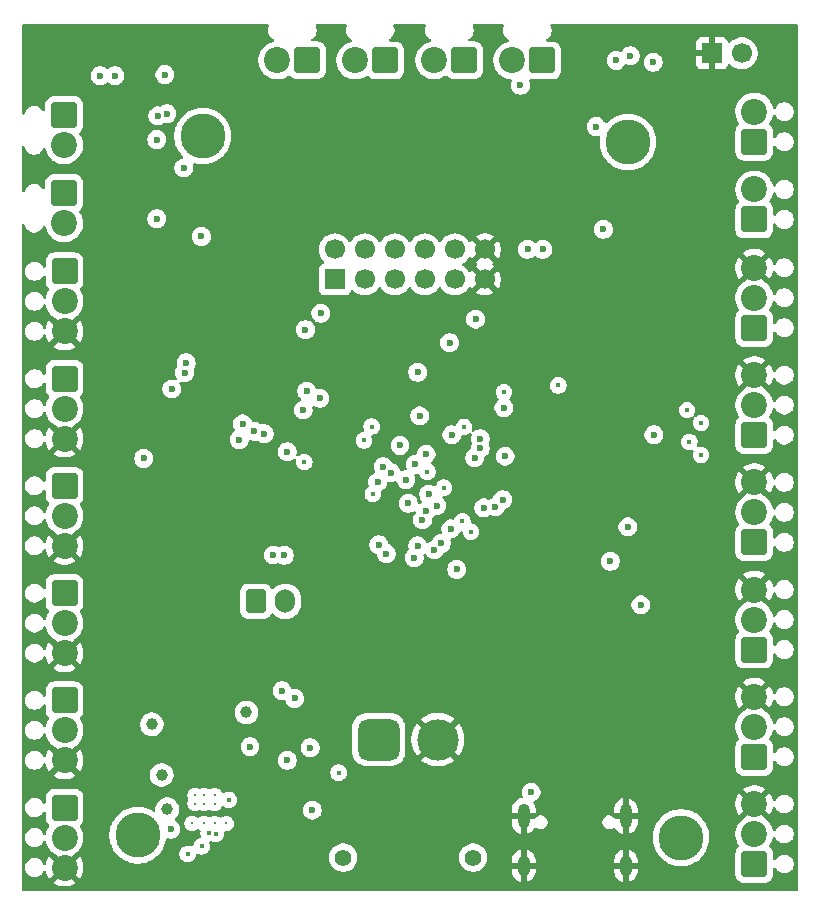
<source format=gbr>
%TF.GenerationSoftware,KiCad,Pcbnew,9.0.4*%
%TF.CreationDate,2025-10-16T14:13:28-04:00*%
%TF.ProjectId,Alpha_Breakout,416c7068-615f-4427-9265-616b6f75742e,rev?*%
%TF.SameCoordinates,Original*%
%TF.FileFunction,Copper,L2,Inr*%
%TF.FilePolarity,Positive*%
%FSLAX46Y46*%
G04 Gerber Fmt 4.6, Leading zero omitted, Abs format (unit mm)*
G04 Created by KiCad (PCBNEW 9.0.4) date 2025-10-16 14:13:28*
%MOMM*%
%LPD*%
G01*
G04 APERTURE LIST*
G04 Aperture macros list*
%AMRoundRect*
0 Rectangle with rounded corners*
0 $1 Rounding radius*
0 $2 $3 $4 $5 $6 $7 $8 $9 X,Y pos of 4 corners*
0 Add a 4 corners polygon primitive as box body*
4,1,4,$2,$3,$4,$5,$6,$7,$8,$9,$2,$3,0*
0 Add four circle primitives for the rounded corners*
1,1,$1+$1,$2,$3*
1,1,$1+$1,$4,$5*
1,1,$1+$1,$6,$7*
1,1,$1+$1,$8,$9*
0 Add four rect primitives between the rounded corners*
20,1,$1+$1,$2,$3,$4,$5,0*
20,1,$1+$1,$4,$5,$6,$7,0*
20,1,$1+$1,$6,$7,$8,$9,0*
20,1,$1+$1,$8,$9,$2,$3,0*%
G04 Aperture macros list end*
%TA.AperFunction,ComponentPad*%
%ADD10RoundRect,0.249999X-0.850001X0.850001X-0.850001X-0.850001X0.850001X-0.850001X0.850001X0.850001X0*%
%TD*%
%TA.AperFunction,ComponentPad*%
%ADD11C,2.200000*%
%TD*%
%TA.AperFunction,ComponentPad*%
%ADD12RoundRect,0.249999X0.850001X-0.850001X0.850001X0.850001X-0.850001X0.850001X-0.850001X-0.850001X0*%
%TD*%
%TA.AperFunction,ComponentPad*%
%ADD13RoundRect,0.249999X0.850001X0.850001X-0.850001X0.850001X-0.850001X-0.850001X0.850001X-0.850001X0*%
%TD*%
%TA.AperFunction,ComponentPad*%
%ADD14C,1.400000*%
%TD*%
%TA.AperFunction,ComponentPad*%
%ADD15RoundRect,0.770000X0.980000X0.980000X-0.980000X0.980000X-0.980000X-0.980000X0.980000X-0.980000X0*%
%TD*%
%TA.AperFunction,ComponentPad*%
%ADD16C,3.500000*%
%TD*%
%TA.AperFunction,ComponentPad*%
%ADD17C,3.800000*%
%TD*%
%TA.AperFunction,ComponentPad*%
%ADD18RoundRect,0.250000X-0.600000X-0.750000X0.600000X-0.750000X0.600000X0.750000X-0.600000X0.750000X0*%
%TD*%
%TA.AperFunction,ComponentPad*%
%ADD19O,1.700000X2.000000*%
%TD*%
%TA.AperFunction,ComponentPad*%
%ADD20R,1.700000X1.700000*%
%TD*%
%TA.AperFunction,ComponentPad*%
%ADD21C,1.700000*%
%TD*%
%TA.AperFunction,ComponentPad*%
%ADD22C,0.300000*%
%TD*%
%TA.AperFunction,HeatsinkPad*%
%ADD23O,1.000000X2.100000*%
%TD*%
%TA.AperFunction,HeatsinkPad*%
%ADD24O,1.000000X1.800000*%
%TD*%
%TA.AperFunction,ViaPad*%
%ADD25C,0.600000*%
%TD*%
%TA.AperFunction,ViaPad*%
%ADD26C,0.400000*%
%TD*%
%TA.AperFunction,ViaPad*%
%ADD27C,1.000000*%
%TD*%
G04 APERTURE END LIST*
D10*
%TO.N,+5V*%
%TO.C,J7*%
X119200000Y-111000000D03*
D11*
%TO.N,CH_05*%
X119200000Y-113540000D03*
%TO.N,GND*%
X119200000Y-116080000D03*
%TD*%
D12*
%TO.N,+5V*%
%TO.C,J12*%
X177600000Y-115780000D03*
D11*
%TO.N,CH_10*%
X177600000Y-113240000D03*
%TO.N,GND*%
X177600000Y-110700000D03*
%TD*%
D12*
%TO.N,+5V*%
%TO.C,J8*%
X177600000Y-124860000D03*
D11*
%TO.N,CH_09*%
X177600000Y-122320000D03*
%TO.N,GND*%
X177600000Y-119780000D03*
%TD*%
D13*
%TO.N,Net-(J18-Pin_1)*%
%TO.C,J18*%
X146340000Y-65900000D03*
D11*
%TO.N,Net-(J18-Pin_2)*%
X143800000Y-65900000D03*
%TD*%
D10*
%TO.N,SW_PWR*%
%TO.C,J26*%
X119160000Y-70535147D03*
D11*
%TO.N,Net-(D5-A)*%
X119160000Y-73075147D03*
%TD*%
D12*
%TO.N,SW_PWR*%
%TO.C,J29*%
X177600000Y-72779288D03*
D11*
%TO.N,Net-(D8-A)*%
X177600000Y-70239288D03*
%TD*%
D14*
%TO.N,*%
%TO.C,J22*%
X153800000Y-133400000D03*
X142800000Y-133400000D03*
D15*
%TO.N,+BATT*%
X145800000Y-123400000D03*
D16*
%TO.N,GND*%
X150800000Y-123400000D03*
%TD*%
D10*
%TO.N,+5V*%
%TO.C,J14*%
X119200000Y-92840000D03*
D11*
%TO.N,CH_03*%
X119200000Y-95380000D03*
%TO.N,GND*%
X119200000Y-97920000D03*
%TD*%
D10*
%TO.N,+5V*%
%TO.C,J10*%
X119200000Y-83760000D03*
D11*
%TO.N,CH_02*%
X119200000Y-86300000D03*
%TO.N,GND*%
X119200000Y-88840000D03*
%TD*%
D10*
%TO.N,SW_PWR*%
%TO.C,J27*%
X119160000Y-77135149D03*
D11*
%TO.N,Net-(D6-A)*%
X119160000Y-79675149D03*
%TD*%
D12*
%TO.N,+5V*%
%TO.C,J16*%
X177600000Y-106700000D03*
D11*
%TO.N,CH_11*%
X177600000Y-104160000D03*
%TO.N,GND*%
X177600000Y-101620000D03*
%TD*%
D17*
%TO.N,N/C*%
%TO.C,H3*%
X171400000Y-131700000D03*
%TD*%
%TO.N,N/C*%
%TO.C,H1*%
X130900000Y-72300000D03*
%TD*%
D12*
%TO.N,SW_PWR*%
%TO.C,J28*%
X177600000Y-79369291D03*
D11*
%TO.N,Net-(D7-A)*%
X177600000Y-76829291D03*
%TD*%
D18*
%TO.N,+BATT*%
%TO.C,J36*%
X135400000Y-111700000D03*
D19*
%TO.N,PYRO_PWR*%
X137900000Y-111700000D03*
%TD*%
D20*
%TO.N,GND*%
%TO.C,J34*%
X174000000Y-65300000D03*
D21*
%TO.N,Net-(J34-Pin_2)*%
X176540000Y-65300000D03*
%TD*%
D17*
%TO.N,N/C*%
%TO.C,H2*%
X166900000Y-72800000D03*
%TD*%
D12*
%TO.N,+5V*%
%TO.C,J9*%
X177600000Y-88540000D03*
D11*
%TO.N,CH_13*%
X177600000Y-86000000D03*
%TO.N,GND*%
X177600000Y-83460000D03*
%TD*%
D22*
%TO.N,N/C*%
%TO.C,PS1*%
X130250000Y-128123000D03*
X131000000Y-128123000D03*
X131900000Y-128123000D03*
X130250000Y-128823000D03*
X131000000Y-128823000D03*
X131900000Y-128823000D03*
X130000000Y-130500000D03*
X131000000Y-130500000D03*
X131900000Y-130500000D03*
X132900000Y-130500000D03*
%TD*%
D23*
%TO.N,GND*%
%TO.C,J2*%
X158085000Y-129900000D03*
D24*
X158085000Y-134080000D03*
D23*
X166725000Y-129900000D03*
D24*
X166725000Y-134080000D03*
%TD*%
D12*
%TO.N,+5V*%
%TO.C,J5*%
X177600000Y-97620000D03*
D11*
%TO.N,CH_12*%
X177600000Y-95080000D03*
%TO.N,GND*%
X177600000Y-92540000D03*
%TD*%
D10*
%TO.N,+5V*%
%TO.C,J3*%
X119200000Y-101920000D03*
D11*
%TO.N,CH_04*%
X119200000Y-104460000D03*
%TO.N,GND*%
X119200000Y-107000000D03*
%TD*%
D13*
%TO.N,Net-(J19-Pin_1)*%
%TO.C,J19*%
X139750000Y-65890000D03*
D11*
%TO.N,Net-(J19-Pin_2)*%
X137210000Y-65890000D03*
%TD*%
D13*
%TO.N,Net-(J20-Pin_1)*%
%TO.C,J20*%
X153040000Y-65890000D03*
D11*
%TO.N,Net-(J20-Pin_2)*%
X150500000Y-65890000D03*
%TD*%
D13*
%TO.N,Net-(J21-Pin_1)*%
%TO.C,J21*%
X159640000Y-65900000D03*
D11*
%TO.N,Net-(J21-Pin_2)*%
X157100000Y-65900000D03*
%TD*%
D20*
%TO.N,+5V*%
%TO.C,J35*%
X142080000Y-84440000D03*
D21*
%TO.N,+3.3V*%
X142080000Y-81900000D03*
%TO.N,/Breakout/PB3*%
X144620000Y-84440000D03*
%TO.N,/Breakout/PB9*%
X144620000Y-81900000D03*
%TO.N,/Breakout/PB4*%
X147159999Y-84440000D03*
%TO.N,/Breakout/PA13*%
X147160000Y-81900000D03*
%TO.N,/Breakout/PB5*%
X149700000Y-84440000D03*
%TO.N,/Breakout/PA14*%
X149700000Y-81900000D03*
%TO.N,/Breakout/PB8*%
X152240000Y-84440000D03*
%TO.N,/Breakout/PA15*%
X152240000Y-81900000D03*
%TO.N,GND*%
X154780000Y-84440000D03*
X154780000Y-81900000D03*
%TD*%
D17*
%TO.N,N/C*%
%TO.C,H4*%
X125400000Y-131500000D03*
%TD*%
D12*
%TO.N,+5V*%
%TO.C,J4*%
X177600000Y-133940000D03*
D11*
%TO.N,CH_08*%
X177600000Y-131400000D03*
%TO.N,GND*%
X177600000Y-128860000D03*
%TD*%
D10*
%TO.N,+5V*%
%TO.C,J15*%
X119200000Y-129160000D03*
D11*
%TO.N,CH_07*%
X119200000Y-131700000D03*
%TO.N,GND*%
X119200000Y-134240000D03*
%TD*%
D10*
%TO.N,+5V*%
%TO.C,J11*%
X119200000Y-120080000D03*
D11*
%TO.N,CH_06*%
X119200000Y-122620000D03*
%TO.N,GND*%
X119200000Y-125160000D03*
%TD*%
D25*
%TO.N,FB*%
X140175000Y-129375000D03*
D26*
X132000000Y-131363000D03*
D25*
%TO.N,+5V*%
X138679442Y-119920558D03*
X127700000Y-67100000D03*
X134900000Y-124000000D03*
%TO.N,/prog/USB_RX*%
X148800000Y-108000000D03*
X148300000Y-103400000D03*
X152400000Y-109000000D03*
X146800000Y-100800000D03*
D26*
%TO.N,Net-(PS1-FB)*%
X131401419Y-131321739D03*
X129622589Y-133077868D03*
D25*
%TO.N,/prog/USB_TX*%
X145700000Y-101600000D03*
X148900000Y-100100000D03*
X149807578Y-99223694D03*
D26*
%TO.N,Net-(U1-BOOT0)*%
X145203554Y-96896446D03*
X144542547Y-98062382D03*
D25*
%TO.N,/stm32f1/SPI1_MISO*%
X154691942Y-103791942D03*
X136100000Y-97500000D03*
X149500000Y-104800000D03*
%TO.N,/stm32f1/SPI1_MOSI*%
X149815136Y-104064682D03*
X156283884Y-103083884D03*
X138060847Y-99039153D03*
%TO.N,Net-(J23-Pin_1)*%
X123472501Y-67200000D03*
X127876116Y-70405970D03*
%TO.N,Net-(J23-Pin_2)*%
X127100000Y-70600000D03*
X122222501Y-67200000D03*
%TO.N,Net-(C31-Pad1)*%
X128200000Y-131000000D03*
X140000000Y-124100000D03*
D27*
%TO.N,Net-(C31-Pad2)*%
X127900000Y-129300000D03*
X126600000Y-122100000D03*
D25*
%TO.N,/ADCs/SDA*%
X149279000Y-96000000D03*
X146175303Y-100300242D03*
X147600000Y-98500000D03*
D26*
X139500000Y-99900000D03*
D25*
%TO.N,/RS-485/TX_RS485*%
X146447767Y-107655772D03*
X129500000Y-91500000D03*
%TO.N,/stm32f1/SPI1_SCK*%
X151100000Y-106800000D03*
X135276347Y-97304414D03*
%TO.N,/Accelerometer/ACC_SCL*%
X165900000Y-65900000D03*
D26*
X151314674Y-102075000D03*
D25*
%TO.N,/RS-485/DIR_RS485*%
X150518106Y-107349000D03*
X156500000Y-99400000D03*
X156400000Y-95300000D03*
D26*
X156400000Y-93975000D03*
%TO.N,Net-(D9-K)*%
X145300000Y-102600000D03*
%TO.N,Net-(U8-T-)*%
X173100000Y-99300000D03*
X173100000Y-96600000D03*
X172100000Y-98200000D03*
%TO.N,en*%
X142400000Y-126200000D03*
X130800000Y-132448000D03*
D25*
%TO.N,Net-(J18-Pin_2)*%
X139600000Y-88700000D03*
D26*
%TO.N,Net-(PS1-VBST)*%
X133100000Y-128500000D03*
D25*
X138050000Y-125150000D03*
%TO.N,/stm32f1/TC2_CS*%
X150700000Y-103600000D03*
X155673145Y-103704015D03*
%TO.N,/stm32f1/TC3_CS*%
X134000000Y-98000000D03*
X145800000Y-106900000D03*
%TO.N,/stm32f1/TC1_CS*%
X151910327Y-105563881D03*
X134272463Y-96679414D03*
%TO.N,USB_V+*%
X158700000Y-127844000D03*
X137613131Y-119270754D03*
D27*
%TO.N,BATT_V+*%
X127425000Y-126400000D03*
X134600000Y-121100000D03*
D25*
%TO.N,Net-(J18-Pin_1)*%
X140800000Y-94500000D03*
%TO.N,Net-(J19-Pin_2)*%
X125900000Y-99600000D03*
%TO.N,Net-(J19-Pin_1)*%
X128275828Y-93718783D03*
%TO.N,Net-(J20-Pin_1)*%
X154000000Y-87800000D03*
%TO.N,Net-(J20-Pin_2)*%
X151800000Y-89800000D03*
D26*
%TO.N,Net-(J21-Pin_2)*%
X171900000Y-95500000D03*
D25*
%TO.N,Net-(J21-Pin_1)*%
X169100000Y-97600000D03*
%TO.N,SCL_5V*%
X137800000Y-107800000D03*
X166900000Y-105400000D03*
%TO.N,SDA_5V*%
X136858058Y-107775000D03*
X165400000Y-108300000D03*
%TO.N,/ADS1231/LC_DRDY{slash}DOUT*%
X152000000Y-97600000D03*
D26*
X161000000Y-93418785D03*
D25*
%TO.N,/Accelerometer/ACC_SDA*%
X167100000Y-65499000D03*
X150028768Y-102628768D03*
%TO.N,/RS-485/RX_RS485*%
X149100000Y-107000000D03*
X129358058Y-92341942D03*
%TO.N,/Solenoids/S1*%
X127016000Y-72600000D03*
X139700000Y-93900000D03*
X129300000Y-75000000D03*
X148100000Y-101400000D03*
%TO.N,/Solenoids/S2*%
X140900000Y-87300000D03*
X149100490Y-92300490D03*
X127016000Y-79300000D03*
D26*
X153021232Y-96921232D03*
D25*
X130791942Y-80808058D03*
X153929379Y-99529379D03*
%TO.N,/Solenoids/S3*%
X164825000Y-80200000D03*
X154400000Y-98723877D03*
%TO.N,/Solenoids/S4*%
X154400000Y-97923874D03*
X164200000Y-71500000D03*
%TO.N,Net-(J30-Pin_2)*%
X159700000Y-81900000D03*
X169033086Y-66066914D03*
%TO.N,Net-(J30-Pin_3)*%
X158400000Y-81900000D03*
X157800000Y-68000000D03*
%TO.N,/Pyro/PYRO1*%
X139405001Y-95500000D03*
D26*
X149907577Y-100724000D03*
%TO.N,/Hardware_Safe/BW1*%
X153600000Y-105800000D03*
D25*
X168000000Y-112000000D03*
D26*
X152887104Y-104912896D03*
%TD*%
%TA.AperFunction,Conductor*%
%TO.N,GND*%
G36*
X154314075Y-82092993D02*
G01*
X154379901Y-82207007D01*
X154472993Y-82300099D01*
X154587007Y-82365925D01*
X154650591Y-82382962D01*
X154049971Y-82983581D01*
X154128711Y-83100895D01*
X154129920Y-83104729D01*
X154132844Y-83107491D01*
X154140343Y-83137778D01*
X154149727Y-83167529D01*
X154148671Y-83171408D01*
X154149638Y-83175312D01*
X154139573Y-83204844D01*
X154131383Y-83234947D01*
X154128397Y-83237640D01*
X154127100Y-83241447D01*
X154082051Y-83280483D01*
X154072440Y-83285380D01*
X154018282Y-83324727D01*
X154018282Y-83324728D01*
X154650591Y-83957037D01*
X154587007Y-83974075D01*
X154472993Y-84039901D01*
X154379901Y-84132993D01*
X154314075Y-84247007D01*
X154297037Y-84310591D01*
X153664728Y-83678282D01*
X153664727Y-83678282D01*
X153625380Y-83732440D01*
X153625376Y-83732446D01*
X153620760Y-83741505D01*
X153572781Y-83792297D01*
X153504959Y-83809087D01*
X153438826Y-83786543D01*
X153399794Y-83741493D01*
X153395051Y-83732184D01*
X153395049Y-83732181D01*
X153395048Y-83732179D01*
X153270109Y-83560213D01*
X153119786Y-83409890D01*
X152947820Y-83284951D01*
X152947115Y-83284591D01*
X152939054Y-83280485D01*
X152888259Y-83232512D01*
X152871463Y-83164692D01*
X152893999Y-83098556D01*
X152939054Y-83059515D01*
X152947816Y-83055051D01*
X153002570Y-83015270D01*
X153119786Y-82930109D01*
X153119788Y-82930106D01*
X153119792Y-82930104D01*
X153270104Y-82779792D01*
X153270106Y-82779788D01*
X153270109Y-82779786D01*
X153350063Y-82669737D01*
X153395051Y-82607816D01*
X153399793Y-82598508D01*
X153447763Y-82547711D01*
X153515583Y-82530911D01*
X153581719Y-82553445D01*
X153620763Y-82598500D01*
X153625373Y-82607547D01*
X153664728Y-82661716D01*
X154297036Y-82029407D01*
X154314075Y-82092993D01*
G37*
%TD.AperFunction*%
%TA.AperFunction,Conductor*%
G36*
X136448472Y-62830186D02*
G01*
X136494227Y-62882990D01*
X136504171Y-62952148D01*
X136495994Y-62981953D01*
X136440264Y-63116498D01*
X136440261Y-63116510D01*
X136409500Y-63271153D01*
X136409500Y-63428846D01*
X136440261Y-63583489D01*
X136440264Y-63583501D01*
X136500602Y-63729172D01*
X136500609Y-63729185D01*
X136588210Y-63860288D01*
X136588213Y-63860292D01*
X136699707Y-63971786D01*
X136699711Y-63971789D01*
X136830814Y-64059390D01*
X136830821Y-64059394D01*
X136896524Y-64086609D01*
X136950926Y-64130447D01*
X136972992Y-64196741D01*
X136955714Y-64264441D01*
X136904577Y-64312052D01*
X136868472Y-64323642D01*
X136835211Y-64328910D01*
X136595616Y-64406760D01*
X136371151Y-64521132D01*
X136167350Y-64669201D01*
X136167345Y-64669205D01*
X135989205Y-64847345D01*
X135989201Y-64847350D01*
X135841132Y-65051151D01*
X135726760Y-65275616D01*
X135648910Y-65515214D01*
X135642352Y-65556621D01*
X135609500Y-65764038D01*
X135609500Y-66015962D01*
X135643833Y-66232731D01*
X135648910Y-66264785D01*
X135726760Y-66504383D01*
X135841132Y-66728848D01*
X135989201Y-66932649D01*
X135989205Y-66932654D01*
X136167345Y-67110794D01*
X136167350Y-67110798D01*
X136309219Y-67213871D01*
X136371155Y-67258870D01*
X136514184Y-67331747D01*
X136595616Y-67373239D01*
X136595618Y-67373239D01*
X136595621Y-67373241D01*
X136835215Y-67451090D01*
X137084038Y-67490500D01*
X137084039Y-67490500D01*
X137335961Y-67490500D01*
X137335962Y-67490500D01*
X137584785Y-67451090D01*
X137824379Y-67373241D01*
X138048845Y-67258870D01*
X138141936Y-67191234D01*
X138207742Y-67167754D01*
X138275796Y-67183579D01*
X138302503Y-67203871D01*
X138307288Y-67208656D01*
X138431344Y-67332712D01*
X138580665Y-67424814D01*
X138747202Y-67479999D01*
X138849990Y-67490500D01*
X138849995Y-67490500D01*
X140650005Y-67490500D01*
X140650010Y-67490500D01*
X140752798Y-67479999D01*
X140919335Y-67424814D01*
X141068656Y-67332712D01*
X141192712Y-67208656D01*
X141284814Y-67059335D01*
X141339999Y-66892798D01*
X141350500Y-66790010D01*
X141350500Y-64989990D01*
X141339999Y-64887202D01*
X141284814Y-64720665D01*
X141192712Y-64571344D01*
X141068656Y-64447288D01*
X140975890Y-64390070D01*
X140919337Y-64355187D01*
X140919332Y-64355185D01*
X140917863Y-64354698D01*
X140752798Y-64300001D01*
X140752796Y-64300000D01*
X140650017Y-64289500D01*
X140650010Y-64289500D01*
X140193575Y-64289500D01*
X140126536Y-64269815D01*
X140080781Y-64217011D01*
X140070837Y-64147853D01*
X140099862Y-64084297D01*
X140124684Y-64062398D01*
X140208123Y-64006645D01*
X140260289Y-63971789D01*
X140371789Y-63860289D01*
X140459394Y-63729179D01*
X140519737Y-63583497D01*
X140550500Y-63428842D01*
X140550500Y-63271158D01*
X140550500Y-63271155D01*
X140550499Y-63271153D01*
X140519737Y-63116503D01*
X140519735Y-63116498D01*
X140464006Y-62981953D01*
X140456537Y-62912484D01*
X140487813Y-62850005D01*
X140547902Y-62814353D01*
X140578567Y-62810501D01*
X142975576Y-62810501D01*
X143042615Y-62830186D01*
X143088370Y-62882990D01*
X143098314Y-62952148D01*
X143090137Y-62981954D01*
X143030263Y-63126502D01*
X143030261Y-63126510D01*
X142999500Y-63281153D01*
X142999500Y-63438846D01*
X143030261Y-63593489D01*
X143030264Y-63593501D01*
X143090602Y-63739172D01*
X143090609Y-63739185D01*
X143178210Y-63870288D01*
X143178213Y-63870292D01*
X143289707Y-63981786D01*
X143289711Y-63981789D01*
X143420814Y-64069390D01*
X143420821Y-64069394D01*
X143486524Y-64096609D01*
X143540926Y-64140447D01*
X143562992Y-64206741D01*
X143545714Y-64274441D01*
X143494577Y-64322052D01*
X143458472Y-64333642D01*
X143425211Y-64338910D01*
X143185616Y-64416760D01*
X142961151Y-64531132D01*
X142757350Y-64679201D01*
X142757345Y-64679205D01*
X142579205Y-64857345D01*
X142579201Y-64857350D01*
X142431132Y-65061151D01*
X142316760Y-65285616D01*
X142238910Y-65525214D01*
X142233935Y-65556625D01*
X142199500Y-65774038D01*
X142199500Y-66025962D01*
X142231254Y-66226445D01*
X142238910Y-66274785D01*
X142316760Y-66514383D01*
X142365173Y-66609397D01*
X142426036Y-66728848D01*
X142431132Y-66738848D01*
X142579201Y-66942649D01*
X142579205Y-66942654D01*
X142757345Y-67120794D01*
X142757350Y-67120798D01*
X142899094Y-67223780D01*
X142961155Y-67268870D01*
X143086448Y-67332710D01*
X143185616Y-67383239D01*
X143185618Y-67383239D01*
X143185621Y-67383241D01*
X143425215Y-67461090D01*
X143674038Y-67500500D01*
X143674039Y-67500500D01*
X143925961Y-67500500D01*
X143925962Y-67500500D01*
X144174785Y-67461090D01*
X144414379Y-67383241D01*
X144638845Y-67268870D01*
X144731936Y-67201234D01*
X144797742Y-67177754D01*
X144865796Y-67193579D01*
X144892503Y-67213871D01*
X144897288Y-67218656D01*
X145021344Y-67342712D01*
X145170665Y-67434814D01*
X145337202Y-67489999D01*
X145439990Y-67500500D01*
X145439995Y-67500500D01*
X147240005Y-67500500D01*
X147240010Y-67500500D01*
X147342798Y-67489999D01*
X147509335Y-67434814D01*
X147658656Y-67342712D01*
X147782712Y-67218656D01*
X147874814Y-67069335D01*
X147929999Y-66902798D01*
X147940500Y-66800010D01*
X147940500Y-64999990D01*
X147929999Y-64897202D01*
X147874814Y-64730665D01*
X147782712Y-64581344D01*
X147658656Y-64457288D01*
X147539544Y-64383819D01*
X147509337Y-64365187D01*
X147509332Y-64365185D01*
X147479154Y-64355185D01*
X147342798Y-64310001D01*
X147342796Y-64310000D01*
X147240017Y-64299500D01*
X147240010Y-64299500D01*
X146783575Y-64299500D01*
X146716536Y-64279815D01*
X146670781Y-64227011D01*
X146660837Y-64157853D01*
X146689862Y-64094297D01*
X146714684Y-64072398D01*
X146813089Y-64006645D01*
X146850289Y-63981789D01*
X146961789Y-63870289D01*
X147049394Y-63739179D01*
X147109737Y-63593497D01*
X147140500Y-63438842D01*
X147140500Y-63281158D01*
X147140500Y-63281155D01*
X147140499Y-63281153D01*
X147109738Y-63126510D01*
X147109737Y-63126503D01*
X147049862Y-62981953D01*
X147042394Y-62912484D01*
X147073669Y-62850005D01*
X147133758Y-62814353D01*
X147164424Y-62810501D01*
X149671433Y-62810501D01*
X149738472Y-62830186D01*
X149784227Y-62882990D01*
X149794171Y-62952148D01*
X149785994Y-62981953D01*
X149730264Y-63116498D01*
X149730261Y-63116510D01*
X149699500Y-63271153D01*
X149699500Y-63428846D01*
X149730261Y-63583489D01*
X149730264Y-63583501D01*
X149790602Y-63729172D01*
X149790609Y-63729185D01*
X149878210Y-63860288D01*
X149878213Y-63860292D01*
X149989707Y-63971786D01*
X149989711Y-63971789D01*
X150120814Y-64059390D01*
X150120821Y-64059394D01*
X150186524Y-64086609D01*
X150240926Y-64130447D01*
X150262992Y-64196741D01*
X150245714Y-64264441D01*
X150194577Y-64312052D01*
X150158472Y-64323642D01*
X150125211Y-64328910D01*
X149885616Y-64406760D01*
X149661151Y-64521132D01*
X149457350Y-64669201D01*
X149457345Y-64669205D01*
X149279205Y-64847345D01*
X149279201Y-64847350D01*
X149131132Y-65051151D01*
X149016760Y-65275616D01*
X148938910Y-65515214D01*
X148932352Y-65556621D01*
X148899500Y-65764038D01*
X148899500Y-66015962D01*
X148933833Y-66232731D01*
X148938910Y-66264785D01*
X149016760Y-66504383D01*
X149131132Y-66728848D01*
X149279201Y-66932649D01*
X149279205Y-66932654D01*
X149457345Y-67110794D01*
X149457350Y-67110798D01*
X149599219Y-67213871D01*
X149661155Y-67258870D01*
X149804184Y-67331747D01*
X149885616Y-67373239D01*
X149885618Y-67373239D01*
X149885621Y-67373241D01*
X150125215Y-67451090D01*
X150374038Y-67490500D01*
X150374039Y-67490500D01*
X150625961Y-67490500D01*
X150625962Y-67490500D01*
X150874785Y-67451090D01*
X151114379Y-67373241D01*
X151338845Y-67258870D01*
X151431936Y-67191234D01*
X151497742Y-67167754D01*
X151565796Y-67183579D01*
X151592503Y-67203871D01*
X151597288Y-67208656D01*
X151721344Y-67332712D01*
X151870665Y-67424814D01*
X152037202Y-67479999D01*
X152139990Y-67490500D01*
X152139995Y-67490500D01*
X153940005Y-67490500D01*
X153940010Y-67490500D01*
X154042798Y-67479999D01*
X154209335Y-67424814D01*
X154358656Y-67332712D01*
X154482712Y-67208656D01*
X154574814Y-67059335D01*
X154629999Y-66892798D01*
X154640500Y-66790010D01*
X154640500Y-64989990D01*
X154629999Y-64887202D01*
X154574814Y-64720665D01*
X154482712Y-64571344D01*
X154358656Y-64447288D01*
X154265890Y-64390070D01*
X154209337Y-64355187D01*
X154209332Y-64355185D01*
X154207863Y-64354698D01*
X154042798Y-64300001D01*
X154042796Y-64300000D01*
X153940017Y-64289500D01*
X153940010Y-64289500D01*
X153483575Y-64289500D01*
X153416536Y-64269815D01*
X153370781Y-64217011D01*
X153360837Y-64147853D01*
X153389862Y-64084297D01*
X153414684Y-64062398D01*
X153498123Y-64006645D01*
X153550289Y-63971789D01*
X153661789Y-63860289D01*
X153749394Y-63729179D01*
X153809737Y-63583497D01*
X153840500Y-63428842D01*
X153840500Y-63271158D01*
X153840500Y-63271155D01*
X153840499Y-63271153D01*
X153809737Y-63116503D01*
X153809735Y-63116498D01*
X153754006Y-62981953D01*
X153746537Y-62912484D01*
X153777813Y-62850005D01*
X153837902Y-62814353D01*
X153868567Y-62810501D01*
X156275576Y-62810501D01*
X156342615Y-62830186D01*
X156388370Y-62882990D01*
X156398314Y-62952148D01*
X156390137Y-62981954D01*
X156330263Y-63126502D01*
X156330261Y-63126510D01*
X156299500Y-63281153D01*
X156299500Y-63438846D01*
X156330261Y-63593489D01*
X156330264Y-63593501D01*
X156390602Y-63739172D01*
X156390609Y-63739185D01*
X156478210Y-63870288D01*
X156478213Y-63870292D01*
X156589707Y-63981786D01*
X156589711Y-63981789D01*
X156720814Y-64069390D01*
X156720821Y-64069394D01*
X156786524Y-64096609D01*
X156840926Y-64140447D01*
X156862992Y-64206741D01*
X156845714Y-64274441D01*
X156794577Y-64322052D01*
X156758472Y-64333642D01*
X156725211Y-64338910D01*
X156485616Y-64416760D01*
X156261151Y-64531132D01*
X156057350Y-64679201D01*
X156057345Y-64679205D01*
X155879205Y-64857345D01*
X155879201Y-64857350D01*
X155731132Y-65061151D01*
X155616760Y-65285616D01*
X155538910Y-65525214D01*
X155533935Y-65556625D01*
X155499500Y-65774038D01*
X155499500Y-66025962D01*
X155531254Y-66226445D01*
X155538910Y-66274785D01*
X155616760Y-66514383D01*
X155665173Y-66609397D01*
X155726036Y-66728848D01*
X155731132Y-66738848D01*
X155879201Y-66942649D01*
X155879205Y-66942654D01*
X156057345Y-67120794D01*
X156057350Y-67120798D01*
X156199094Y-67223780D01*
X156261155Y-67268870D01*
X156386448Y-67332710D01*
X156485616Y-67383239D01*
X156485618Y-67383239D01*
X156485621Y-67383241D01*
X156725215Y-67461090D01*
X156974038Y-67500500D01*
X156974041Y-67500500D01*
X156974843Y-67500627D01*
X157037978Y-67530556D01*
X157074909Y-67589868D01*
X157073911Y-67659730D01*
X157070006Y-67670552D01*
X157030264Y-67766498D01*
X157030261Y-67766510D01*
X156999500Y-67921153D01*
X156999500Y-68078846D01*
X157030261Y-68233489D01*
X157030264Y-68233501D01*
X157090602Y-68379172D01*
X157090609Y-68379185D01*
X157178210Y-68510288D01*
X157178213Y-68510292D01*
X157289707Y-68621786D01*
X157289711Y-68621789D01*
X157420814Y-68709390D01*
X157420827Y-68709397D01*
X157566498Y-68769735D01*
X157566503Y-68769737D01*
X157721153Y-68800499D01*
X157721156Y-68800500D01*
X157721158Y-68800500D01*
X157878844Y-68800500D01*
X157878845Y-68800499D01*
X158033497Y-68769737D01*
X158179179Y-68709394D01*
X158310289Y-68621789D01*
X158421789Y-68510289D01*
X158509394Y-68379179D01*
X158569737Y-68233497D01*
X158600500Y-68078842D01*
X158600500Y-67921158D01*
X158600500Y-67921155D01*
X158600499Y-67921153D01*
X158580734Y-67821789D01*
X158569737Y-67766503D01*
X158526661Y-67662507D01*
X158519192Y-67593038D01*
X158550467Y-67530559D01*
X158610556Y-67494907D01*
X158653823Y-67491697D01*
X158739990Y-67500500D01*
X158739995Y-67500500D01*
X160540005Y-67500500D01*
X160540010Y-67500500D01*
X160642798Y-67489999D01*
X160809335Y-67434814D01*
X160958656Y-67342712D01*
X161082712Y-67218656D01*
X161174814Y-67069335D01*
X161229999Y-66902798D01*
X161240500Y-66800010D01*
X161240500Y-65821153D01*
X165099500Y-65821153D01*
X165099500Y-65978846D01*
X165130261Y-66133489D01*
X165130264Y-66133501D01*
X165190602Y-66279172D01*
X165190609Y-66279185D01*
X165278210Y-66410288D01*
X165278213Y-66410292D01*
X165389707Y-66521786D01*
X165389711Y-66521789D01*
X165520814Y-66609390D01*
X165520827Y-66609397D01*
X165618853Y-66650000D01*
X165666503Y-66669737D01*
X165791075Y-66694516D01*
X165821153Y-66700499D01*
X165821156Y-66700500D01*
X165821158Y-66700500D01*
X165978844Y-66700500D01*
X165978845Y-66700499D01*
X166133497Y-66669737D01*
X166246166Y-66623067D01*
X166279172Y-66609397D01*
X166279172Y-66609396D01*
X166279179Y-66609394D01*
X166410289Y-66521789D01*
X166521789Y-66410289D01*
X166609394Y-66279179D01*
X166609393Y-66279179D01*
X166612779Y-66274113D01*
X166614658Y-66275369D01*
X166656512Y-66232731D01*
X166724644Y-66217245D01*
X166764399Y-66226444D01*
X166866503Y-66268737D01*
X167021153Y-66299499D01*
X167021156Y-66299500D01*
X167021158Y-66299500D01*
X167178844Y-66299500D01*
X167178845Y-66299499D01*
X167333497Y-66268737D01*
X167479179Y-66208394D01*
X167610289Y-66120789D01*
X167721789Y-66009289D01*
X167735969Y-65988067D01*
X168232586Y-65988067D01*
X168232586Y-66145760D01*
X168263347Y-66300403D01*
X168263350Y-66300415D01*
X168323688Y-66446086D01*
X168323695Y-66446099D01*
X168411296Y-66577202D01*
X168411299Y-66577206D01*
X168522793Y-66688700D01*
X168522797Y-66688703D01*
X168653900Y-66776304D01*
X168653913Y-66776311D01*
X168761386Y-66820827D01*
X168799589Y-66836651D01*
X168949639Y-66866498D01*
X168954239Y-66867413D01*
X168954242Y-66867414D01*
X168954244Y-66867414D01*
X169111930Y-66867414D01*
X169111931Y-66867413D01*
X169266583Y-66836651D01*
X169412265Y-66776308D01*
X169543375Y-66688703D01*
X169654875Y-66577203D01*
X169742480Y-66446093D01*
X169802823Y-66300411D01*
X169833586Y-66145756D01*
X169833586Y-65988072D01*
X169833586Y-65988069D01*
X169833585Y-65988067D01*
X169818671Y-65913089D01*
X169802823Y-65833417D01*
X169796608Y-65818412D01*
X169742483Y-65687741D01*
X169742476Y-65687728D01*
X169662161Y-65567529D01*
X169662160Y-65567528D01*
X169654873Y-65556622D01*
X169543378Y-65445127D01*
X169543374Y-65445124D01*
X169412271Y-65357523D01*
X169412258Y-65357516D01*
X169266587Y-65297178D01*
X169266575Y-65297175D01*
X169111931Y-65266414D01*
X169111928Y-65266414D01*
X168954244Y-65266414D01*
X168954241Y-65266414D01*
X168799596Y-65297175D01*
X168799584Y-65297178D01*
X168653913Y-65357516D01*
X168653900Y-65357523D01*
X168522797Y-65445124D01*
X168522793Y-65445127D01*
X168411299Y-65556621D01*
X168411296Y-65556625D01*
X168323695Y-65687728D01*
X168323688Y-65687741D01*
X168263350Y-65833412D01*
X168263347Y-65833424D01*
X168232586Y-65988067D01*
X167735969Y-65988067D01*
X167809394Y-65878179D01*
X167869737Y-65732497D01*
X167900500Y-65577842D01*
X167900500Y-65420158D01*
X167900500Y-65420155D01*
X167900499Y-65420153D01*
X167894443Y-65389707D01*
X167869737Y-65265503D01*
X167838714Y-65190606D01*
X167809397Y-65119827D01*
X167809390Y-65119814D01*
X167721789Y-64988711D01*
X167721786Y-64988707D01*
X167610292Y-64877213D01*
X167610288Y-64877210D01*
X167479185Y-64789609D01*
X167479172Y-64789602D01*
X167333501Y-64729264D01*
X167333489Y-64729261D01*
X167178845Y-64698500D01*
X167178842Y-64698500D01*
X167021158Y-64698500D01*
X167021155Y-64698500D01*
X166866510Y-64729261D01*
X166866498Y-64729264D01*
X166720827Y-64789602D01*
X166720814Y-64789609D01*
X166589711Y-64877210D01*
X166589707Y-64877213D01*
X166478213Y-64988707D01*
X166478210Y-64988711D01*
X166387221Y-65124886D01*
X166385355Y-65123639D01*
X166343402Y-65166315D01*
X166275258Y-65181748D01*
X166235598Y-65172554D01*
X166133501Y-65130264D01*
X166133489Y-65130261D01*
X165978845Y-65099500D01*
X165978842Y-65099500D01*
X165821158Y-65099500D01*
X165821155Y-65099500D01*
X165666510Y-65130261D01*
X165666498Y-65130264D01*
X165520827Y-65190602D01*
X165520814Y-65190609D01*
X165389711Y-65278210D01*
X165389707Y-65278213D01*
X165278213Y-65389707D01*
X165278210Y-65389711D01*
X165190609Y-65520814D01*
X165190602Y-65520827D01*
X165130264Y-65666498D01*
X165130261Y-65666510D01*
X165099500Y-65821153D01*
X161240500Y-65821153D01*
X161240500Y-64999990D01*
X161229999Y-64897202D01*
X161174814Y-64730665D01*
X161082712Y-64581344D01*
X160958656Y-64457288D01*
X160869271Y-64402155D01*
X172650000Y-64402155D01*
X172650000Y-65050000D01*
X173566988Y-65050000D01*
X173534075Y-65107007D01*
X173500000Y-65234174D01*
X173500000Y-65365826D01*
X173534075Y-65492993D01*
X173566988Y-65550000D01*
X172650000Y-65550000D01*
X172650000Y-66197844D01*
X172656401Y-66257372D01*
X172656403Y-66257379D01*
X172706645Y-66392086D01*
X172706649Y-66392093D01*
X172792809Y-66507187D01*
X172792812Y-66507190D01*
X172907906Y-66593350D01*
X172907913Y-66593354D01*
X173042620Y-66643596D01*
X173042627Y-66643598D01*
X173102155Y-66649999D01*
X173102172Y-66650000D01*
X173750000Y-66650000D01*
X173750000Y-65733012D01*
X173807007Y-65765925D01*
X173934174Y-65800000D01*
X174065826Y-65800000D01*
X174192993Y-65765925D01*
X174250000Y-65733012D01*
X174250000Y-66650000D01*
X174897828Y-66650000D01*
X174897844Y-66649999D01*
X174957372Y-66643598D01*
X174957379Y-66643596D01*
X175092086Y-66593354D01*
X175092093Y-66593350D01*
X175207187Y-66507190D01*
X175207190Y-66507187D01*
X175293350Y-66392093D01*
X175293354Y-66392086D01*
X175342422Y-66260529D01*
X175384293Y-66204595D01*
X175449757Y-66180178D01*
X175518030Y-66195030D01*
X175546285Y-66216181D01*
X175660213Y-66330109D01*
X175832179Y-66455048D01*
X175832181Y-66455049D01*
X175832184Y-66455051D01*
X176021588Y-66551557D01*
X176223757Y-66617246D01*
X176433713Y-66650500D01*
X176433714Y-66650500D01*
X176646286Y-66650500D01*
X176646287Y-66650500D01*
X176856243Y-66617246D01*
X177058412Y-66551557D01*
X177247816Y-66455051D01*
X177309426Y-66410289D01*
X177419786Y-66330109D01*
X177419788Y-66330106D01*
X177419792Y-66330104D01*
X177570104Y-66179792D01*
X177570106Y-66179788D01*
X177570109Y-66179786D01*
X177695048Y-66007820D01*
X177695047Y-66007820D01*
X177695051Y-66007816D01*
X177791557Y-65818412D01*
X177857246Y-65616243D01*
X177890500Y-65406287D01*
X177890500Y-65193713D01*
X177857246Y-64983757D01*
X177791557Y-64781588D01*
X177695051Y-64592184D01*
X177695049Y-64592181D01*
X177695048Y-64592179D01*
X177570109Y-64420213D01*
X177419786Y-64269890D01*
X177247820Y-64144951D01*
X177058414Y-64048444D01*
X177058413Y-64048443D01*
X177058412Y-64048443D01*
X176856243Y-63982754D01*
X176856241Y-63982753D01*
X176856240Y-63982753D01*
X176694957Y-63957208D01*
X176646287Y-63949500D01*
X176433713Y-63949500D01*
X176385042Y-63957208D01*
X176223760Y-63982753D01*
X176021585Y-64048444D01*
X175832179Y-64144951D01*
X175660215Y-64269889D01*
X175546285Y-64383819D01*
X175484962Y-64417303D01*
X175415270Y-64412319D01*
X175359337Y-64370447D01*
X175342422Y-64339470D01*
X175293354Y-64207913D01*
X175293350Y-64207906D01*
X175207190Y-64092812D01*
X175207187Y-64092809D01*
X175092093Y-64006649D01*
X175092086Y-64006645D01*
X174957379Y-63956403D01*
X174957372Y-63956401D01*
X174897844Y-63950000D01*
X174250000Y-63950000D01*
X174250000Y-64866988D01*
X174192993Y-64834075D01*
X174065826Y-64800000D01*
X173934174Y-64800000D01*
X173807007Y-64834075D01*
X173750000Y-64866988D01*
X173750000Y-63950000D01*
X173102155Y-63950000D01*
X173042627Y-63956401D01*
X173042620Y-63956403D01*
X172907913Y-64006645D01*
X172907906Y-64006649D01*
X172792812Y-64092809D01*
X172792809Y-64092812D01*
X172706649Y-64207906D01*
X172706645Y-64207913D01*
X172656403Y-64342620D01*
X172656401Y-64342627D01*
X172650000Y-64402155D01*
X160869271Y-64402155D01*
X160839544Y-64383819D01*
X160809337Y-64365187D01*
X160809332Y-64365185D01*
X160779154Y-64355185D01*
X160642798Y-64310001D01*
X160642796Y-64310000D01*
X160540017Y-64299500D01*
X160540010Y-64299500D01*
X160083575Y-64299500D01*
X160016536Y-64279815D01*
X159970781Y-64227011D01*
X159960837Y-64157853D01*
X159989862Y-64094297D01*
X160014684Y-64072398D01*
X160113089Y-64006645D01*
X160150289Y-63981789D01*
X160261789Y-63870289D01*
X160349394Y-63739179D01*
X160409737Y-63593497D01*
X160440500Y-63438842D01*
X160440500Y-63281158D01*
X160440500Y-63281155D01*
X160440499Y-63281153D01*
X160409738Y-63126510D01*
X160409737Y-63126503D01*
X160349862Y-62981953D01*
X160342394Y-62912484D01*
X160373669Y-62850005D01*
X160433758Y-62814353D01*
X160464424Y-62810501D01*
X181163000Y-62810501D01*
X181230039Y-62830186D01*
X181275794Y-62882990D01*
X181287000Y-62934501D01*
X181287000Y-136085501D01*
X181267315Y-136152540D01*
X181214511Y-136198295D01*
X181163000Y-136209501D01*
X115712000Y-136209501D01*
X115644961Y-136189816D01*
X115599206Y-136137012D01*
X115588000Y-136085501D01*
X115588000Y-129081153D01*
X115859500Y-129081153D01*
X115859500Y-129238846D01*
X115890261Y-129393489D01*
X115890264Y-129393501D01*
X115950602Y-129539172D01*
X115950609Y-129539185D01*
X116038210Y-129670288D01*
X116038213Y-129670292D01*
X116149707Y-129781786D01*
X116149711Y-129781789D01*
X116280814Y-129869390D01*
X116280827Y-129869397D01*
X116395171Y-129916759D01*
X116426503Y-129929737D01*
X116581153Y-129960499D01*
X116581156Y-129960500D01*
X116581158Y-129960500D01*
X116738844Y-129960500D01*
X116738845Y-129960499D01*
X116893497Y-129929737D01*
X117039179Y-129869394D01*
X117170289Y-129781789D01*
X117281789Y-129670289D01*
X117369394Y-129539179D01*
X117372398Y-129534684D01*
X117426010Y-129489879D01*
X117495335Y-129481172D01*
X117558363Y-129511326D01*
X117595082Y-129570770D01*
X117599500Y-129603575D01*
X117599500Y-130060017D01*
X117610000Y-130162796D01*
X117665185Y-130329332D01*
X117665187Y-130329337D01*
X117669917Y-130337005D01*
X117755505Y-130475766D01*
X117757289Y-130478657D01*
X117886128Y-130607496D01*
X117919613Y-130668819D01*
X117914629Y-130738511D01*
X117898767Y-130768058D01*
X117850571Y-130834397D01*
X117831128Y-130861158D01*
X117716760Y-131085616D01*
X117638910Y-131325211D01*
X117633642Y-131358472D01*
X117603711Y-131421606D01*
X117544398Y-131458536D01*
X117474536Y-131457536D01*
X117416304Y-131418925D01*
X117396610Y-131386527D01*
X117369394Y-131320821D01*
X117369390Y-131320814D01*
X117281789Y-131189711D01*
X117281786Y-131189707D01*
X117170292Y-131078213D01*
X117170288Y-131078210D01*
X117039185Y-130990609D01*
X117039172Y-130990602D01*
X116893501Y-130930264D01*
X116893489Y-130930261D01*
X116738845Y-130899500D01*
X116738842Y-130899500D01*
X116581158Y-130899500D01*
X116581155Y-130899500D01*
X116426510Y-130930261D01*
X116426498Y-130930264D01*
X116280827Y-130990602D01*
X116280814Y-130990609D01*
X116149711Y-131078210D01*
X116149707Y-131078213D01*
X116038213Y-131189707D01*
X116038210Y-131189711D01*
X115950609Y-131320814D01*
X115950602Y-131320827D01*
X115890264Y-131466498D01*
X115890261Y-131466510D01*
X115859500Y-131621153D01*
X115859500Y-131778846D01*
X115890261Y-131933489D01*
X115890264Y-131933501D01*
X115950602Y-132079172D01*
X115950609Y-132079185D01*
X116038210Y-132210288D01*
X116038213Y-132210292D01*
X116149707Y-132321786D01*
X116149711Y-132321789D01*
X116280814Y-132409390D01*
X116280827Y-132409397D01*
X116416991Y-132465797D01*
X116426503Y-132469737D01*
X116581153Y-132500499D01*
X116581156Y-132500500D01*
X116581158Y-132500500D01*
X116738844Y-132500500D01*
X116738845Y-132500499D01*
X116893497Y-132469737D01*
X117039179Y-132409394D01*
X117170289Y-132321789D01*
X117281789Y-132210289D01*
X117369394Y-132079179D01*
X117396609Y-132013475D01*
X117440447Y-131959073D01*
X117506741Y-131937007D01*
X117574440Y-131954285D01*
X117622052Y-132005421D01*
X117633642Y-132041528D01*
X117638910Y-132074787D01*
X117716760Y-132314383D01*
X117785277Y-132448854D01*
X117828535Y-132533753D01*
X117831132Y-132538848D01*
X117979201Y-132742649D01*
X117979205Y-132742654D01*
X118157345Y-132920794D01*
X118157350Y-132920798D01*
X118361153Y-133068869D01*
X118387018Y-133082048D01*
X118418405Y-133104852D01*
X119029765Y-133716212D01*
X118987708Y-133727482D01*
X118862292Y-133799890D01*
X118759890Y-133902292D01*
X118687482Y-134027708D01*
X118676212Y-134069765D01*
X117905748Y-133299300D01*
X117905747Y-133299301D01*
X117831559Y-133401413D01*
X117717219Y-133625815D01*
X117639397Y-133865329D01*
X117634008Y-133899353D01*
X117604077Y-133962487D01*
X117544765Y-133999417D01*
X117474902Y-133998418D01*
X117416671Y-133959807D01*
X117396974Y-133927405D01*
X117369397Y-133860827D01*
X117369390Y-133860814D01*
X117281789Y-133729711D01*
X117281786Y-133729707D01*
X117170292Y-133618213D01*
X117170288Y-133618210D01*
X117039185Y-133530609D01*
X117039172Y-133530602D01*
X116893501Y-133470264D01*
X116893489Y-133470261D01*
X116738845Y-133439500D01*
X116738842Y-133439500D01*
X116581158Y-133439500D01*
X116581155Y-133439500D01*
X116426510Y-133470261D01*
X116426498Y-133470264D01*
X116280827Y-133530602D01*
X116280814Y-133530609D01*
X116149711Y-133618210D01*
X116149707Y-133618213D01*
X116038213Y-133729707D01*
X116038210Y-133729711D01*
X115950609Y-133860814D01*
X115950602Y-133860827D01*
X115890264Y-134006498D01*
X115890261Y-134006510D01*
X115859500Y-134161153D01*
X115859500Y-134318846D01*
X115890261Y-134473489D01*
X115890264Y-134473501D01*
X115950602Y-134619172D01*
X115950609Y-134619185D01*
X116038210Y-134750288D01*
X116038213Y-134750292D01*
X116149707Y-134861786D01*
X116149711Y-134861789D01*
X116280814Y-134949390D01*
X116280827Y-134949397D01*
X116426498Y-135009735D01*
X116426503Y-135009737D01*
X116581153Y-135040499D01*
X116581156Y-135040500D01*
X116581158Y-135040500D01*
X116738844Y-135040500D01*
X116738845Y-135040499D01*
X116893497Y-135009737D01*
X117039179Y-134949394D01*
X117170289Y-134861789D01*
X117281789Y-134750289D01*
X117369394Y-134619179D01*
X117396974Y-134552592D01*
X117440814Y-134498191D01*
X117507108Y-134476125D01*
X117574807Y-134493403D01*
X117622418Y-134544540D01*
X117634008Y-134580646D01*
X117639397Y-134614670D01*
X117717219Y-134854184D01*
X117831557Y-135078583D01*
X117905748Y-135180697D01*
X117905748Y-135180698D01*
X118676212Y-134410234D01*
X118687482Y-134452292D01*
X118759890Y-134577708D01*
X118862292Y-134680110D01*
X118987708Y-134752518D01*
X119029765Y-134763787D01*
X118259300Y-135534250D01*
X118361416Y-135608442D01*
X118585815Y-135722780D01*
X118825330Y-135800602D01*
X119074072Y-135840000D01*
X119325928Y-135840000D01*
X119574669Y-135800602D01*
X119814184Y-135722780D01*
X120038575Y-135608446D01*
X120038581Y-135608442D01*
X120140697Y-135534250D01*
X120140698Y-135534250D01*
X119370234Y-134763787D01*
X119412292Y-134752518D01*
X119537708Y-134680110D01*
X119640110Y-134577708D01*
X119712518Y-134452292D01*
X119723787Y-134410235D01*
X120494250Y-135180698D01*
X120494250Y-135180697D01*
X120568442Y-135078581D01*
X120568446Y-135078575D01*
X120682780Y-134854184D01*
X120760602Y-134614669D01*
X120800000Y-134365928D01*
X120800000Y-134114071D01*
X120760602Y-133865330D01*
X120682780Y-133625815D01*
X120568442Y-133401416D01*
X120494250Y-133299301D01*
X120494250Y-133299300D01*
X119723787Y-134069764D01*
X119712518Y-134027708D01*
X119640110Y-133902292D01*
X119537708Y-133799890D01*
X119412292Y-133727482D01*
X119370232Y-133716212D01*
X119981594Y-133104851D01*
X120012975Y-133082051D01*
X120038845Y-133068870D01*
X120242656Y-132920793D01*
X120420793Y-132742656D01*
X120568870Y-132538845D01*
X120683241Y-132314379D01*
X120761090Y-132074785D01*
X120800500Y-131825962D01*
X120800500Y-131574038D01*
X120767421Y-131365186D01*
X122999500Y-131365186D01*
X122999500Y-131634813D01*
X123029686Y-131902719D01*
X123029687Y-131902728D01*
X123029688Y-131902732D01*
X123044687Y-131968446D01*
X123089684Y-132165594D01*
X123089687Y-132165602D01*
X123178734Y-132420082D01*
X123295714Y-132662994D01*
X123330545Y-132718427D01*
X123439162Y-132891289D01*
X123486016Y-132950042D01*
X123580775Y-133068867D01*
X123607266Y-133102085D01*
X123797915Y-133292734D01*
X124008711Y-133460838D01*
X124237003Y-133604284D01*
X124479921Y-133721267D01*
X124643107Y-133778368D01*
X124734397Y-133810312D01*
X124734405Y-133810315D01*
X124734408Y-133810315D01*
X124734409Y-133810316D01*
X124997268Y-133870312D01*
X125265187Y-133900499D01*
X125265188Y-133900500D01*
X125265191Y-133900500D01*
X125534812Y-133900500D01*
X125534812Y-133900499D01*
X125802732Y-133870312D01*
X126065591Y-133810316D01*
X126320079Y-133721267D01*
X126562997Y-133604284D01*
X126791289Y-133460838D01*
X127002085Y-133292734D01*
X127147956Y-133146863D01*
X128922088Y-133146863D01*
X128949007Y-133282190D01*
X128949010Y-133282200D01*
X129001810Y-133409672D01*
X129001817Y-133409685D01*
X129078474Y-133524409D01*
X129078477Y-133524413D01*
X129176043Y-133621979D01*
X129176047Y-133621982D01*
X129290771Y-133698639D01*
X129290784Y-133698646D01*
X129418256Y-133751446D01*
X129418261Y-133751448D01*
X129418265Y-133751448D01*
X129418266Y-133751449D01*
X129553593Y-133778368D01*
X129553596Y-133778368D01*
X129691584Y-133778368D01*
X129782630Y-133760257D01*
X129826917Y-133751448D01*
X129954400Y-133698643D01*
X130069131Y-133621982D01*
X130166703Y-133524410D01*
X130243364Y-133409679D01*
X130286511Y-133305513D01*
X141599500Y-133305513D01*
X141599500Y-133494486D01*
X141629059Y-133681118D01*
X141687454Y-133860836D01*
X141757556Y-133998418D01*
X141773240Y-134029199D01*
X141884310Y-134182073D01*
X142017927Y-134315690D01*
X142170801Y-134426760D01*
X142220911Y-134452292D01*
X142339163Y-134512545D01*
X142339165Y-134512545D01*
X142339168Y-134512547D01*
X142435497Y-134543846D01*
X142518881Y-134570940D01*
X142705514Y-134600500D01*
X142705519Y-134600500D01*
X142894486Y-134600500D01*
X143081118Y-134570940D01*
X143260832Y-134512547D01*
X143429199Y-134426760D01*
X143582073Y-134315690D01*
X143715690Y-134182073D01*
X143826760Y-134029199D01*
X143912547Y-133860832D01*
X143970940Y-133681118D01*
X143980903Y-133618213D01*
X144000500Y-133494486D01*
X144000500Y-133305513D01*
X152599500Y-133305513D01*
X152599500Y-133494486D01*
X152629059Y-133681118D01*
X152687454Y-133860836D01*
X152757556Y-133998418D01*
X152773240Y-134029199D01*
X152884310Y-134182073D01*
X153017927Y-134315690D01*
X153170801Y-134426760D01*
X153220911Y-134452292D01*
X153339163Y-134512545D01*
X153339165Y-134512545D01*
X153339168Y-134512547D01*
X153435497Y-134543846D01*
X153518881Y-134570940D01*
X153705514Y-134600500D01*
X153705519Y-134600500D01*
X153894486Y-134600500D01*
X154081118Y-134570940D01*
X154260832Y-134512547D01*
X154429199Y-134426760D01*
X154582073Y-134315690D01*
X154715690Y-134182073D01*
X154826760Y-134029199D01*
X154912547Y-133860832D01*
X154970940Y-133681118D01*
X154980903Y-133618213D01*
X154986717Y-133581504D01*
X157085000Y-133581504D01*
X157085000Y-133830000D01*
X157785000Y-133830000D01*
X157785000Y-134330000D01*
X157085000Y-134330000D01*
X157085000Y-134578495D01*
X157123427Y-134771681D01*
X157123430Y-134771693D01*
X157198807Y-134953671D01*
X157198814Y-134953684D01*
X157308248Y-135117462D01*
X157308251Y-135117466D01*
X157447533Y-135256748D01*
X157447537Y-135256751D01*
X157611315Y-135366185D01*
X157611328Y-135366192D01*
X157793308Y-135441569D01*
X157835000Y-135449862D01*
X157835000Y-134646988D01*
X157844940Y-134664205D01*
X157900795Y-134720060D01*
X157969204Y-134759556D01*
X158045504Y-134780000D01*
X158124496Y-134780000D01*
X158200796Y-134759556D01*
X158269205Y-134720060D01*
X158325060Y-134664205D01*
X158335000Y-134646988D01*
X158335000Y-135449862D01*
X158376690Y-135441569D01*
X158376692Y-135441569D01*
X158558671Y-135366192D01*
X158558684Y-135366185D01*
X158722462Y-135256751D01*
X158722466Y-135256748D01*
X158861748Y-135117466D01*
X158861751Y-135117462D01*
X158971185Y-134953684D01*
X158971192Y-134953671D01*
X159046569Y-134771693D01*
X159046572Y-134771681D01*
X159084999Y-134578495D01*
X159085000Y-134578492D01*
X159085000Y-134330000D01*
X158385000Y-134330000D01*
X158385000Y-133830000D01*
X159085000Y-133830000D01*
X159085000Y-133581508D01*
X159084999Y-133581504D01*
X165725000Y-133581504D01*
X165725000Y-133830000D01*
X166425000Y-133830000D01*
X166425000Y-134330000D01*
X165725000Y-134330000D01*
X165725000Y-134578495D01*
X165763427Y-134771681D01*
X165763430Y-134771693D01*
X165838807Y-134953671D01*
X165838814Y-134953684D01*
X165948248Y-135117462D01*
X165948251Y-135117466D01*
X166087533Y-135256748D01*
X166087537Y-135256751D01*
X166251315Y-135366185D01*
X166251328Y-135366192D01*
X166433308Y-135441569D01*
X166475000Y-135449862D01*
X166475000Y-134646988D01*
X166484940Y-134664205D01*
X166540795Y-134720060D01*
X166609204Y-134759556D01*
X166685504Y-134780000D01*
X166764496Y-134780000D01*
X166840796Y-134759556D01*
X166909205Y-134720060D01*
X166965060Y-134664205D01*
X166975000Y-134646988D01*
X166975000Y-135449862D01*
X167016690Y-135441569D01*
X167016692Y-135441569D01*
X167198671Y-135366192D01*
X167198684Y-135366185D01*
X167362462Y-135256751D01*
X167362466Y-135256748D01*
X167501748Y-135117466D01*
X167501751Y-135117462D01*
X167611185Y-134953684D01*
X167611192Y-134953671D01*
X167686569Y-134771693D01*
X167686572Y-134771681D01*
X167724999Y-134578495D01*
X167725000Y-134578492D01*
X167725000Y-134330000D01*
X167025000Y-134330000D01*
X167025000Y-133830000D01*
X167725000Y-133830000D01*
X167725000Y-133581508D01*
X167724999Y-133581504D01*
X167686572Y-133388318D01*
X167686569Y-133388306D01*
X167611192Y-133206328D01*
X167611185Y-133206315D01*
X167501751Y-133042537D01*
X167501748Y-133042533D01*
X167362466Y-132903251D01*
X167362462Y-132903248D01*
X167198684Y-132793814D01*
X167198671Y-132793807D01*
X167016691Y-132718429D01*
X167016683Y-132718427D01*
X166975000Y-132710135D01*
X166975000Y-133513011D01*
X166965060Y-133495795D01*
X166909205Y-133439940D01*
X166840796Y-133400444D01*
X166764496Y-133380000D01*
X166685504Y-133380000D01*
X166609204Y-133400444D01*
X166540795Y-133439940D01*
X166484940Y-133495795D01*
X166475000Y-133513011D01*
X166475000Y-132710136D01*
X166474999Y-132710135D01*
X166433316Y-132718427D01*
X166433308Y-132718429D01*
X166251328Y-132793807D01*
X166251315Y-132793814D01*
X166087537Y-132903248D01*
X166087533Y-132903251D01*
X165948251Y-133042533D01*
X165948248Y-133042537D01*
X165838814Y-133206315D01*
X165838807Y-133206328D01*
X165763430Y-133388306D01*
X165763427Y-133388318D01*
X165725000Y-133581504D01*
X159084999Y-133581504D01*
X159046572Y-133388318D01*
X159046569Y-133388306D01*
X158971192Y-133206328D01*
X158971185Y-133206315D01*
X158861751Y-133042537D01*
X158861748Y-133042533D01*
X158722466Y-132903251D01*
X158722462Y-132903248D01*
X158558684Y-132793814D01*
X158558671Y-132793807D01*
X158376691Y-132718429D01*
X158376683Y-132718427D01*
X158335000Y-132710135D01*
X158335000Y-133513011D01*
X158325060Y-133495795D01*
X158269205Y-133439940D01*
X158200796Y-133400444D01*
X158124496Y-133380000D01*
X158045504Y-133380000D01*
X157969204Y-133400444D01*
X157900795Y-133439940D01*
X157844940Y-133495795D01*
X157835000Y-133513011D01*
X157835000Y-132710136D01*
X157834999Y-132710135D01*
X157793316Y-132718427D01*
X157793308Y-132718429D01*
X157611328Y-132793807D01*
X157611315Y-132793814D01*
X157447537Y-132903248D01*
X157447533Y-132903251D01*
X157308251Y-133042533D01*
X157308248Y-133042537D01*
X157198814Y-133206315D01*
X157198807Y-133206328D01*
X157123430Y-133388306D01*
X157123427Y-133388318D01*
X157085000Y-133581504D01*
X154986717Y-133581504D01*
X154990754Y-133556019D01*
X155000500Y-133494486D01*
X155000500Y-133305513D01*
X154970940Y-133118881D01*
X154912545Y-132939163D01*
X154867290Y-132850347D01*
X154826760Y-132770801D01*
X154715690Y-132617927D01*
X154582073Y-132484310D01*
X154429199Y-132373240D01*
X154414187Y-132365591D01*
X154260836Y-132287454D01*
X154081118Y-132229059D01*
X153894486Y-132199500D01*
X153894481Y-132199500D01*
X153705519Y-132199500D01*
X153705514Y-132199500D01*
X153518881Y-132229059D01*
X153339163Y-132287454D01*
X153170800Y-132373240D01*
X153091054Y-132431180D01*
X153017927Y-132484310D01*
X153017925Y-132484312D01*
X153017924Y-132484312D01*
X152884312Y-132617924D01*
X152884312Y-132617925D01*
X152884310Y-132617927D01*
X152859316Y-132652328D01*
X152773240Y-132770800D01*
X152687454Y-132939163D01*
X152629059Y-133118881D01*
X152599500Y-133305513D01*
X144000500Y-133305513D01*
X143970940Y-133118881D01*
X143912545Y-132939163D01*
X143867290Y-132850347D01*
X143826760Y-132770801D01*
X143715690Y-132617927D01*
X143582073Y-132484310D01*
X143429199Y-132373240D01*
X143414187Y-132365591D01*
X143260836Y-132287454D01*
X143081118Y-132229059D01*
X142894486Y-132199500D01*
X142894481Y-132199500D01*
X142705519Y-132199500D01*
X142705514Y-132199500D01*
X142518881Y-132229059D01*
X142339163Y-132287454D01*
X142170800Y-132373240D01*
X142091054Y-132431180D01*
X142017927Y-132484310D01*
X142017925Y-132484312D01*
X142017924Y-132484312D01*
X141884312Y-132617924D01*
X141884312Y-132617925D01*
X141884310Y-132617927D01*
X141859316Y-132652328D01*
X141773240Y-132770800D01*
X141687454Y-132939163D01*
X141629059Y-133118881D01*
X141599500Y-133305513D01*
X130286511Y-133305513D01*
X130296169Y-133282196D01*
X130306431Y-133230609D01*
X130319007Y-133167383D01*
X130351392Y-133105472D01*
X130412107Y-133070898D01*
X130481877Y-133074637D01*
X130488076Y-133077013D01*
X130589156Y-133118881D01*
X130595672Y-133121580D01*
X130595676Y-133121580D01*
X130595677Y-133121581D01*
X130731004Y-133148500D01*
X130731007Y-133148500D01*
X130868995Y-133148500D01*
X130960041Y-133130389D01*
X131004328Y-133121580D01*
X131131811Y-133068775D01*
X131246542Y-132992114D01*
X131344114Y-132894542D01*
X131420775Y-132779811D01*
X131424508Y-132770800D01*
X131449635Y-132710136D01*
X131473580Y-132652328D01*
X131496153Y-132538848D01*
X131500500Y-132516995D01*
X131500500Y-132379004D01*
X131473581Y-132243677D01*
X131473580Y-132243676D01*
X131473580Y-132243672D01*
X131446420Y-132178103D01*
X131444301Y-132158393D01*
X131437323Y-132139839D01*
X131440643Y-132124368D01*
X131438952Y-132108635D01*
X131447825Y-132090907D01*
X131451986Y-132071526D01*
X131463143Y-132060306D01*
X131470227Y-132046156D01*
X131487275Y-132036040D01*
X131501255Y-132021984D01*
X131526428Y-132012810D01*
X131530316Y-132010504D01*
X131534290Y-132009559D01*
X131535508Y-132009290D01*
X131605747Y-131995319D01*
X131613544Y-131992088D01*
X131624210Y-131989738D01*
X131648588Y-131991413D01*
X131672885Y-131988795D01*
X131691970Y-131994396D01*
X131693915Y-131994530D01*
X131694884Y-131995251D01*
X131698353Y-131996269D01*
X131795672Y-132036580D01*
X131795676Y-132036580D01*
X131795677Y-132036581D01*
X131931004Y-132063500D01*
X131931007Y-132063500D01*
X132068995Y-132063500D01*
X132160041Y-132045389D01*
X132204328Y-132036580D01*
X132331811Y-131983775D01*
X132446542Y-131907114D01*
X132544114Y-131809542D01*
X132620775Y-131694811D01*
X132673580Y-131567328D01*
X132674006Y-131565186D01*
X168999500Y-131565186D01*
X168999500Y-131834813D01*
X169029686Y-132102719D01*
X169029687Y-132102728D01*
X169029688Y-132102732D01*
X169042392Y-132158393D01*
X169089684Y-132365594D01*
X169089687Y-132365602D01*
X169178734Y-132620082D01*
X169295714Y-132862994D01*
X169295716Y-132862997D01*
X169439162Y-133091289D01*
X169550266Y-133230609D01*
X169586827Y-133276456D01*
X169607266Y-133302085D01*
X169797915Y-133492734D01*
X170008711Y-133660838D01*
X170230010Y-133799890D01*
X170237005Y-133804285D01*
X170249529Y-133810316D01*
X170479921Y-133921267D01*
X170671049Y-133988145D01*
X170734397Y-134010312D01*
X170734405Y-134010315D01*
X170734408Y-134010315D01*
X170734409Y-134010316D01*
X170997268Y-134070312D01*
X171265187Y-134100499D01*
X171265188Y-134100500D01*
X171265191Y-134100500D01*
X171534812Y-134100500D01*
X171534812Y-134100499D01*
X171802732Y-134070312D01*
X172065591Y-134010316D01*
X172320079Y-133921267D01*
X172562997Y-133804284D01*
X172791289Y-133660838D01*
X173002085Y-133492734D01*
X173192734Y-133302085D01*
X173360838Y-133091289D01*
X173504284Y-132862997D01*
X173621267Y-132620079D01*
X173710316Y-132365591D01*
X173770312Y-132102732D01*
X173800500Y-131834809D01*
X173800500Y-131565191D01*
X173770312Y-131297268D01*
X173768183Y-131287942D01*
X173765010Y-131274038D01*
X175999500Y-131274038D01*
X175999500Y-131525962D01*
X176029200Y-131713476D01*
X176038910Y-131774785D01*
X176116760Y-132014383D01*
X176172801Y-132124368D01*
X176226144Y-132229060D01*
X176231132Y-132238848D01*
X176298764Y-132331937D01*
X176322244Y-132397743D01*
X176306418Y-132465797D01*
X176286128Y-132492503D01*
X176157287Y-132621345D01*
X176065187Y-132770662D01*
X176065185Y-132770667D01*
X176062155Y-132779811D01*
X176010001Y-132937202D01*
X176010001Y-132937203D01*
X176010000Y-132937203D01*
X175999500Y-133039982D01*
X175999500Y-134840017D01*
X176010000Y-134942796D01*
X176013604Y-134953671D01*
X176065186Y-135109335D01*
X176157288Y-135258656D01*
X176281344Y-135382712D01*
X176430665Y-135474814D01*
X176597202Y-135529999D01*
X176699990Y-135540500D01*
X176699995Y-135540500D01*
X178500005Y-135540500D01*
X178500010Y-135540500D01*
X178602798Y-135529999D01*
X178769335Y-135474814D01*
X178918656Y-135382712D01*
X179042712Y-135258656D01*
X179134814Y-135109335D01*
X179189999Y-134942798D01*
X179200500Y-134840010D01*
X179200500Y-134383575D01*
X179220185Y-134316536D01*
X179272989Y-134270781D01*
X179342147Y-134260837D01*
X179405703Y-134289862D01*
X179427602Y-134314684D01*
X179518210Y-134450288D01*
X179518213Y-134450292D01*
X179629707Y-134561786D01*
X179629711Y-134561789D01*
X179760814Y-134649390D01*
X179760827Y-134649397D01*
X179906498Y-134709735D01*
X179906503Y-134709737D01*
X180061153Y-134740499D01*
X180061156Y-134740500D01*
X180061158Y-134740500D01*
X180218844Y-134740500D01*
X180218845Y-134740499D01*
X180373497Y-134709737D01*
X180519179Y-134649394D01*
X180650289Y-134561789D01*
X180761789Y-134450289D01*
X180849394Y-134319179D01*
X180850841Y-134315687D01*
X180906184Y-134182074D01*
X180909737Y-134173497D01*
X180940500Y-134018842D01*
X180940500Y-133861158D01*
X180940500Y-133861155D01*
X180940499Y-133861153D01*
X180930387Y-133810316D01*
X180909737Y-133706503D01*
X180882400Y-133640504D01*
X180849397Y-133560827D01*
X180849390Y-133560814D01*
X180761789Y-133429711D01*
X180761786Y-133429707D01*
X180650292Y-133318213D01*
X180650288Y-133318210D01*
X180519185Y-133230609D01*
X180519172Y-133230602D01*
X180373501Y-133170264D01*
X180373489Y-133170261D01*
X180218845Y-133139500D01*
X180218842Y-133139500D01*
X180061158Y-133139500D01*
X180061155Y-133139500D01*
X179906510Y-133170261D01*
X179906498Y-133170264D01*
X179760827Y-133230602D01*
X179760814Y-133230609D01*
X179629711Y-133318210D01*
X179629707Y-133318213D01*
X179518213Y-133429707D01*
X179518210Y-133429711D01*
X179427602Y-133565315D01*
X179373989Y-133610120D01*
X179304664Y-133618827D01*
X179241637Y-133588672D01*
X179204918Y-133529229D01*
X179200500Y-133496424D01*
X179200500Y-133039995D01*
X179200499Y-133039982D01*
X179195608Y-132992111D01*
X179189999Y-132937202D01*
X179134814Y-132770665D01*
X179042712Y-132621344D01*
X178918656Y-132497288D01*
X178913871Y-132492503D01*
X178880386Y-132431180D01*
X178885370Y-132361488D01*
X178901234Y-132331937D01*
X178968870Y-132238845D01*
X179083241Y-132014379D01*
X179161090Y-131774785D01*
X179166357Y-131741531D01*
X179196286Y-131678396D01*
X179255597Y-131641464D01*
X179325460Y-131642462D01*
X179383692Y-131681071D01*
X179403391Y-131713476D01*
X179430602Y-131779173D01*
X179430609Y-131779185D01*
X179518210Y-131910288D01*
X179518213Y-131910292D01*
X179629707Y-132021786D01*
X179629711Y-132021789D01*
X179760814Y-132109390D01*
X179760827Y-132109397D01*
X179896501Y-132165594D01*
X179906503Y-132169737D01*
X180056131Y-132199500D01*
X180061153Y-132200499D01*
X180061156Y-132200500D01*
X180061158Y-132200500D01*
X180218844Y-132200500D01*
X180218845Y-132200499D01*
X180373497Y-132169737D01*
X180519179Y-132109394D01*
X180650289Y-132021789D01*
X180761789Y-131910289D01*
X180849394Y-131779179D01*
X180909737Y-131633497D01*
X180940500Y-131478842D01*
X180940500Y-131321158D01*
X180940500Y-131321155D01*
X180940499Y-131321153D01*
X180921721Y-131226751D01*
X180909737Y-131166503D01*
X180906493Y-131158672D01*
X180849397Y-131020827D01*
X180849390Y-131020814D01*
X180761789Y-130889711D01*
X180761786Y-130889707D01*
X180650292Y-130778213D01*
X180650288Y-130778210D01*
X180519185Y-130690609D01*
X180519172Y-130690602D01*
X180373501Y-130630264D01*
X180373489Y-130630261D01*
X180218845Y-130599500D01*
X180218842Y-130599500D01*
X180061158Y-130599500D01*
X180061155Y-130599500D01*
X179906510Y-130630261D01*
X179906498Y-130630264D01*
X179760827Y-130690602D01*
X179760814Y-130690609D01*
X179629711Y-130778210D01*
X179629707Y-130778213D01*
X179518213Y-130889707D01*
X179518210Y-130889711D01*
X179430609Y-131020814D01*
X179430602Y-131020827D01*
X179403391Y-131086523D01*
X179359550Y-131140927D01*
X179293256Y-131162992D01*
X179225557Y-131145713D01*
X179177946Y-131094576D01*
X179166357Y-131058469D01*
X179162546Y-131034409D01*
X179161090Y-131025215D01*
X179083241Y-130785621D01*
X179083239Y-130785618D01*
X179083239Y-130785616D01*
X179019897Y-130661301D01*
X178968870Y-130561155D01*
X178908930Y-130478654D01*
X178820798Y-130357350D01*
X178820794Y-130357345D01*
X178642654Y-130179205D01*
X178642649Y-130179201D01*
X178438846Y-130031130D01*
X178412979Y-130017950D01*
X178381594Y-129995147D01*
X177770234Y-129383787D01*
X177812292Y-129372518D01*
X177937708Y-129300110D01*
X178040110Y-129197708D01*
X178112518Y-129072292D01*
X178123787Y-129030234D01*
X178894250Y-129800698D01*
X178894250Y-129800697D01*
X178968442Y-129698581D01*
X178968446Y-129698575D01*
X179082780Y-129474184D01*
X179160601Y-129234674D01*
X179165990Y-129200649D01*
X179195919Y-129137514D01*
X179255231Y-129100582D01*
X179325093Y-129101579D01*
X179383326Y-129140189D01*
X179403025Y-129172593D01*
X179430604Y-129239176D01*
X179430609Y-129239185D01*
X179518210Y-129370288D01*
X179518213Y-129370292D01*
X179629707Y-129481786D01*
X179629711Y-129481789D01*
X179760814Y-129569390D01*
X179760827Y-129569397D01*
X179855234Y-129608501D01*
X179906503Y-129629737D01*
X180061153Y-129660499D01*
X180061156Y-129660500D01*
X180061158Y-129660500D01*
X180218844Y-129660500D01*
X180218845Y-129660499D01*
X180373497Y-129629737D01*
X180519179Y-129569394D01*
X180650289Y-129481789D01*
X180761789Y-129370289D01*
X180849394Y-129239179D01*
X180850020Y-129237669D01*
X180879790Y-129165795D01*
X180909737Y-129093497D01*
X180940500Y-128938842D01*
X180940500Y-128781158D01*
X180940500Y-128781155D01*
X180940499Y-128781153D01*
X180927814Y-128717382D01*
X180909737Y-128626503D01*
X180904449Y-128613737D01*
X180849397Y-128480827D01*
X180849390Y-128480814D01*
X180761789Y-128349711D01*
X180761786Y-128349707D01*
X180650292Y-128238213D01*
X180650288Y-128238210D01*
X180519185Y-128150609D01*
X180519172Y-128150602D01*
X180373501Y-128090264D01*
X180373489Y-128090261D01*
X180218845Y-128059500D01*
X180218842Y-128059500D01*
X180061158Y-128059500D01*
X180061155Y-128059500D01*
X179906510Y-128090261D01*
X179906498Y-128090264D01*
X179760827Y-128150602D01*
X179760814Y-128150609D01*
X179629711Y-128238210D01*
X179629707Y-128238213D01*
X179518213Y-128349707D01*
X179518210Y-128349711D01*
X179430609Y-128480814D01*
X179430604Y-128480824D01*
X179403025Y-128547406D01*
X179359184Y-128601810D01*
X179292889Y-128623874D01*
X179225190Y-128606594D01*
X179177580Y-128555457D01*
X179165991Y-128519350D01*
X179160603Y-128485331D01*
X179082780Y-128245815D01*
X178968442Y-128021416D01*
X178894250Y-127919301D01*
X178894250Y-127919300D01*
X178123787Y-128689764D01*
X178112518Y-128647708D01*
X178040110Y-128522292D01*
X177937708Y-128419890D01*
X177812292Y-128347482D01*
X177770232Y-128336212D01*
X178540698Y-127565748D01*
X178438583Y-127491557D01*
X178214184Y-127377219D01*
X177974669Y-127299397D01*
X177725928Y-127260000D01*
X177474072Y-127260000D01*
X177225330Y-127299397D01*
X176985815Y-127377219D01*
X176761413Y-127491559D01*
X176659301Y-127565747D01*
X176659300Y-127565748D01*
X177429765Y-128336212D01*
X177387708Y-128347482D01*
X177262292Y-128419890D01*
X177159890Y-128522292D01*
X177087482Y-128647708D01*
X177076212Y-128689765D01*
X176305748Y-127919300D01*
X176305747Y-127919301D01*
X176231559Y-128021413D01*
X176117219Y-128245815D01*
X176039397Y-128485330D01*
X176000000Y-128734071D01*
X176000000Y-128985928D01*
X176039397Y-129234669D01*
X176117219Y-129474184D01*
X176231557Y-129698583D01*
X176305748Y-129800697D01*
X176305748Y-129800698D01*
X177076212Y-129030234D01*
X177087482Y-129072292D01*
X177159890Y-129197708D01*
X177262292Y-129300110D01*
X177387708Y-129372518D01*
X177429765Y-129383787D01*
X176818404Y-129995147D01*
X176787023Y-130017948D01*
X176761152Y-130031131D01*
X176557350Y-130179201D01*
X176557345Y-130179205D01*
X176379205Y-130357345D01*
X176379201Y-130357350D01*
X176231132Y-130561151D01*
X176116760Y-130785616D01*
X176038910Y-131025214D01*
X176029200Y-131086523D01*
X175999500Y-131274038D01*
X173765010Y-131274038D01*
X173724663Y-131097268D01*
X173710316Y-131034409D01*
X173705563Y-131020827D01*
X173688145Y-130971049D01*
X173621267Y-130779921D01*
X173504284Y-130537003D01*
X173360838Y-130308711D01*
X173192734Y-130097915D01*
X173002085Y-129907266D01*
X172974530Y-129885292D01*
X172916369Y-129838910D01*
X172791289Y-129739162D01*
X172633613Y-129640087D01*
X172562994Y-129595714D01*
X172320082Y-129478734D01*
X172065602Y-129389687D01*
X172065594Y-129389684D01*
X171868446Y-129344687D01*
X171802732Y-129329688D01*
X171802728Y-129329687D01*
X171802719Y-129329686D01*
X171534813Y-129299500D01*
X171534809Y-129299500D01*
X171265191Y-129299500D01*
X171265186Y-129299500D01*
X170997280Y-129329686D01*
X170997268Y-129329688D01*
X170734405Y-129389684D01*
X170734397Y-129389687D01*
X170479917Y-129478734D01*
X170237005Y-129595714D01*
X170008712Y-129739161D01*
X169797915Y-129907265D01*
X169607265Y-130097915D01*
X169439161Y-130308712D01*
X169295714Y-130537005D01*
X169178734Y-130779917D01*
X169089687Y-131034397D01*
X169089684Y-131034405D01*
X169029688Y-131297268D01*
X169029686Y-131297280D01*
X168999500Y-131565186D01*
X132674006Y-131565186D01*
X132679510Y-131537519D01*
X132679510Y-131537517D01*
X132700499Y-131431997D01*
X132700500Y-131431995D01*
X132700500Y-131294004D01*
X132699903Y-131287942D01*
X132702225Y-131287713D01*
X132707507Y-131228460D01*
X132750350Y-131173267D01*
X132816231Y-131149998D01*
X132835064Y-131150415D01*
X132835927Y-131150500D01*
X132835931Y-131150500D01*
X132964071Y-131150500D01*
X133048615Y-131133682D01*
X133089744Y-131125501D01*
X133208127Y-131076465D01*
X133314669Y-131005276D01*
X133405276Y-130914669D01*
X133476465Y-130808127D01*
X133525501Y-130689744D01*
X133537333Y-130630261D01*
X133550500Y-130564071D01*
X133550500Y-130435928D01*
X133525502Y-130310261D01*
X133525501Y-130310260D01*
X133525501Y-130310256D01*
X133476465Y-130191873D01*
X133476464Y-130191872D01*
X133476461Y-130191866D01*
X133405276Y-130085331D01*
X133405273Y-130085327D01*
X133314672Y-129994726D01*
X133314668Y-129994723D01*
X133208133Y-129923538D01*
X133208124Y-129923533D01*
X133089744Y-129874499D01*
X133089738Y-129874497D01*
X132964071Y-129849500D01*
X132964069Y-129849500D01*
X132835931Y-129849500D01*
X132835929Y-129849500D01*
X132710261Y-129874497D01*
X132710255Y-129874499D01*
X132591875Y-129923533D01*
X132591866Y-129923538D01*
X132485331Y-129994723D01*
X132480621Y-129998589D01*
X132479283Y-129996958D01*
X132426358Y-130025858D01*
X132356666Y-130020874D01*
X132320280Y-129997489D01*
X132319379Y-129998589D01*
X132314668Y-129994723D01*
X132208133Y-129923538D01*
X132208124Y-129923533D01*
X132089744Y-129874499D01*
X132089738Y-129874497D01*
X131964071Y-129849500D01*
X131964069Y-129849500D01*
X131835931Y-129849500D01*
X131835929Y-129849500D01*
X131710261Y-129874497D01*
X131710255Y-129874499D01*
X131591875Y-129923533D01*
X131591861Y-129923541D01*
X131518890Y-129972299D01*
X131452213Y-129993177D01*
X131384833Y-129974692D01*
X131381110Y-129972299D01*
X131308138Y-129923541D01*
X131308124Y-129923533D01*
X131189744Y-129874499D01*
X131189738Y-129874497D01*
X131064071Y-129849500D01*
X131064069Y-129849500D01*
X130935931Y-129849500D01*
X130935929Y-129849500D01*
X130810261Y-129874497D01*
X130810255Y-129874499D01*
X130691875Y-129923533D01*
X130691866Y-129923538D01*
X130585331Y-129994723D01*
X130580621Y-129998589D01*
X130579283Y-129996958D01*
X130526358Y-130025858D01*
X130456666Y-130020874D01*
X130420280Y-129997489D01*
X130419379Y-129998589D01*
X130414668Y-129994723D01*
X130308133Y-129923538D01*
X130308124Y-129923533D01*
X130189744Y-129874499D01*
X130189738Y-129874497D01*
X130064071Y-129849500D01*
X130064069Y-129849500D01*
X129935931Y-129849500D01*
X129935929Y-129849500D01*
X129810261Y-129874497D01*
X129810255Y-129874499D01*
X129691875Y-129923533D01*
X129691866Y-129923538D01*
X129585331Y-129994723D01*
X129585327Y-129994726D01*
X129494726Y-130085327D01*
X129494723Y-130085331D01*
X129423538Y-130191866D01*
X129423533Y-130191875D01*
X129374499Y-130310255D01*
X129374497Y-130310261D01*
X129349500Y-130435928D01*
X129349500Y-130435931D01*
X129349500Y-130564069D01*
X129349500Y-130564071D01*
X129349499Y-130564071D01*
X129374497Y-130689738D01*
X129374499Y-130689744D01*
X129423533Y-130808124D01*
X129423538Y-130808133D01*
X129494723Y-130914668D01*
X129494726Y-130914672D01*
X129585327Y-131005273D01*
X129585331Y-131005276D01*
X129691866Y-131076461D01*
X129691875Y-131076466D01*
X129697616Y-131078844D01*
X129810256Y-131125501D01*
X129810260Y-131125501D01*
X129810261Y-131125502D01*
X129935928Y-131150500D01*
X129935931Y-131150500D01*
X130064071Y-131150500D01*
X130148615Y-131133682D01*
X130189744Y-131125501D01*
X130308127Y-131076465D01*
X130414669Y-131005276D01*
X130414673Y-131005271D01*
X130419379Y-131001411D01*
X130420720Y-131003045D01*
X130473611Y-130974148D01*
X130543304Y-130979114D01*
X130570465Y-130993274D01*
X130579721Y-130999666D01*
X130585331Y-131005276D01*
X130662709Y-131056978D01*
X130663492Y-131057519D01*
X130684915Y-131083967D01*
X130706723Y-131110062D01*
X130706846Y-131111043D01*
X130707469Y-131111812D01*
X130711193Y-131145655D01*
X130715430Y-131179387D01*
X130715104Y-131181192D01*
X130715112Y-131181263D01*
X130715079Y-131181327D01*
X130714644Y-131183743D01*
X130700919Y-131252741D01*
X130700919Y-131252746D01*
X130700919Y-131390732D01*
X130700919Y-131390734D01*
X130700918Y-131390734D01*
X130727837Y-131526061D01*
X130727840Y-131526071D01*
X130754997Y-131591634D01*
X130762466Y-131661103D01*
X130731190Y-131723582D01*
X130671101Y-131759234D01*
X130664628Y-131760703D01*
X130595677Y-131774418D01*
X130595667Y-131774421D01*
X130468195Y-131827221D01*
X130468182Y-131827228D01*
X130353458Y-131903885D01*
X130353454Y-131903888D01*
X130255888Y-132001454D01*
X130255885Y-132001458D01*
X130179228Y-132116182D01*
X130179221Y-132116195D01*
X130126421Y-132243667D01*
X130126418Y-132243677D01*
X130103581Y-132358485D01*
X130071196Y-132420396D01*
X130010480Y-132454970D01*
X129940710Y-132451229D01*
X129934512Y-132448854D01*
X129826921Y-132404289D01*
X129826911Y-132404286D01*
X129691584Y-132377368D01*
X129691582Y-132377368D01*
X129553596Y-132377368D01*
X129553594Y-132377368D01*
X129418266Y-132404286D01*
X129418256Y-132404289D01*
X129290784Y-132457089D01*
X129290771Y-132457096D01*
X129176047Y-132533753D01*
X129176043Y-132533756D01*
X129078477Y-132631322D01*
X129078474Y-132631326D01*
X129001817Y-132746050D01*
X129001810Y-132746063D01*
X128949010Y-132873535D01*
X128949007Y-132873545D01*
X128922089Y-133008872D01*
X128922089Y-133008875D01*
X128922089Y-133146861D01*
X128922089Y-133146863D01*
X128922088Y-133146863D01*
X127147956Y-133146863D01*
X127192734Y-133102085D01*
X127337306Y-132920798D01*
X127339726Y-132917761D01*
X127360838Y-132891289D01*
X127504284Y-132662997D01*
X127621267Y-132420079D01*
X127710316Y-132165591D01*
X127770312Y-131902732D01*
X127770313Y-131902721D01*
X127770314Y-131902718D01*
X127774929Y-131861757D01*
X127801995Y-131797343D01*
X127859589Y-131757788D01*
X127929426Y-131755649D01*
X127945590Y-131761074D01*
X127966503Y-131769737D01*
X128105287Y-131797343D01*
X128121153Y-131800499D01*
X128121156Y-131800500D01*
X128121158Y-131800500D01*
X128278844Y-131800500D01*
X128278845Y-131800499D01*
X128433497Y-131769737D01*
X128579179Y-131709394D01*
X128710289Y-131621789D01*
X128821789Y-131510289D01*
X128909394Y-131379179D01*
X128969737Y-131233497D01*
X129000500Y-131078842D01*
X129000500Y-130921158D01*
X129000500Y-130921155D01*
X129000499Y-130921153D01*
X128988565Y-130861158D01*
X128969737Y-130766503D01*
X128962901Y-130750000D01*
X128909397Y-130620827D01*
X128909390Y-130620814D01*
X128821789Y-130489711D01*
X128821786Y-130489707D01*
X128710292Y-130378213D01*
X128710288Y-130378210D01*
X128579185Y-130290609D01*
X128579175Y-130290604D01*
X128569938Y-130286778D01*
X128515535Y-130242937D01*
X128493470Y-130176642D01*
X128510749Y-130108943D01*
X128533953Y-130081925D01*
X128533475Y-130081447D01*
X128677136Y-129937785D01*
X128677139Y-129937782D01*
X128786632Y-129773914D01*
X128862051Y-129591835D01*
X128883941Y-129481786D01*
X128900500Y-129398543D01*
X128900500Y-129201456D01*
X128862052Y-129008170D01*
X128862051Y-129008169D01*
X128862051Y-129008165D01*
X128862049Y-129008160D01*
X128786635Y-128826092D01*
X128786628Y-128826079D01*
X128677139Y-128662218D01*
X128677136Y-128662214D01*
X128537785Y-128522863D01*
X128537781Y-128522860D01*
X128373920Y-128413371D01*
X128373907Y-128413364D01*
X128191839Y-128337950D01*
X128191829Y-128337947D01*
X127998543Y-128299500D01*
X127998541Y-128299500D01*
X127801459Y-128299500D01*
X127801457Y-128299500D01*
X127608170Y-128337947D01*
X127608160Y-128337950D01*
X127426092Y-128413364D01*
X127426079Y-128413371D01*
X127262218Y-128522860D01*
X127262214Y-128522863D01*
X127122863Y-128662214D01*
X127122860Y-128662218D01*
X127013371Y-128826079D01*
X127013364Y-128826092D01*
X126937950Y-129008160D01*
X126937947Y-129008170D01*
X126899500Y-129201456D01*
X126899500Y-129382793D01*
X126879815Y-129449832D01*
X126827011Y-129495587D01*
X126757853Y-129505531D01*
X126709528Y-129487787D01*
X126562994Y-129395714D01*
X126320082Y-129278734D01*
X126065602Y-129189687D01*
X126065594Y-129189684D01*
X125854475Y-129141498D01*
X125802732Y-129129688D01*
X125802728Y-129129687D01*
X125802719Y-129129686D01*
X125534813Y-129099500D01*
X125534809Y-129099500D01*
X125265191Y-129099500D01*
X125265186Y-129099500D01*
X124997280Y-129129686D01*
X124997268Y-129129688D01*
X124734405Y-129189684D01*
X124734397Y-129189687D01*
X124479917Y-129278734D01*
X124237005Y-129395714D01*
X124008712Y-129539161D01*
X123797915Y-129707265D01*
X123607265Y-129897915D01*
X123439161Y-130108712D01*
X123295714Y-130337005D01*
X123178734Y-130579917D01*
X123089687Y-130834397D01*
X123089684Y-130834405D01*
X123066432Y-130936281D01*
X123030166Y-131095177D01*
X123029689Y-131097265D01*
X123029686Y-131097280D01*
X122999500Y-131365186D01*
X120767421Y-131365186D01*
X120761090Y-131325215D01*
X120683241Y-131085621D01*
X120683239Y-131085618D01*
X120683239Y-131085616D01*
X120622905Y-130967206D01*
X120568870Y-130861155D01*
X120501233Y-130768060D01*
X120477754Y-130702257D01*
X120493579Y-130634203D01*
X120513871Y-130607495D01*
X120518650Y-130602715D01*
X120518656Y-130602712D01*
X120642712Y-130478656D01*
X120734814Y-130329335D01*
X120789999Y-130162798D01*
X120800500Y-130060010D01*
X120800500Y-128259990D01*
X120793050Y-128187071D01*
X129599499Y-128187071D01*
X129624497Y-128312738D01*
X129624500Y-128312748D01*
X129671223Y-128425548D01*
X129678692Y-128495017D01*
X129671223Y-128520452D01*
X129624500Y-128633251D01*
X129624497Y-128633261D01*
X129599500Y-128758928D01*
X129599500Y-128758931D01*
X129599500Y-128887069D01*
X129599500Y-128887071D01*
X129599499Y-128887071D01*
X129624497Y-129012738D01*
X129624499Y-129012744D01*
X129673533Y-129131124D01*
X129673538Y-129131133D01*
X129744723Y-129237668D01*
X129744726Y-129237672D01*
X129835327Y-129328273D01*
X129835331Y-129328276D01*
X129941866Y-129399461D01*
X129941872Y-129399464D01*
X129941873Y-129399465D01*
X130060256Y-129448501D01*
X130060260Y-129448501D01*
X130060261Y-129448502D01*
X130185928Y-129473500D01*
X130185931Y-129473500D01*
X130314071Y-129473500D01*
X130398615Y-129456682D01*
X130439744Y-129448501D01*
X130558127Y-129399465D01*
X130558134Y-129399459D01*
X130563494Y-129396596D01*
X130564366Y-129398227D01*
X130622785Y-129379935D01*
X130686124Y-129397310D01*
X130686506Y-129396596D01*
X130689653Y-129398278D01*
X130690165Y-129398419D01*
X130691396Y-129399210D01*
X130691867Y-129399461D01*
X130691873Y-129399465D01*
X130810256Y-129448501D01*
X130810260Y-129448501D01*
X130810261Y-129448502D01*
X130935928Y-129473500D01*
X130935931Y-129473500D01*
X131064071Y-129473500D01*
X131148615Y-129456682D01*
X131189744Y-129448501D01*
X131308127Y-129399465D01*
X131381109Y-129350699D01*
X131447786Y-129329822D01*
X131515166Y-129348306D01*
X131518889Y-129350698D01*
X131591873Y-129399465D01*
X131710256Y-129448501D01*
X131710260Y-129448501D01*
X131710261Y-129448502D01*
X131835928Y-129473500D01*
X131835931Y-129473500D01*
X131964071Y-129473500D01*
X132048615Y-129456682D01*
X132089744Y-129448501D01*
X132208127Y-129399465D01*
X132314669Y-129328276D01*
X132346792Y-129296153D01*
X139374500Y-129296153D01*
X139374500Y-129453846D01*
X139405261Y-129608489D01*
X139405264Y-129608501D01*
X139465602Y-129754172D01*
X139465609Y-129754185D01*
X139553210Y-129885288D01*
X139553213Y-129885292D01*
X139664707Y-129996786D01*
X139664711Y-129996789D01*
X139795814Y-130084390D01*
X139795827Y-130084397D01*
X139906685Y-130130315D01*
X139941503Y-130144737D01*
X140057820Y-130167874D01*
X140096153Y-130175499D01*
X140096156Y-130175500D01*
X140096158Y-130175500D01*
X140253844Y-130175500D01*
X140253845Y-130175499D01*
X140408497Y-130144737D01*
X140554179Y-130084394D01*
X140685289Y-129996789D01*
X140796789Y-129885289D01*
X140884394Y-129754179D01*
X140944737Y-129608497D01*
X140975500Y-129453842D01*
X140975500Y-129296158D01*
X140966617Y-129251504D01*
X157085000Y-129251504D01*
X157085000Y-129650000D01*
X157785000Y-129650000D01*
X157785000Y-130150000D01*
X157085000Y-130150000D01*
X157085000Y-130548495D01*
X157123427Y-130741681D01*
X157123430Y-130741693D01*
X157198807Y-130923671D01*
X157198814Y-130923684D01*
X157308248Y-131087462D01*
X157308251Y-131087466D01*
X157447533Y-131226748D01*
X157447537Y-131226751D01*
X157611315Y-131336185D01*
X157611328Y-131336192D01*
X157793308Y-131411569D01*
X157835000Y-131419862D01*
X157835000Y-130616988D01*
X157844940Y-130634205D01*
X157900795Y-130690060D01*
X157969204Y-130729556D01*
X158045504Y-130750000D01*
X158124496Y-130750000D01*
X158200796Y-130729556D01*
X158269205Y-130690060D01*
X158325060Y-130634205D01*
X158335000Y-130616988D01*
X158335000Y-131419862D01*
X158376690Y-131411569D01*
X158376692Y-131411569D01*
X158558671Y-131336192D01*
X158558684Y-131336185D01*
X158722462Y-131226751D01*
X158722466Y-131226748D01*
X158861748Y-131087466D01*
X158861751Y-131087462D01*
X158971185Y-130923684D01*
X158971186Y-130923682D01*
X158975129Y-130914163D01*
X159018968Y-130859757D01*
X159085261Y-130837689D01*
X159152961Y-130854965D01*
X159158400Y-130858647D01*
X159282441Y-130930263D01*
X159292865Y-130936281D01*
X159439234Y-130975500D01*
X159439236Y-130975500D01*
X159590764Y-130975500D01*
X159590766Y-130975500D01*
X159737135Y-130936281D01*
X159868365Y-130860515D01*
X159975515Y-130753365D01*
X160051281Y-130622135D01*
X160090500Y-130475766D01*
X160090500Y-130324234D01*
X164719500Y-130324234D01*
X164719500Y-130475766D01*
X164723237Y-130489711D01*
X164758719Y-130622136D01*
X164785672Y-130668819D01*
X164834485Y-130753365D01*
X164941635Y-130860515D01*
X165055281Y-130926129D01*
X165062441Y-130930263D01*
X165072865Y-130936281D01*
X165219234Y-130975500D01*
X165219236Y-130975500D01*
X165370764Y-130975500D01*
X165370766Y-130975500D01*
X165517135Y-130936281D01*
X165648365Y-130860515D01*
X165648366Y-130860513D01*
X165655403Y-130856451D01*
X165656676Y-130858656D01*
X165709956Y-130838043D01*
X165778405Y-130852063D01*
X165828407Y-130900864D01*
X165834867Y-130914157D01*
X165838809Y-130923674D01*
X165838814Y-130923684D01*
X165948248Y-131087462D01*
X165948251Y-131087466D01*
X166087533Y-131226748D01*
X166087537Y-131226751D01*
X166251315Y-131336185D01*
X166251328Y-131336192D01*
X166433308Y-131411569D01*
X166475000Y-131419862D01*
X166475000Y-130616988D01*
X166484940Y-130634205D01*
X166540795Y-130690060D01*
X166609204Y-130729556D01*
X166685504Y-130750000D01*
X166764496Y-130750000D01*
X166840796Y-130729556D01*
X166909205Y-130690060D01*
X166965060Y-130634205D01*
X166975000Y-130616988D01*
X166975000Y-131419862D01*
X167016690Y-131411569D01*
X167016692Y-131411569D01*
X167198671Y-131336192D01*
X167198684Y-131336185D01*
X167362462Y-131226751D01*
X167362466Y-131226748D01*
X167501748Y-131087466D01*
X167501751Y-131087462D01*
X167611185Y-130923684D01*
X167611192Y-130923671D01*
X167686569Y-130741693D01*
X167686572Y-130741681D01*
X167724999Y-130548495D01*
X167725000Y-130548492D01*
X167725000Y-130150000D01*
X167025000Y-130150000D01*
X167025000Y-129650000D01*
X167725000Y-129650000D01*
X167725000Y-129251508D01*
X167724999Y-129251504D01*
X167686572Y-129058318D01*
X167686569Y-129058306D01*
X167611192Y-128876328D01*
X167611185Y-128876316D01*
X167558920Y-128798096D01*
X167501751Y-128712537D01*
X167501748Y-128712533D01*
X167362466Y-128573251D01*
X167362462Y-128573248D01*
X167198684Y-128463814D01*
X167198671Y-128463807D01*
X167016691Y-128388429D01*
X167016683Y-128388427D01*
X166975000Y-128380135D01*
X166975000Y-129183011D01*
X166965060Y-129165795D01*
X166909205Y-129109940D01*
X166840796Y-129070444D01*
X166764496Y-129050000D01*
X166685504Y-129050000D01*
X166609204Y-129070444D01*
X166540795Y-129109940D01*
X166484940Y-129165795D01*
X166475000Y-129183011D01*
X166475000Y-128380136D01*
X166474999Y-128380135D01*
X166433316Y-128388427D01*
X166433308Y-128388429D01*
X166251328Y-128463807D01*
X166251315Y-128463814D01*
X166087537Y-128573248D01*
X166087533Y-128573251D01*
X165948251Y-128712533D01*
X165948248Y-128712537D01*
X165838814Y-128876315D01*
X165838807Y-128876328D01*
X165763430Y-129058306D01*
X165763427Y-129058318D01*
X165725000Y-129251504D01*
X165725000Y-129650000D01*
X166425000Y-129650000D01*
X166425000Y-130150000D01*
X165886784Y-130150000D01*
X165819745Y-130130315D01*
X165779397Y-130088000D01*
X165774810Y-130080055D01*
X165755515Y-130046635D01*
X165648365Y-129939485D01*
X165576364Y-129897915D01*
X165517136Y-129863719D01*
X165424545Y-129838910D01*
X165370766Y-129824500D01*
X165219234Y-129824500D01*
X165072863Y-129863719D01*
X164941635Y-129939485D01*
X164941632Y-129939487D01*
X164834487Y-130046632D01*
X164834485Y-130046635D01*
X164758719Y-130177863D01*
X164729536Y-130286778D01*
X164719500Y-130324234D01*
X160090500Y-130324234D01*
X160051281Y-130177865D01*
X159975515Y-130046635D01*
X159868365Y-129939485D01*
X159796364Y-129897915D01*
X159737136Y-129863719D01*
X159644545Y-129838910D01*
X159590766Y-129824500D01*
X159439234Y-129824500D01*
X159292863Y-129863719D01*
X159161635Y-129939485D01*
X159161632Y-129939487D01*
X159054487Y-130046632D01*
X159054485Y-130046635D01*
X159036874Y-130077139D01*
X159030603Y-130088000D01*
X158980036Y-130136216D01*
X158923216Y-130150000D01*
X158385000Y-130150000D01*
X158385000Y-129650000D01*
X159085000Y-129650000D01*
X159085000Y-129251508D01*
X159084999Y-129251504D01*
X159046572Y-129058318D01*
X159046569Y-129058306D01*
X158971192Y-128876328D01*
X158971185Y-128876315D01*
X158909542Y-128784060D01*
X158888664Y-128717382D01*
X158907149Y-128650002D01*
X158959127Y-128603312D01*
X158965155Y-128600623D01*
X159079179Y-128553394D01*
X159210289Y-128465789D01*
X159321789Y-128354289D01*
X159409394Y-128223179D01*
X159469737Y-128077497D01*
X159500500Y-127922842D01*
X159500500Y-127765158D01*
X159500500Y-127765155D01*
X159500499Y-127765153D01*
X159475048Y-127637199D01*
X159469738Y-127610508D01*
X159469737Y-127610507D01*
X159469737Y-127610503D01*
X159443724Y-127547702D01*
X159409397Y-127464827D01*
X159409390Y-127464814D01*
X159321789Y-127333711D01*
X159321786Y-127333707D01*
X159210292Y-127222213D01*
X159210288Y-127222210D01*
X159079185Y-127134609D01*
X159079172Y-127134602D01*
X158933501Y-127074264D01*
X158933489Y-127074261D01*
X158778845Y-127043500D01*
X158778842Y-127043500D01*
X158621158Y-127043500D01*
X158621155Y-127043500D01*
X158466510Y-127074261D01*
X158466498Y-127074264D01*
X158320827Y-127134602D01*
X158320814Y-127134609D01*
X158189711Y-127222210D01*
X158189707Y-127222213D01*
X158078213Y-127333707D01*
X158078210Y-127333711D01*
X157990609Y-127464814D01*
X157990602Y-127464827D01*
X157930264Y-127610498D01*
X157930261Y-127610510D01*
X157899500Y-127765153D01*
X157899500Y-127922846D01*
X157930261Y-128077489D01*
X157930264Y-128077501D01*
X157981004Y-128200000D01*
X157988473Y-128269470D01*
X157957197Y-128331949D01*
X157897108Y-128367600D01*
X157890635Y-128369069D01*
X157793316Y-128388427D01*
X157793306Y-128388430D01*
X157611328Y-128463807D01*
X157611315Y-128463814D01*
X157447537Y-128573248D01*
X157447533Y-128573251D01*
X157308251Y-128712533D01*
X157308248Y-128712537D01*
X157198814Y-128876315D01*
X157198807Y-128876328D01*
X157123430Y-129058306D01*
X157123427Y-129058318D01*
X157085000Y-129251504D01*
X140966617Y-129251504D01*
X140964165Y-129239176D01*
X140954321Y-129189684D01*
X140944737Y-129141503D01*
X140939842Y-129129686D01*
X140884397Y-128995827D01*
X140884390Y-128995814D01*
X140796789Y-128864711D01*
X140796786Y-128864707D01*
X140685292Y-128753213D01*
X140685288Y-128753210D01*
X140554185Y-128665609D01*
X140554172Y-128665602D01*
X140408501Y-128605264D01*
X140408489Y-128605261D01*
X140253845Y-128574500D01*
X140253842Y-128574500D01*
X140096158Y-128574500D01*
X140096155Y-128574500D01*
X139941510Y-128605261D01*
X139941498Y-128605264D01*
X139795827Y-128665602D01*
X139795814Y-128665609D01*
X139664711Y-128753210D01*
X139664707Y-128753213D01*
X139553213Y-128864707D01*
X139553210Y-128864711D01*
X139465609Y-128995814D01*
X139465602Y-128995827D01*
X139405264Y-129141498D01*
X139405261Y-129141510D01*
X139374500Y-129296153D01*
X132346792Y-129296153D01*
X132405276Y-129237669D01*
X132476465Y-129131127D01*
X132485241Y-129109940D01*
X132529080Y-129055540D01*
X132595374Y-129033474D01*
X132663073Y-129050753D01*
X132668690Y-129054292D01*
X132768189Y-129120775D01*
X132768191Y-129120776D01*
X132768195Y-129120778D01*
X132876877Y-129165795D01*
X132895672Y-129173580D01*
X132895676Y-129173580D01*
X132895677Y-129173581D01*
X133031004Y-129200500D01*
X133031007Y-129200500D01*
X133168995Y-129200500D01*
X133260041Y-129182389D01*
X133304328Y-129173580D01*
X133431811Y-129120775D01*
X133546542Y-129044114D01*
X133644114Y-128946542D01*
X133720775Y-128831811D01*
X133773580Y-128704328D01*
X133784445Y-128649707D01*
X133800500Y-128568995D01*
X133800500Y-128431004D01*
X133773581Y-128295677D01*
X133773580Y-128295676D01*
X133773580Y-128295672D01*
X133733952Y-128200000D01*
X133720778Y-128168195D01*
X133720771Y-128168182D01*
X133644114Y-128053458D01*
X133644111Y-128053454D01*
X133546545Y-127955888D01*
X133546541Y-127955885D01*
X133431817Y-127879228D01*
X133431804Y-127879221D01*
X133304332Y-127826421D01*
X133304322Y-127826418D01*
X133168995Y-127799500D01*
X133168993Y-127799500D01*
X133031007Y-127799500D01*
X133031005Y-127799500D01*
X132895677Y-127826418D01*
X132895667Y-127826421D01*
X132768195Y-127879221D01*
X132768184Y-127879227D01*
X132686209Y-127934001D01*
X132619531Y-127954878D01*
X132552151Y-127936393D01*
X132505462Y-127884414D01*
X132502758Y-127878350D01*
X132476468Y-127814878D01*
X132476461Y-127814866D01*
X132405276Y-127708331D01*
X132405273Y-127708327D01*
X132314672Y-127617726D01*
X132314668Y-127617723D01*
X132208133Y-127546538D01*
X132208124Y-127546533D01*
X132089744Y-127497499D01*
X132089738Y-127497497D01*
X131964071Y-127472500D01*
X131964069Y-127472500D01*
X131835931Y-127472500D01*
X131835929Y-127472500D01*
X131710261Y-127497497D01*
X131710255Y-127497499D01*
X131591875Y-127546533D01*
X131591861Y-127546541D01*
X131518890Y-127595299D01*
X131452213Y-127616177D01*
X131384833Y-127597692D01*
X131381110Y-127595299D01*
X131308138Y-127546541D01*
X131308124Y-127546533D01*
X131189744Y-127497499D01*
X131189738Y-127497497D01*
X131064071Y-127472500D01*
X131064069Y-127472500D01*
X130935931Y-127472500D01*
X130935929Y-127472500D01*
X130810261Y-127497497D01*
X130810255Y-127497499D01*
X130691875Y-127546533D01*
X130686498Y-127549408D01*
X130685627Y-127547778D01*
X130627187Y-127566064D01*
X130563888Y-127548684D01*
X130563502Y-127549408D01*
X130560310Y-127547702D01*
X130559811Y-127547565D01*
X130558611Y-127546794D01*
X130558124Y-127546533D01*
X130439744Y-127497499D01*
X130439738Y-127497497D01*
X130314071Y-127472500D01*
X130314069Y-127472500D01*
X130185931Y-127472500D01*
X130185929Y-127472500D01*
X130060261Y-127497497D01*
X130060255Y-127497499D01*
X129941875Y-127546533D01*
X129941866Y-127546538D01*
X129835331Y-127617723D01*
X129835327Y-127617726D01*
X129744726Y-127708327D01*
X129744723Y-127708331D01*
X129673538Y-127814866D01*
X129673533Y-127814875D01*
X129624499Y-127933255D01*
X129624497Y-127933261D01*
X129599500Y-128058928D01*
X129599500Y-128058931D01*
X129599500Y-128187069D01*
X129599500Y-128187071D01*
X129599499Y-128187071D01*
X120793050Y-128187071D01*
X120789999Y-128157202D01*
X120734814Y-127990665D01*
X120642712Y-127841344D01*
X120518656Y-127717288D01*
X120369335Y-127625186D01*
X120202798Y-127570001D01*
X120202796Y-127570000D01*
X120100017Y-127559500D01*
X120100010Y-127559500D01*
X118299990Y-127559500D01*
X118299982Y-127559500D01*
X118197203Y-127570000D01*
X118197202Y-127570001D01*
X118120858Y-127595299D01*
X118030667Y-127625185D01*
X118030662Y-127625187D01*
X117881342Y-127717289D01*
X117757289Y-127841342D01*
X117665187Y-127990662D01*
X117665186Y-127990665D01*
X117610001Y-128157202D01*
X117610001Y-128157203D01*
X117610000Y-128157203D01*
X117599500Y-128259982D01*
X117599500Y-128716424D01*
X117579815Y-128783463D01*
X117527011Y-128829218D01*
X117457853Y-128839162D01*
X117394297Y-128810137D01*
X117372398Y-128785315D01*
X117281789Y-128649711D01*
X117281786Y-128649707D01*
X117170292Y-128538213D01*
X117170288Y-128538210D01*
X117039185Y-128450609D01*
X117039172Y-128450602D01*
X116893501Y-128390264D01*
X116893489Y-128390261D01*
X116738845Y-128359500D01*
X116738842Y-128359500D01*
X116581158Y-128359500D01*
X116581155Y-128359500D01*
X116426510Y-128390261D01*
X116426498Y-128390264D01*
X116280827Y-128450602D01*
X116280814Y-128450609D01*
X116149711Y-128538210D01*
X116149707Y-128538213D01*
X116038213Y-128649707D01*
X116038210Y-128649711D01*
X115950609Y-128780814D01*
X115950602Y-128780827D01*
X115890264Y-128926498D01*
X115890261Y-128926510D01*
X115859500Y-129081153D01*
X115588000Y-129081153D01*
X115588000Y-120001153D01*
X115859500Y-120001153D01*
X115859500Y-120158846D01*
X115890261Y-120313489D01*
X115890264Y-120313501D01*
X115950602Y-120459172D01*
X115950609Y-120459185D01*
X116038210Y-120590288D01*
X116038213Y-120590292D01*
X116149707Y-120701786D01*
X116149711Y-120701789D01*
X116280814Y-120789390D01*
X116280827Y-120789397D01*
X116395171Y-120836759D01*
X116426503Y-120849737D01*
X116581153Y-120880499D01*
X116581156Y-120880500D01*
X116581158Y-120880500D01*
X116738844Y-120880500D01*
X116738845Y-120880499D01*
X116893497Y-120849737D01*
X117039179Y-120789394D01*
X117170289Y-120701789D01*
X117281789Y-120590289D01*
X117349208Y-120489390D01*
X117372398Y-120454684D01*
X117426010Y-120409879D01*
X117495335Y-120401172D01*
X117558363Y-120431326D01*
X117595082Y-120490770D01*
X117599500Y-120523575D01*
X117599500Y-120980017D01*
X117610000Y-121082796D01*
X117648355Y-121198543D01*
X117665186Y-121249335D01*
X117753083Y-121391839D01*
X117757289Y-121398657D01*
X117886128Y-121527496D01*
X117919613Y-121588819D01*
X117914629Y-121658511D01*
X117898767Y-121688058D01*
X117862643Y-121737781D01*
X117831128Y-121781158D01*
X117716760Y-122005616D01*
X117638910Y-122245211D01*
X117633642Y-122278472D01*
X117603711Y-122341606D01*
X117544398Y-122378536D01*
X117474536Y-122377536D01*
X117416304Y-122338925D01*
X117396610Y-122306527D01*
X117369394Y-122240821D01*
X117369390Y-122240814D01*
X117281789Y-122109711D01*
X117281786Y-122109707D01*
X117170292Y-121998213D01*
X117170288Y-121998210D01*
X117039185Y-121910609D01*
X117039172Y-121910602D01*
X116893501Y-121850264D01*
X116893489Y-121850261D01*
X116738845Y-121819500D01*
X116738842Y-121819500D01*
X116581158Y-121819500D01*
X116581155Y-121819500D01*
X116426510Y-121850261D01*
X116426498Y-121850264D01*
X116280827Y-121910602D01*
X116280814Y-121910609D01*
X116149711Y-121998210D01*
X116149707Y-121998213D01*
X116038213Y-122109707D01*
X116038210Y-122109711D01*
X115950609Y-122240814D01*
X115950602Y-122240827D01*
X115890264Y-122386498D01*
X115890261Y-122386510D01*
X115859500Y-122541153D01*
X115859500Y-122698846D01*
X115890261Y-122853489D01*
X115890264Y-122853501D01*
X115950602Y-122999172D01*
X115950609Y-122999185D01*
X116038210Y-123130288D01*
X116038213Y-123130292D01*
X116149707Y-123241786D01*
X116149711Y-123241789D01*
X116280814Y-123329390D01*
X116280827Y-123329397D01*
X116398681Y-123378213D01*
X116426503Y-123389737D01*
X116581153Y-123420499D01*
X116581156Y-123420500D01*
X116581158Y-123420500D01*
X116738844Y-123420500D01*
X116738845Y-123420499D01*
X116893497Y-123389737D01*
X117039179Y-123329394D01*
X117170289Y-123241789D01*
X117281789Y-123130289D01*
X117369394Y-122999179D01*
X117396609Y-122933475D01*
X117440447Y-122879073D01*
X117506741Y-122857007D01*
X117574440Y-122874285D01*
X117622052Y-122925421D01*
X117633642Y-122961528D01*
X117638910Y-122994787D01*
X117716760Y-123234383D01*
X117790044Y-123378210D01*
X117796358Y-123390602D01*
X117831132Y-123458848D01*
X117979201Y-123662649D01*
X117979205Y-123662654D01*
X118157345Y-123840794D01*
X118157350Y-123840798D01*
X118361153Y-123988869D01*
X118387018Y-124002048D01*
X118418405Y-124024852D01*
X119029765Y-124636212D01*
X118987708Y-124647482D01*
X118862292Y-124719890D01*
X118759890Y-124822292D01*
X118687482Y-124947708D01*
X118676212Y-124989765D01*
X117905748Y-124219300D01*
X117905747Y-124219301D01*
X117831559Y-124321413D01*
X117717219Y-124545815D01*
X117639397Y-124785329D01*
X117634008Y-124819353D01*
X117604077Y-124882487D01*
X117544765Y-124919417D01*
X117474902Y-124918418D01*
X117416671Y-124879807D01*
X117396974Y-124847405D01*
X117369397Y-124780827D01*
X117369390Y-124780814D01*
X117281789Y-124649711D01*
X117281786Y-124649707D01*
X117170292Y-124538213D01*
X117170288Y-124538210D01*
X117039185Y-124450609D01*
X117039172Y-124450602D01*
X116893501Y-124390264D01*
X116893489Y-124390261D01*
X116738845Y-124359500D01*
X116738842Y-124359500D01*
X116581158Y-124359500D01*
X116581155Y-124359500D01*
X116426510Y-124390261D01*
X116426498Y-124390264D01*
X116280827Y-124450602D01*
X116280814Y-124450609D01*
X116149711Y-124538210D01*
X116149707Y-124538213D01*
X116038213Y-124649707D01*
X116038210Y-124649711D01*
X115950609Y-124780814D01*
X115950602Y-124780827D01*
X115890264Y-124926498D01*
X115890261Y-124926510D01*
X115859500Y-125081153D01*
X115859500Y-125238846D01*
X115890261Y-125393489D01*
X115890264Y-125393501D01*
X115950602Y-125539172D01*
X115950609Y-125539185D01*
X116038210Y-125670288D01*
X116038213Y-125670292D01*
X116149707Y-125781786D01*
X116149711Y-125781789D01*
X116280814Y-125869390D01*
X116280827Y-125869397D01*
X116417703Y-125926092D01*
X116426503Y-125929737D01*
X116581153Y-125960499D01*
X116581156Y-125960500D01*
X116581158Y-125960500D01*
X116738844Y-125960500D01*
X116738845Y-125960499D01*
X116893497Y-125929737D01*
X117039179Y-125869394D01*
X117170289Y-125781789D01*
X117281789Y-125670289D01*
X117369394Y-125539179D01*
X117396974Y-125472592D01*
X117440814Y-125418191D01*
X117507108Y-125396125D01*
X117574807Y-125413403D01*
X117622418Y-125464540D01*
X117634008Y-125500646D01*
X117639397Y-125534670D01*
X117717219Y-125774184D01*
X117831557Y-125998583D01*
X117905748Y-126100697D01*
X117905748Y-126100698D01*
X118676212Y-125330234D01*
X118687482Y-125372292D01*
X118759890Y-125497708D01*
X118862292Y-125600110D01*
X118987708Y-125672518D01*
X119029765Y-125683787D01*
X118259300Y-126454250D01*
X118361416Y-126528442D01*
X118585815Y-126642780D01*
X118825330Y-126720602D01*
X119074072Y-126760000D01*
X119325928Y-126760000D01*
X119574669Y-126720602D01*
X119814184Y-126642780D01*
X120038575Y-126528446D01*
X120038581Y-126528442D01*
X120079733Y-126498543D01*
X126424499Y-126498543D01*
X126462947Y-126691829D01*
X126462950Y-126691839D01*
X126538364Y-126873907D01*
X126538371Y-126873920D01*
X126647860Y-127037781D01*
X126647863Y-127037785D01*
X126787214Y-127177136D01*
X126787218Y-127177139D01*
X126951079Y-127286628D01*
X126951092Y-127286635D01*
X127133160Y-127362049D01*
X127133165Y-127362051D01*
X127133169Y-127362051D01*
X127133170Y-127362052D01*
X127326456Y-127400500D01*
X127326459Y-127400500D01*
X127523543Y-127400500D01*
X127653582Y-127374632D01*
X127716835Y-127362051D01*
X127898914Y-127286632D01*
X128062782Y-127177139D01*
X128202139Y-127037782D01*
X128311632Y-126873914D01*
X128387051Y-126691835D01*
X128418884Y-126531804D01*
X128425500Y-126498543D01*
X128425500Y-126301456D01*
X128419043Y-126268995D01*
X141699499Y-126268995D01*
X141726418Y-126404322D01*
X141726421Y-126404332D01*
X141779221Y-126531804D01*
X141779228Y-126531817D01*
X141855885Y-126646541D01*
X141855888Y-126646545D01*
X141953454Y-126744111D01*
X141953458Y-126744114D01*
X142068182Y-126820771D01*
X142068195Y-126820778D01*
X142195667Y-126873578D01*
X142195672Y-126873580D01*
X142195676Y-126873580D01*
X142195677Y-126873581D01*
X142331004Y-126900500D01*
X142331007Y-126900500D01*
X142468995Y-126900500D01*
X142560041Y-126882389D01*
X142604328Y-126873580D01*
X142731811Y-126820775D01*
X142846542Y-126744114D01*
X142944114Y-126646542D01*
X143020775Y-126531811D01*
X143022171Y-126528442D01*
X143052902Y-126454250D01*
X143073580Y-126404328D01*
X143100500Y-126268993D01*
X143100500Y-126131007D01*
X143100500Y-126131004D01*
X143073581Y-125995677D01*
X143073580Y-125995676D01*
X143073580Y-125995672D01*
X143073578Y-125995667D01*
X143020778Y-125868195D01*
X143020771Y-125868182D01*
X142944114Y-125753458D01*
X142944111Y-125753454D01*
X142846545Y-125655888D01*
X142846541Y-125655885D01*
X142731817Y-125579228D01*
X142731804Y-125579221D01*
X142604332Y-125526421D01*
X142604322Y-125526418D01*
X142468995Y-125499500D01*
X142468993Y-125499500D01*
X142331007Y-125499500D01*
X142331005Y-125499500D01*
X142195677Y-125526418D01*
X142195667Y-125526421D01*
X142068195Y-125579221D01*
X142068182Y-125579228D01*
X141953458Y-125655885D01*
X141953454Y-125655888D01*
X141855888Y-125753454D01*
X141855885Y-125753458D01*
X141779228Y-125868182D01*
X141779221Y-125868195D01*
X141726421Y-125995667D01*
X141726418Y-125995677D01*
X141699500Y-126131004D01*
X141699500Y-126131007D01*
X141699500Y-126268993D01*
X141699500Y-126268995D01*
X141699499Y-126268995D01*
X128419043Y-126268995D01*
X128395195Y-126149107D01*
X128395195Y-126149106D01*
X128387052Y-126108172D01*
X128387052Y-126108170D01*
X128387051Y-126108165D01*
X128341661Y-125998583D01*
X128311635Y-125926092D01*
X128311628Y-125926079D01*
X128202139Y-125762218D01*
X128202136Y-125762214D01*
X128062785Y-125622863D01*
X128062781Y-125622860D01*
X127898920Y-125513371D01*
X127898907Y-125513364D01*
X127716839Y-125437950D01*
X127716829Y-125437947D01*
X127523543Y-125399500D01*
X127523541Y-125399500D01*
X127326459Y-125399500D01*
X127326457Y-125399500D01*
X127133170Y-125437947D01*
X127133160Y-125437950D01*
X126951092Y-125513364D01*
X126951079Y-125513371D01*
X126787218Y-125622860D01*
X126787214Y-125622863D01*
X126647863Y-125762214D01*
X126647860Y-125762218D01*
X126538371Y-125926079D01*
X126538364Y-125926092D01*
X126462950Y-126108160D01*
X126462947Y-126108170D01*
X126424500Y-126301456D01*
X126424500Y-126301459D01*
X126424500Y-126498541D01*
X126424500Y-126498543D01*
X126424499Y-126498543D01*
X120079733Y-126498543D01*
X120140697Y-126454250D01*
X120140698Y-126454250D01*
X120069496Y-126383048D01*
X119370234Y-125683787D01*
X119412292Y-125672518D01*
X119537708Y-125600110D01*
X119640110Y-125497708D01*
X119712518Y-125372292D01*
X119723787Y-125330235D01*
X120494250Y-126100698D01*
X120494250Y-126100697D01*
X120568442Y-125998581D01*
X120568446Y-125998575D01*
X120682780Y-125774184D01*
X120760602Y-125534669D01*
X120800000Y-125285928D01*
X120800000Y-125071153D01*
X137249500Y-125071153D01*
X137249500Y-125228846D01*
X137280261Y-125383489D01*
X137280264Y-125383501D01*
X137340602Y-125529172D01*
X137340609Y-125529185D01*
X137428210Y-125660288D01*
X137428213Y-125660292D01*
X137539707Y-125771786D01*
X137539711Y-125771789D01*
X137670814Y-125859390D01*
X137670827Y-125859397D01*
X137816498Y-125919735D01*
X137816503Y-125919737D01*
X137971153Y-125950499D01*
X137971156Y-125950500D01*
X137971158Y-125950500D01*
X138128844Y-125950500D01*
X138128845Y-125950499D01*
X138283497Y-125919737D01*
X138396166Y-125873067D01*
X138429172Y-125859397D01*
X138429172Y-125859396D01*
X138429179Y-125859394D01*
X138560289Y-125771789D01*
X138671789Y-125660289D01*
X138759394Y-125529179D01*
X138765867Y-125513553D01*
X138803666Y-125422295D01*
X138819737Y-125383497D01*
X138850500Y-125228842D01*
X138850500Y-125071158D01*
X138850500Y-125071155D01*
X138850499Y-125071153D01*
X138838243Y-125009537D01*
X138819737Y-124916503D01*
X138819735Y-124916498D01*
X138759397Y-124770827D01*
X138759390Y-124770814D01*
X138671789Y-124639711D01*
X138671786Y-124639707D01*
X138560292Y-124528213D01*
X138560288Y-124528210D01*
X138429185Y-124440609D01*
X138429172Y-124440602D01*
X138283501Y-124380264D01*
X138283489Y-124380261D01*
X138128845Y-124349500D01*
X138128842Y-124349500D01*
X137971158Y-124349500D01*
X137971155Y-124349500D01*
X137816510Y-124380261D01*
X137816498Y-124380264D01*
X137670827Y-124440602D01*
X137670814Y-124440609D01*
X137539711Y-124528210D01*
X137539707Y-124528213D01*
X137428213Y-124639707D01*
X137428210Y-124639711D01*
X137340609Y-124770814D01*
X137340602Y-124770827D01*
X137280264Y-124916498D01*
X137280261Y-124916510D01*
X137249500Y-125071153D01*
X120800000Y-125071153D01*
X120800000Y-125034071D01*
X120760602Y-124785330D01*
X120682780Y-124545815D01*
X120568442Y-124321416D01*
X120494250Y-124219301D01*
X120494250Y-124219300D01*
X119723787Y-124989764D01*
X119712518Y-124947708D01*
X119640110Y-124822292D01*
X119537708Y-124719890D01*
X119412292Y-124647482D01*
X119370232Y-124636212D01*
X119981594Y-124024851D01*
X120012975Y-124002051D01*
X120038845Y-123988870D01*
X120132050Y-123921153D01*
X134099500Y-123921153D01*
X134099500Y-124078846D01*
X134130261Y-124233489D01*
X134130264Y-124233501D01*
X134190602Y-124379172D01*
X134190609Y-124379185D01*
X134278210Y-124510288D01*
X134278213Y-124510292D01*
X134389707Y-124621786D01*
X134389711Y-124621789D01*
X134520814Y-124709390D01*
X134520827Y-124709397D01*
X134666498Y-124769735D01*
X134666503Y-124769737D01*
X134821153Y-124800499D01*
X134821156Y-124800500D01*
X134821158Y-124800500D01*
X134978844Y-124800500D01*
X134978845Y-124800499D01*
X135133497Y-124769737D01*
X135279179Y-124709394D01*
X135410289Y-124621789D01*
X135521789Y-124510289D01*
X135609394Y-124379179D01*
X135669737Y-124233497D01*
X135700500Y-124078842D01*
X135700500Y-124021153D01*
X139199500Y-124021153D01*
X139199500Y-124178846D01*
X139230261Y-124333489D01*
X139230264Y-124333501D01*
X139290602Y-124479172D01*
X139290609Y-124479185D01*
X139378210Y-124610288D01*
X139378213Y-124610292D01*
X139489707Y-124721786D01*
X139489711Y-124721789D01*
X139620814Y-124809390D01*
X139620827Y-124809397D01*
X139712588Y-124847405D01*
X139766503Y-124869737D01*
X139921153Y-124900499D01*
X139921156Y-124900500D01*
X139921158Y-124900500D01*
X140078844Y-124900500D01*
X140078845Y-124900499D01*
X140233497Y-124869737D01*
X140379179Y-124809394D01*
X140510289Y-124721789D01*
X140621789Y-124610289D01*
X140709394Y-124479179D01*
X140769737Y-124333497D01*
X140800500Y-124178842D01*
X140800500Y-124021158D01*
X140800500Y-124021155D01*
X140800499Y-124021153D01*
X140788331Y-123959982D01*
X140769737Y-123866503D01*
X140765885Y-123857203D01*
X140709397Y-123720827D01*
X140709390Y-123720814D01*
X140621789Y-123589711D01*
X140621786Y-123589707D01*
X140510292Y-123478213D01*
X140510288Y-123478210D01*
X140379185Y-123390609D01*
X140379172Y-123390602D01*
X140233501Y-123330264D01*
X140233489Y-123330261D01*
X140078845Y-123299500D01*
X140078842Y-123299500D01*
X139921158Y-123299500D01*
X139921155Y-123299500D01*
X139766510Y-123330261D01*
X139766498Y-123330264D01*
X139620827Y-123390602D01*
X139620814Y-123390609D01*
X139489711Y-123478210D01*
X139489707Y-123478213D01*
X139378213Y-123589707D01*
X139378210Y-123589711D01*
X139290609Y-123720814D01*
X139290602Y-123720827D01*
X139230264Y-123866498D01*
X139230261Y-123866510D01*
X139199500Y-124021153D01*
X135700500Y-124021153D01*
X135700500Y-123921158D01*
X135700500Y-123921155D01*
X135700499Y-123921153D01*
X135687778Y-123857202D01*
X135669737Y-123766503D01*
X135638323Y-123690662D01*
X135609397Y-123620827D01*
X135609390Y-123620814D01*
X135521789Y-123489711D01*
X135521786Y-123489707D01*
X135410292Y-123378213D01*
X135410288Y-123378210D01*
X135279185Y-123290609D01*
X135279172Y-123290602D01*
X135133501Y-123230264D01*
X135133489Y-123230261D01*
X134978845Y-123199500D01*
X134978842Y-123199500D01*
X134821158Y-123199500D01*
X134821155Y-123199500D01*
X134666510Y-123230261D01*
X134666498Y-123230264D01*
X134520827Y-123290602D01*
X134520814Y-123290609D01*
X134389711Y-123378210D01*
X134389707Y-123378213D01*
X134278213Y-123489707D01*
X134278210Y-123489711D01*
X134190609Y-123620814D01*
X134190602Y-123620827D01*
X134130264Y-123766498D01*
X134130261Y-123766510D01*
X134099500Y-123921153D01*
X120132050Y-123921153D01*
X120242656Y-123840793D01*
X120420793Y-123662656D01*
X120568870Y-123458845D01*
X120683241Y-123234379D01*
X120761090Y-122994785D01*
X120800500Y-122745962D01*
X120800500Y-122494038D01*
X120786036Y-122402718D01*
X120761090Y-122245214D01*
X120745925Y-122198543D01*
X125599499Y-122198543D01*
X125637947Y-122391829D01*
X125637950Y-122391839D01*
X125713364Y-122573907D01*
X125713371Y-122573920D01*
X125822860Y-122737781D01*
X125822863Y-122737785D01*
X125962214Y-122877136D01*
X125962218Y-122877139D01*
X126126079Y-122986628D01*
X126126092Y-122986635D01*
X126270491Y-123046446D01*
X126308165Y-123062051D01*
X126308169Y-123062051D01*
X126308170Y-123062052D01*
X126501456Y-123100500D01*
X126501459Y-123100500D01*
X126698543Y-123100500D01*
X126828582Y-123074632D01*
X126891835Y-123062051D01*
X127073914Y-122986632D01*
X127237782Y-122877139D01*
X127377139Y-122737782D01*
X127486632Y-122573914D01*
X127562051Y-122391835D01*
X127569429Y-122354747D01*
X143549500Y-122354747D01*
X143549500Y-124445238D01*
X143549501Y-124445253D01*
X143556817Y-124538211D01*
X143560070Y-124579553D01*
X143615949Y-124801316D01*
X143619620Y-124809397D01*
X143710528Y-125009537D01*
X143710531Y-125009543D01*
X143840759Y-125197514D01*
X143840763Y-125197519D01*
X143840766Y-125197523D01*
X144002477Y-125359234D01*
X144002481Y-125359237D01*
X144002485Y-125359240D01*
X144190456Y-125489468D01*
X144190462Y-125489471D01*
X144190463Y-125489471D01*
X144190464Y-125489472D01*
X144398684Y-125584051D01*
X144620447Y-125639930D01*
X144754753Y-125650500D01*
X146845246Y-125650499D01*
X146979553Y-125639930D01*
X147201316Y-125584051D01*
X147409536Y-125489472D01*
X147409538Y-125489470D01*
X147409543Y-125489468D01*
X147562496Y-125383501D01*
X147597523Y-125359234D01*
X147759234Y-125197523D01*
X147831304Y-125093497D01*
X147868608Y-125039653D01*
X147889467Y-125009543D01*
X147889471Y-125009537D01*
X147889472Y-125009536D01*
X147984051Y-124801316D01*
X148039930Y-124579553D01*
X148050500Y-124445247D01*
X148050499Y-123252533D01*
X148550000Y-123252533D01*
X148550000Y-123547466D01*
X148550001Y-123547483D01*
X148588496Y-123839884D01*
X148588499Y-123839897D01*
X148664835Y-124124790D01*
X148664838Y-124124800D01*
X148777704Y-124397281D01*
X148777709Y-124397292D01*
X148925174Y-124652707D01*
X148925180Y-124652715D01*
X149041777Y-124804667D01*
X149973473Y-123872970D01*
X150062087Y-124005590D01*
X150194410Y-124137913D01*
X150327027Y-124226525D01*
X149395331Y-125158221D01*
X149547284Y-125274819D01*
X149547292Y-125274825D01*
X149802707Y-125422290D01*
X149802718Y-125422295D01*
X150075199Y-125535161D01*
X150075209Y-125535164D01*
X150360102Y-125611500D01*
X150360115Y-125611503D01*
X150652516Y-125649998D01*
X150652534Y-125650000D01*
X150947466Y-125650000D01*
X150947483Y-125649998D01*
X151239884Y-125611503D01*
X151239897Y-125611500D01*
X151524790Y-125535164D01*
X151524800Y-125535161D01*
X151797281Y-125422295D01*
X151797292Y-125422290D01*
X152052707Y-125274825D01*
X152052725Y-125274813D01*
X152204667Y-125158222D01*
X152204667Y-125158220D01*
X151272971Y-124226525D01*
X151405590Y-124137913D01*
X151537913Y-124005590D01*
X151626525Y-123872971D01*
X152558220Y-124804667D01*
X152558222Y-124804667D01*
X152674813Y-124652725D01*
X152674825Y-124652707D01*
X152822290Y-124397292D01*
X152822295Y-124397281D01*
X152935161Y-124124800D01*
X152935164Y-124124790D01*
X153011500Y-123839897D01*
X153011503Y-123839884D01*
X153049998Y-123547483D01*
X153050000Y-123547466D01*
X153050000Y-123252533D01*
X153049998Y-123252516D01*
X153011503Y-122960115D01*
X153011500Y-122960102D01*
X152935164Y-122675209D01*
X152935161Y-122675199D01*
X152822295Y-122402718D01*
X152822290Y-122402707D01*
X152734797Y-122251166D01*
X152701814Y-122194038D01*
X175999500Y-122194038D01*
X175999500Y-122445961D01*
X176038910Y-122694785D01*
X176116760Y-122934383D01*
X176195413Y-123088747D01*
X176216579Y-123130288D01*
X176231132Y-123158848D01*
X176298764Y-123251937D01*
X176322244Y-123317743D01*
X176306418Y-123385797D01*
X176286128Y-123412503D01*
X176157287Y-123541345D01*
X176065187Y-123690662D01*
X176065185Y-123690667D01*
X176055193Y-123720821D01*
X176010001Y-123857202D01*
X176010001Y-123857203D01*
X176010000Y-123857203D01*
X175999500Y-123959982D01*
X175999500Y-125760017D01*
X176010000Y-125862796D01*
X176054031Y-125995672D01*
X176065186Y-126029335D01*
X176157288Y-126178656D01*
X176281344Y-126302712D01*
X176430665Y-126394814D01*
X176597202Y-126449999D01*
X176699990Y-126460500D01*
X176699995Y-126460500D01*
X178500005Y-126460500D01*
X178500010Y-126460500D01*
X178602798Y-126449999D01*
X178769335Y-126394814D01*
X178918656Y-126302712D01*
X179042712Y-126178656D01*
X179134814Y-126029335D01*
X179189999Y-125862798D01*
X179200500Y-125760010D01*
X179200500Y-125303575D01*
X179220185Y-125236536D01*
X179272989Y-125190781D01*
X179342147Y-125180837D01*
X179405703Y-125209862D01*
X179427602Y-125234684D01*
X179518210Y-125370288D01*
X179518213Y-125370292D01*
X179629707Y-125481786D01*
X179629711Y-125481789D01*
X179760814Y-125569390D01*
X179760827Y-125569397D01*
X179906498Y-125629735D01*
X179906503Y-125629737D01*
X180037957Y-125655885D01*
X180061153Y-125660499D01*
X180061156Y-125660500D01*
X180061158Y-125660500D01*
X180218844Y-125660500D01*
X180218845Y-125660499D01*
X180373497Y-125629737D01*
X180486166Y-125583067D01*
X180519172Y-125569397D01*
X180519172Y-125569396D01*
X180519179Y-125569394D01*
X180650289Y-125481789D01*
X180761789Y-125370289D01*
X180849394Y-125239179D01*
X180909737Y-125093497D01*
X180940500Y-124938842D01*
X180940500Y-124781158D01*
X180940500Y-124781155D01*
X180940499Y-124781153D01*
X180914353Y-124649711D01*
X180909737Y-124626503D01*
X180890290Y-124579553D01*
X180849397Y-124480827D01*
X180849390Y-124480814D01*
X180761789Y-124349711D01*
X180761786Y-124349707D01*
X180650292Y-124238213D01*
X180650288Y-124238210D01*
X180519185Y-124150609D01*
X180519172Y-124150602D01*
X180373501Y-124090264D01*
X180373489Y-124090261D01*
X180218845Y-124059500D01*
X180218842Y-124059500D01*
X180061158Y-124059500D01*
X180061155Y-124059500D01*
X179906510Y-124090261D01*
X179906498Y-124090264D01*
X179760827Y-124150602D01*
X179760814Y-124150609D01*
X179629711Y-124238210D01*
X179629707Y-124238213D01*
X179518213Y-124349707D01*
X179518210Y-124349711D01*
X179427602Y-124485315D01*
X179373989Y-124530120D01*
X179304664Y-124538827D01*
X179241637Y-124508672D01*
X179204918Y-124449229D01*
X179200500Y-124416424D01*
X179200500Y-123959995D01*
X179200499Y-123959982D01*
X179196532Y-123921155D01*
X179189999Y-123857202D01*
X179134814Y-123690665D01*
X179042712Y-123541344D01*
X178918656Y-123417288D01*
X178913871Y-123412503D01*
X178880386Y-123351180D01*
X178885370Y-123281488D01*
X178901234Y-123251937D01*
X178968870Y-123158845D01*
X179083241Y-122934379D01*
X179161090Y-122694785D01*
X179166357Y-122661531D01*
X179196286Y-122598396D01*
X179255597Y-122561464D01*
X179325460Y-122562462D01*
X179383692Y-122601071D01*
X179403391Y-122633476D01*
X179430602Y-122699173D01*
X179430609Y-122699185D01*
X179518210Y-122830288D01*
X179518213Y-122830292D01*
X179629707Y-122941786D01*
X179629711Y-122941789D01*
X179760814Y-123029390D01*
X179760827Y-123029397D01*
X179906498Y-123089735D01*
X179906503Y-123089737D01*
X180061153Y-123120499D01*
X180061156Y-123120500D01*
X180061158Y-123120500D01*
X180218844Y-123120500D01*
X180218845Y-123120499D01*
X180373497Y-123089737D01*
X180519179Y-123029394D01*
X180650289Y-122941789D01*
X180761789Y-122830289D01*
X180849394Y-122699179D01*
X180909737Y-122553497D01*
X180940500Y-122398842D01*
X180940500Y-122241158D01*
X180940500Y-122241155D01*
X180940499Y-122241153D01*
X180921827Y-122147284D01*
X180909737Y-122086503D01*
X180887860Y-122033686D01*
X180849397Y-121940827D01*
X180849390Y-121940814D01*
X180761789Y-121809711D01*
X180761786Y-121809707D01*
X180650292Y-121698213D01*
X180650288Y-121698210D01*
X180519185Y-121610609D01*
X180519172Y-121610602D01*
X180373501Y-121550264D01*
X180373489Y-121550261D01*
X180218845Y-121519500D01*
X180218842Y-121519500D01*
X180061158Y-121519500D01*
X180061155Y-121519500D01*
X179906510Y-121550261D01*
X179906498Y-121550264D01*
X179760827Y-121610602D01*
X179760814Y-121610609D01*
X179629711Y-121698210D01*
X179629707Y-121698213D01*
X179518213Y-121809707D01*
X179518210Y-121809711D01*
X179430609Y-121940814D01*
X179430602Y-121940827D01*
X179403391Y-122006523D01*
X179359550Y-122060927D01*
X179293256Y-122082992D01*
X179225557Y-122065713D01*
X179177946Y-122014576D01*
X179166357Y-121978469D01*
X179166103Y-121976866D01*
X179161090Y-121945215D01*
X179083241Y-121705621D01*
X179083239Y-121705618D01*
X179083239Y-121705616D01*
X179030691Y-121602485D01*
X178968870Y-121481155D01*
X178908930Y-121398654D01*
X178820798Y-121277350D01*
X178820794Y-121277345D01*
X178642654Y-121099205D01*
X178642649Y-121099201D01*
X178438846Y-120951130D01*
X178412979Y-120937950D01*
X178381594Y-120915147D01*
X177770234Y-120303787D01*
X177812292Y-120292518D01*
X177937708Y-120220110D01*
X178040110Y-120117708D01*
X178112518Y-119992292D01*
X178123787Y-119950234D01*
X178894250Y-120720698D01*
X178894250Y-120720697D01*
X178968442Y-120618581D01*
X178968446Y-120618575D01*
X179082780Y-120394184D01*
X179160601Y-120154674D01*
X179165990Y-120120649D01*
X179195919Y-120057514D01*
X179255231Y-120020582D01*
X179325093Y-120021579D01*
X179383326Y-120060189D01*
X179403025Y-120092593D01*
X179430604Y-120159176D01*
X179430609Y-120159185D01*
X179518210Y-120290288D01*
X179518213Y-120290292D01*
X179629707Y-120401786D01*
X179629711Y-120401789D01*
X179760814Y-120489390D01*
X179760827Y-120489397D01*
X179888662Y-120542347D01*
X179906503Y-120549737D01*
X180061153Y-120580499D01*
X180061156Y-120580500D01*
X180061158Y-120580500D01*
X180218844Y-120580500D01*
X180218845Y-120580499D01*
X180373497Y-120549737D01*
X180519179Y-120489394D01*
X180650289Y-120401789D01*
X180761789Y-120290289D01*
X180849394Y-120159179D01*
X180909737Y-120013497D01*
X180940500Y-119858842D01*
X180940500Y-119701158D01*
X180940500Y-119701155D01*
X180940499Y-119701153D01*
X180930309Y-119649926D01*
X180909737Y-119546503D01*
X180907612Y-119541372D01*
X180849397Y-119400827D01*
X180849390Y-119400814D01*
X180761789Y-119269711D01*
X180761786Y-119269707D01*
X180650292Y-119158213D01*
X180650288Y-119158210D01*
X180519185Y-119070609D01*
X180519172Y-119070602D01*
X180373501Y-119010264D01*
X180373489Y-119010261D01*
X180218845Y-118979500D01*
X180218842Y-118979500D01*
X180061158Y-118979500D01*
X180061155Y-118979500D01*
X179906510Y-119010261D01*
X179906498Y-119010264D01*
X179760827Y-119070602D01*
X179760814Y-119070609D01*
X179629711Y-119158210D01*
X179629707Y-119158213D01*
X179518213Y-119269707D01*
X179518210Y-119269711D01*
X179430609Y-119400814D01*
X179430604Y-119400824D01*
X179403025Y-119467406D01*
X179359184Y-119521810D01*
X179292889Y-119543874D01*
X179225190Y-119526594D01*
X179177580Y-119475457D01*
X179165991Y-119439350D01*
X179160603Y-119405331D01*
X179082780Y-119165815D01*
X178968442Y-118941416D01*
X178894250Y-118839301D01*
X178894250Y-118839300D01*
X178123787Y-119609764D01*
X178112518Y-119567708D01*
X178040110Y-119442292D01*
X177937708Y-119339890D01*
X177812292Y-119267482D01*
X177770232Y-119256212D01*
X178540698Y-118485748D01*
X178438583Y-118411557D01*
X178214184Y-118297219D01*
X177974669Y-118219397D01*
X177725928Y-118180000D01*
X177474072Y-118180000D01*
X177225330Y-118219397D01*
X176985815Y-118297219D01*
X176761413Y-118411559D01*
X176659301Y-118485747D01*
X176659300Y-118485748D01*
X177429765Y-119256212D01*
X177387708Y-119267482D01*
X177262292Y-119339890D01*
X177159890Y-119442292D01*
X177087482Y-119567708D01*
X177076212Y-119609765D01*
X176305748Y-118839300D01*
X176305747Y-118839301D01*
X176231559Y-118941413D01*
X176117219Y-119165815D01*
X176039397Y-119405330D01*
X176000000Y-119654071D01*
X176000000Y-119905928D01*
X176039397Y-120154669D01*
X176117219Y-120394184D01*
X176231557Y-120618583D01*
X176305748Y-120720697D01*
X176305748Y-120720698D01*
X177076212Y-119950234D01*
X177087482Y-119992292D01*
X177159890Y-120117708D01*
X177262292Y-120220110D01*
X177387708Y-120292518D01*
X177429765Y-120303787D01*
X176818404Y-120915147D01*
X176787023Y-120937948D01*
X176761152Y-120951131D01*
X176557350Y-121099201D01*
X176557345Y-121099205D01*
X176379205Y-121277345D01*
X176379201Y-121277350D01*
X176231132Y-121481151D01*
X176116760Y-121705616D01*
X176038910Y-121945214D01*
X175999500Y-122194038D01*
X152701814Y-122194038D01*
X152674825Y-122147292D01*
X152674819Y-122147284D01*
X152558221Y-121995331D01*
X151626525Y-122927027D01*
X151537913Y-122794410D01*
X151405590Y-122662087D01*
X151272971Y-122573474D01*
X152204667Y-121641777D01*
X152052715Y-121525180D01*
X152052707Y-121525174D01*
X151797292Y-121377709D01*
X151797281Y-121377704D01*
X151524800Y-121264838D01*
X151524790Y-121264835D01*
X151239897Y-121188499D01*
X151239884Y-121188496D01*
X150947483Y-121150001D01*
X150947466Y-121150000D01*
X150652534Y-121150000D01*
X150652516Y-121150001D01*
X150360115Y-121188496D01*
X150360102Y-121188499D01*
X150075209Y-121264835D01*
X150075199Y-121264838D01*
X149802718Y-121377704D01*
X149802707Y-121377709D01*
X149547292Y-121525174D01*
X149547276Y-121525185D01*
X149395331Y-121641775D01*
X149395331Y-121641777D01*
X150327028Y-122573474D01*
X150194410Y-122662087D01*
X150062087Y-122794410D01*
X149973474Y-122927028D01*
X149041777Y-121995331D01*
X149041775Y-121995331D01*
X148925185Y-122147276D01*
X148925174Y-122147292D01*
X148777709Y-122402707D01*
X148777704Y-122402718D01*
X148664838Y-122675199D01*
X148664835Y-122675209D01*
X148588499Y-122960102D01*
X148588496Y-122960115D01*
X148550001Y-123252516D01*
X148550000Y-123252533D01*
X148050499Y-123252533D01*
X148050499Y-122354754D01*
X148039930Y-122220447D01*
X147984051Y-121998684D01*
X147889472Y-121790464D01*
X147889466Y-121790456D01*
X147868607Y-121760347D01*
X147868606Y-121760345D01*
X147759240Y-121602485D01*
X147759237Y-121602481D01*
X147759234Y-121602477D01*
X147597523Y-121440766D01*
X147597519Y-121440763D01*
X147597514Y-121440759D01*
X147409543Y-121310531D01*
X147409537Y-121310528D01*
X147274810Y-121249332D01*
X147201316Y-121215949D01*
X146979553Y-121160070D01*
X146845247Y-121149500D01*
X146845245Y-121149500D01*
X144754761Y-121149500D01*
X144754746Y-121149501D01*
X144620447Y-121160070D01*
X144398684Y-121215949D01*
X144190462Y-121310528D01*
X144190456Y-121310531D01*
X144002485Y-121440759D01*
X144002473Y-121440769D01*
X143840769Y-121602473D01*
X143840759Y-121602485D01*
X143710531Y-121790456D01*
X143710528Y-121790462D01*
X143615949Y-121998684D01*
X143560070Y-122220447D01*
X143549500Y-122354747D01*
X127569429Y-122354747D01*
X127569429Y-122354746D01*
X127574724Y-122328126D01*
X127600500Y-122198543D01*
X127600500Y-122001456D01*
X127562052Y-121808170D01*
X127562051Y-121808169D01*
X127562051Y-121808165D01*
X127554716Y-121790456D01*
X127486635Y-121626092D01*
X127486628Y-121626079D01*
X127377139Y-121462218D01*
X127377136Y-121462214D01*
X127237785Y-121322863D01*
X127237781Y-121322860D01*
X127073920Y-121213371D01*
X127073907Y-121213364D01*
X127038125Y-121198543D01*
X133599499Y-121198543D01*
X133637947Y-121391829D01*
X133637950Y-121391839D01*
X133713364Y-121573907D01*
X133713371Y-121573920D01*
X133822860Y-121737781D01*
X133822863Y-121737785D01*
X133962214Y-121877136D01*
X133962218Y-121877139D01*
X134126079Y-121986628D01*
X134126092Y-121986635D01*
X134239685Y-122033686D01*
X134308165Y-122062051D01*
X134308169Y-122062051D01*
X134308170Y-122062052D01*
X134501456Y-122100500D01*
X134501459Y-122100500D01*
X134698543Y-122100500D01*
X134828582Y-122074632D01*
X134891835Y-122062051D01*
X135073914Y-121986632D01*
X135237782Y-121877139D01*
X135377139Y-121737782D01*
X135486632Y-121573914D01*
X135494797Y-121554203D01*
X135525055Y-121481151D01*
X135562051Y-121391835D01*
X135590396Y-121249337D01*
X135600500Y-121198543D01*
X135600500Y-121001456D01*
X135562052Y-120808170D01*
X135562051Y-120808169D01*
X135562051Y-120808165D01*
X135541649Y-120758910D01*
X135486635Y-120626092D01*
X135486628Y-120626079D01*
X135377139Y-120462218D01*
X135377136Y-120462214D01*
X135237785Y-120322863D01*
X135237781Y-120322860D01*
X135073920Y-120213371D01*
X135073907Y-120213364D01*
X134891839Y-120137950D01*
X134891829Y-120137947D01*
X134698543Y-120099500D01*
X134698541Y-120099500D01*
X134501459Y-120099500D01*
X134501457Y-120099500D01*
X134308170Y-120137947D01*
X134308160Y-120137950D01*
X134126092Y-120213364D01*
X134126079Y-120213371D01*
X133962218Y-120322860D01*
X133962214Y-120322863D01*
X133822863Y-120462214D01*
X133822860Y-120462218D01*
X133713371Y-120626079D01*
X133713364Y-120626092D01*
X133637950Y-120808160D01*
X133637947Y-120808170D01*
X133599500Y-121001456D01*
X133599500Y-121001459D01*
X133599500Y-121198541D01*
X133599500Y-121198543D01*
X133599499Y-121198543D01*
X127038125Y-121198543D01*
X126891839Y-121137950D01*
X126891829Y-121137947D01*
X126786440Y-121116984D01*
X126698543Y-121099500D01*
X126698541Y-121099500D01*
X126501459Y-121099500D01*
X126501457Y-121099500D01*
X126308170Y-121137947D01*
X126308160Y-121137950D01*
X126126092Y-121213364D01*
X126126079Y-121213371D01*
X125962218Y-121322860D01*
X125962214Y-121322863D01*
X125822863Y-121462214D01*
X125822860Y-121462218D01*
X125713371Y-121626079D01*
X125713364Y-121626092D01*
X125637950Y-121808160D01*
X125637947Y-121808170D01*
X125599500Y-122001456D01*
X125599500Y-122001459D01*
X125599500Y-122198541D01*
X125599500Y-122198543D01*
X125599499Y-122198543D01*
X120745925Y-122198543D01*
X120729270Y-122147284D01*
X120683241Y-122005621D01*
X120568870Y-121781155D01*
X120501233Y-121688060D01*
X120477754Y-121622257D01*
X120493579Y-121554203D01*
X120513871Y-121527495D01*
X120518650Y-121522715D01*
X120518656Y-121522712D01*
X120642712Y-121398656D01*
X120734814Y-121249335D01*
X120789999Y-121082798D01*
X120800500Y-120980010D01*
X120800500Y-119191907D01*
X136812631Y-119191907D01*
X136812631Y-119349600D01*
X136843392Y-119504243D01*
X136843395Y-119504255D01*
X136903733Y-119649926D01*
X136903740Y-119649939D01*
X136991341Y-119781042D01*
X136991344Y-119781046D01*
X137102838Y-119892540D01*
X137102842Y-119892543D01*
X137233945Y-119980144D01*
X137233958Y-119980151D01*
X137379629Y-120040489D01*
X137379634Y-120040491D01*
X137534284Y-120071253D01*
X137534287Y-120071254D01*
X137534289Y-120071254D01*
X137691974Y-120071254D01*
X137706405Y-120068383D01*
X137763957Y-120056935D01*
X137833547Y-120063162D01*
X137888725Y-120106024D01*
X137907193Y-120148448D01*
X137907936Y-120148223D01*
X137909706Y-120154059D01*
X137970044Y-120299730D01*
X137970051Y-120299743D01*
X138057652Y-120430846D01*
X138057655Y-120430850D01*
X138169149Y-120542344D01*
X138169153Y-120542347D01*
X138300256Y-120629948D01*
X138300269Y-120629955D01*
X138445940Y-120690293D01*
X138445945Y-120690295D01*
X138598785Y-120720697D01*
X138600595Y-120721057D01*
X138600598Y-120721058D01*
X138600600Y-120721058D01*
X138758286Y-120721058D01*
X138758287Y-120721057D01*
X138912939Y-120690295D01*
X139058621Y-120629952D01*
X139189731Y-120542347D01*
X139301231Y-120430847D01*
X139388836Y-120299737D01*
X139392750Y-120290289D01*
X139424611Y-120213368D01*
X139449179Y-120154055D01*
X139479942Y-119999400D01*
X139479942Y-119841716D01*
X139479942Y-119841713D01*
X139479941Y-119841711D01*
X139452810Y-119705315D01*
X139449179Y-119687061D01*
X139422273Y-119622105D01*
X139388839Y-119541385D01*
X139388832Y-119541372D01*
X139301231Y-119410269D01*
X139301228Y-119410265D01*
X139189734Y-119298771D01*
X139189730Y-119298768D01*
X139058627Y-119211167D01*
X139058614Y-119211160D01*
X138912943Y-119150822D01*
X138912931Y-119150819D01*
X138758287Y-119120058D01*
X138758284Y-119120058D01*
X138600600Y-119120058D01*
X138600595Y-119120058D01*
X138528615Y-119134376D01*
X138459024Y-119128149D01*
X138403846Y-119085286D01*
X138385383Y-119042865D01*
X138384638Y-119043092D01*
X138382867Y-119037255D01*
X138322528Y-118891581D01*
X138322521Y-118891568D01*
X138234920Y-118760465D01*
X138234917Y-118760461D01*
X138123423Y-118648967D01*
X138123419Y-118648964D01*
X138104182Y-118636110D01*
X137992316Y-118561363D01*
X137992303Y-118561356D01*
X137846632Y-118501018D01*
X137846620Y-118501015D01*
X137691976Y-118470254D01*
X137691973Y-118470254D01*
X137534289Y-118470254D01*
X137534286Y-118470254D01*
X137379641Y-118501015D01*
X137379629Y-118501018D01*
X137233958Y-118561356D01*
X137233945Y-118561363D01*
X137102842Y-118648964D01*
X137102838Y-118648967D01*
X136991344Y-118760461D01*
X136991341Y-118760465D01*
X136903740Y-118891568D01*
X136903733Y-118891581D01*
X136843395Y-119037252D01*
X136843392Y-119037264D01*
X136812631Y-119191907D01*
X120800500Y-119191907D01*
X120800500Y-119179990D01*
X120789999Y-119077202D01*
X120734814Y-118910665D01*
X120642712Y-118761344D01*
X120518656Y-118637288D01*
X120369335Y-118545186D01*
X120202798Y-118490001D01*
X120202796Y-118490000D01*
X120100017Y-118479500D01*
X120100010Y-118479500D01*
X118299990Y-118479500D01*
X118299982Y-118479500D01*
X118197203Y-118490000D01*
X118197202Y-118490001D01*
X118114669Y-118517349D01*
X118030667Y-118545185D01*
X118030662Y-118545187D01*
X117881342Y-118637289D01*
X117757289Y-118761342D01*
X117665187Y-118910662D01*
X117665186Y-118910665D01*
X117610001Y-119077202D01*
X117610001Y-119077203D01*
X117610000Y-119077203D01*
X117599500Y-119179982D01*
X117599500Y-119636424D01*
X117579815Y-119703463D01*
X117527011Y-119749218D01*
X117457853Y-119759162D01*
X117394297Y-119730137D01*
X117372398Y-119705315D01*
X117281789Y-119569711D01*
X117281786Y-119569707D01*
X117170292Y-119458213D01*
X117170288Y-119458210D01*
X117039185Y-119370609D01*
X117039172Y-119370602D01*
X116893501Y-119310264D01*
X116893489Y-119310261D01*
X116738845Y-119279500D01*
X116738842Y-119279500D01*
X116581158Y-119279500D01*
X116581155Y-119279500D01*
X116426510Y-119310261D01*
X116426498Y-119310264D01*
X116280827Y-119370602D01*
X116280814Y-119370609D01*
X116149711Y-119458210D01*
X116149707Y-119458213D01*
X116038213Y-119569707D01*
X116038210Y-119569711D01*
X115950609Y-119700814D01*
X115950602Y-119700827D01*
X115890264Y-119846498D01*
X115890261Y-119846510D01*
X115859500Y-120001153D01*
X115588000Y-120001153D01*
X115588000Y-110921153D01*
X115859500Y-110921153D01*
X115859500Y-111078846D01*
X115890261Y-111233489D01*
X115890264Y-111233501D01*
X115950602Y-111379172D01*
X115950609Y-111379185D01*
X116038210Y-111510288D01*
X116038213Y-111510292D01*
X116149707Y-111621786D01*
X116149711Y-111621789D01*
X116280814Y-111709390D01*
X116280827Y-111709397D01*
X116395171Y-111756759D01*
X116426503Y-111769737D01*
X116581153Y-111800499D01*
X116581156Y-111800500D01*
X116581158Y-111800500D01*
X116738844Y-111800500D01*
X116738845Y-111800499D01*
X116893497Y-111769737D01*
X117039179Y-111709394D01*
X117170289Y-111621789D01*
X117281789Y-111510289D01*
X117369394Y-111379179D01*
X117372398Y-111374684D01*
X117426010Y-111329879D01*
X117495335Y-111321172D01*
X117558363Y-111351326D01*
X117595082Y-111410770D01*
X117599500Y-111443575D01*
X117599500Y-111900017D01*
X117610000Y-112002796D01*
X117665185Y-112169332D01*
X117665187Y-112169337D01*
X117757289Y-112318657D01*
X117886128Y-112447496D01*
X117919613Y-112508819D01*
X117914629Y-112578511D01*
X117898767Y-112608058D01*
X117831131Y-112701154D01*
X117831128Y-112701158D01*
X117716760Y-112925616D01*
X117638910Y-113165211D01*
X117633642Y-113198472D01*
X117603711Y-113261606D01*
X117544398Y-113298536D01*
X117474536Y-113297536D01*
X117416304Y-113258925D01*
X117396610Y-113226527D01*
X117369394Y-113160821D01*
X117369390Y-113160814D01*
X117281789Y-113029711D01*
X117281786Y-113029707D01*
X117170292Y-112918213D01*
X117170288Y-112918210D01*
X117039185Y-112830609D01*
X117039172Y-112830602D01*
X116893501Y-112770264D01*
X116893489Y-112770261D01*
X116738845Y-112739500D01*
X116738842Y-112739500D01*
X116581158Y-112739500D01*
X116581155Y-112739500D01*
X116426510Y-112770261D01*
X116426498Y-112770264D01*
X116280827Y-112830602D01*
X116280814Y-112830609D01*
X116149711Y-112918210D01*
X116149707Y-112918213D01*
X116038213Y-113029707D01*
X116038210Y-113029711D01*
X115950609Y-113160814D01*
X115950602Y-113160827D01*
X115890264Y-113306498D01*
X115890261Y-113306510D01*
X115859500Y-113461153D01*
X115859500Y-113618846D01*
X115890261Y-113773489D01*
X115890264Y-113773501D01*
X115950602Y-113919172D01*
X115950609Y-113919185D01*
X116038210Y-114050288D01*
X116038213Y-114050292D01*
X116149707Y-114161786D01*
X116149711Y-114161789D01*
X116280814Y-114249390D01*
X116280827Y-114249397D01*
X116416991Y-114305797D01*
X116426503Y-114309737D01*
X116581153Y-114340499D01*
X116581156Y-114340500D01*
X116581158Y-114340500D01*
X116738844Y-114340500D01*
X116738845Y-114340499D01*
X116893497Y-114309737D01*
X117039179Y-114249394D01*
X117170289Y-114161789D01*
X117281789Y-114050289D01*
X117369394Y-113919179D01*
X117396609Y-113853475D01*
X117440447Y-113799073D01*
X117506741Y-113777007D01*
X117574440Y-113794285D01*
X117622052Y-113845421D01*
X117633642Y-113881528D01*
X117638910Y-113914787D01*
X117716760Y-114154383D01*
X117831132Y-114378848D01*
X117979201Y-114582649D01*
X117979205Y-114582654D01*
X118157345Y-114760794D01*
X118157350Y-114760798D01*
X118361153Y-114908869D01*
X118387018Y-114922048D01*
X118418405Y-114944852D01*
X119029765Y-115556212D01*
X118987708Y-115567482D01*
X118862292Y-115639890D01*
X118759890Y-115742292D01*
X118687482Y-115867708D01*
X118676212Y-115909765D01*
X117905748Y-115139300D01*
X117905747Y-115139301D01*
X117831559Y-115241413D01*
X117717219Y-115465815D01*
X117639397Y-115705329D01*
X117634008Y-115739353D01*
X117604077Y-115802487D01*
X117544765Y-115839417D01*
X117474902Y-115838418D01*
X117416671Y-115799807D01*
X117396974Y-115767405D01*
X117369397Y-115700827D01*
X117369390Y-115700814D01*
X117281789Y-115569711D01*
X117281786Y-115569707D01*
X117170292Y-115458213D01*
X117170288Y-115458210D01*
X117039185Y-115370609D01*
X117039172Y-115370602D01*
X116893501Y-115310264D01*
X116893489Y-115310261D01*
X116738845Y-115279500D01*
X116738842Y-115279500D01*
X116581158Y-115279500D01*
X116581155Y-115279500D01*
X116426510Y-115310261D01*
X116426498Y-115310264D01*
X116280827Y-115370602D01*
X116280814Y-115370609D01*
X116149711Y-115458210D01*
X116149707Y-115458213D01*
X116038213Y-115569707D01*
X116038210Y-115569711D01*
X115950609Y-115700814D01*
X115950602Y-115700827D01*
X115890264Y-115846498D01*
X115890261Y-115846510D01*
X115859500Y-116001153D01*
X115859500Y-116158846D01*
X115890261Y-116313489D01*
X115890264Y-116313501D01*
X115950602Y-116459172D01*
X115950609Y-116459185D01*
X116038210Y-116590288D01*
X116038213Y-116590292D01*
X116149707Y-116701786D01*
X116149711Y-116701789D01*
X116280814Y-116789390D01*
X116280827Y-116789397D01*
X116426498Y-116849735D01*
X116426503Y-116849737D01*
X116581153Y-116880499D01*
X116581156Y-116880500D01*
X116581158Y-116880500D01*
X116738844Y-116880500D01*
X116738845Y-116880499D01*
X116893497Y-116849737D01*
X117039179Y-116789394D01*
X117170289Y-116701789D01*
X117281789Y-116590289D01*
X117369394Y-116459179D01*
X117396974Y-116392592D01*
X117440814Y-116338191D01*
X117507108Y-116316125D01*
X117574807Y-116333403D01*
X117622418Y-116384540D01*
X117634008Y-116420646D01*
X117639397Y-116454670D01*
X117717219Y-116694184D01*
X117831557Y-116918583D01*
X117905748Y-117020697D01*
X117905748Y-117020698D01*
X118676212Y-116250234D01*
X118687482Y-116292292D01*
X118759890Y-116417708D01*
X118862292Y-116520110D01*
X118987708Y-116592518D01*
X119029765Y-116603787D01*
X118259300Y-117374250D01*
X118361416Y-117448442D01*
X118585815Y-117562780D01*
X118825330Y-117640602D01*
X119074072Y-117680000D01*
X119325928Y-117680000D01*
X119574669Y-117640602D01*
X119814184Y-117562780D01*
X120038575Y-117448446D01*
X120038581Y-117448442D01*
X120140697Y-117374250D01*
X120140698Y-117374250D01*
X119370234Y-116603787D01*
X119412292Y-116592518D01*
X119537708Y-116520110D01*
X119640110Y-116417708D01*
X119712518Y-116292292D01*
X119723787Y-116250235D01*
X120494250Y-117020698D01*
X120494250Y-117020697D01*
X120568442Y-116918581D01*
X120568446Y-116918575D01*
X120682780Y-116694184D01*
X120760602Y-116454669D01*
X120800000Y-116205928D01*
X120800000Y-115954071D01*
X120760602Y-115705330D01*
X120682780Y-115465815D01*
X120568442Y-115241416D01*
X120494250Y-115139301D01*
X120494250Y-115139300D01*
X119723787Y-115909764D01*
X119712518Y-115867708D01*
X119640110Y-115742292D01*
X119537708Y-115639890D01*
X119412292Y-115567482D01*
X119370232Y-115556212D01*
X119981594Y-114944851D01*
X120012975Y-114922051D01*
X120038845Y-114908870D01*
X120242656Y-114760793D01*
X120420793Y-114582656D01*
X120568870Y-114378845D01*
X120683241Y-114154379D01*
X120761090Y-113914785D01*
X120800500Y-113665962D01*
X120800500Y-113414038D01*
X120761090Y-113165215D01*
X120683241Y-112925621D01*
X120683239Y-112925618D01*
X120683239Y-112925616D01*
X120589322Y-112741294D01*
X120568870Y-112701155D01*
X120501233Y-112608060D01*
X120477754Y-112542257D01*
X120493579Y-112474203D01*
X120513871Y-112447495D01*
X120518650Y-112442715D01*
X120518656Y-112442712D01*
X120642712Y-112318656D01*
X120734814Y-112169335D01*
X120789999Y-112002798D01*
X120800500Y-111900010D01*
X120800500Y-110899983D01*
X134049500Y-110899983D01*
X134049500Y-112500001D01*
X134049501Y-112500018D01*
X134060000Y-112602796D01*
X134060001Y-112602799D01*
X134115185Y-112769331D01*
X134115187Y-112769336D01*
X134134409Y-112800499D01*
X134207288Y-112918656D01*
X134331344Y-113042712D01*
X134480666Y-113134814D01*
X134647203Y-113189999D01*
X134749991Y-113200500D01*
X136050008Y-113200499D01*
X136152797Y-113189999D01*
X136319334Y-113134814D01*
X136468656Y-113042712D01*
X136592712Y-112918656D01*
X136684814Y-112769334D01*
X136684814Y-112769331D01*
X136688178Y-112763879D01*
X136740126Y-112717154D01*
X136809088Y-112705931D01*
X136873170Y-112733774D01*
X136881398Y-112741294D01*
X137020213Y-112880109D01*
X137192179Y-113005048D01*
X137192181Y-113005049D01*
X137192184Y-113005051D01*
X137381588Y-113101557D01*
X137583757Y-113167246D01*
X137793713Y-113200500D01*
X137793714Y-113200500D01*
X138006286Y-113200500D01*
X138006287Y-113200500D01*
X138216243Y-113167246D01*
X138380000Y-113114038D01*
X175999500Y-113114038D01*
X175999500Y-113365961D01*
X176038910Y-113614785D01*
X176116760Y-113854383D01*
X176165173Y-113949397D01*
X176216579Y-114050288D01*
X176231132Y-114078848D01*
X176298764Y-114171937D01*
X176322244Y-114237743D01*
X176306418Y-114305797D01*
X176286128Y-114332503D01*
X176157287Y-114461345D01*
X176065187Y-114610662D01*
X176065186Y-114610665D01*
X176010001Y-114777202D01*
X176010001Y-114777203D01*
X176010000Y-114777203D01*
X175999500Y-114879982D01*
X175999500Y-116680017D01*
X176010000Y-116782796D01*
X176032182Y-116849735D01*
X176065186Y-116949335D01*
X176157288Y-117098656D01*
X176281344Y-117222712D01*
X176430665Y-117314814D01*
X176597202Y-117369999D01*
X176699990Y-117380500D01*
X176699995Y-117380500D01*
X178500005Y-117380500D01*
X178500010Y-117380500D01*
X178602798Y-117369999D01*
X178769335Y-117314814D01*
X178918656Y-117222712D01*
X179042712Y-117098656D01*
X179134814Y-116949335D01*
X179189999Y-116782798D01*
X179200500Y-116680010D01*
X179200500Y-116223575D01*
X179220185Y-116156536D01*
X179272989Y-116110781D01*
X179342147Y-116100837D01*
X179405703Y-116129862D01*
X179427602Y-116154684D01*
X179518210Y-116290288D01*
X179518213Y-116290292D01*
X179629707Y-116401786D01*
X179629711Y-116401789D01*
X179760814Y-116489390D01*
X179760827Y-116489397D01*
X179906498Y-116549735D01*
X179906503Y-116549737D01*
X180061153Y-116580499D01*
X180061156Y-116580500D01*
X180061158Y-116580500D01*
X180218844Y-116580500D01*
X180218845Y-116580499D01*
X180373497Y-116549737D01*
X180519179Y-116489394D01*
X180650289Y-116401789D01*
X180761789Y-116290289D01*
X180849394Y-116159179D01*
X180909737Y-116013497D01*
X180940500Y-115858842D01*
X180940500Y-115701158D01*
X180940500Y-115701155D01*
X180940499Y-115701153D01*
X180914353Y-115569711D01*
X180909737Y-115546503D01*
X180902901Y-115530000D01*
X180849397Y-115400827D01*
X180849390Y-115400814D01*
X180761789Y-115269711D01*
X180761786Y-115269707D01*
X180650292Y-115158213D01*
X180650288Y-115158210D01*
X180519185Y-115070609D01*
X180519172Y-115070602D01*
X180373501Y-115010264D01*
X180373489Y-115010261D01*
X180218845Y-114979500D01*
X180218842Y-114979500D01*
X180061158Y-114979500D01*
X180061155Y-114979500D01*
X179906510Y-115010261D01*
X179906498Y-115010264D01*
X179760827Y-115070602D01*
X179760814Y-115070609D01*
X179629711Y-115158210D01*
X179629707Y-115158213D01*
X179518213Y-115269707D01*
X179518210Y-115269711D01*
X179427602Y-115405315D01*
X179373989Y-115450120D01*
X179304664Y-115458827D01*
X179241637Y-115428672D01*
X179204918Y-115369229D01*
X179200500Y-115336424D01*
X179200500Y-114879995D01*
X179200499Y-114879982D01*
X179189999Y-114777203D01*
X179184562Y-114760794D01*
X179134814Y-114610665D01*
X179042712Y-114461344D01*
X178918656Y-114337288D01*
X178913871Y-114332503D01*
X178880386Y-114271180D01*
X178885370Y-114201488D01*
X178901234Y-114171937D01*
X178968870Y-114078845D01*
X179083241Y-113854379D01*
X179161090Y-113614785D01*
X179166357Y-113581531D01*
X179196286Y-113518396D01*
X179255597Y-113481464D01*
X179325460Y-113482462D01*
X179383692Y-113521071D01*
X179403391Y-113553476D01*
X179430602Y-113619173D01*
X179430609Y-113619185D01*
X179518210Y-113750288D01*
X179518213Y-113750292D01*
X179629707Y-113861786D01*
X179629711Y-113861789D01*
X179760814Y-113949390D01*
X179760827Y-113949397D01*
X179906498Y-114009735D01*
X179906503Y-114009737D01*
X180061153Y-114040499D01*
X180061156Y-114040500D01*
X180061158Y-114040500D01*
X180218844Y-114040500D01*
X180218845Y-114040499D01*
X180373497Y-114009737D01*
X180519179Y-113949394D01*
X180650289Y-113861789D01*
X180761789Y-113750289D01*
X180849394Y-113619179D01*
X180909737Y-113473497D01*
X180940500Y-113318842D01*
X180940500Y-113161158D01*
X180940500Y-113161155D01*
X180940499Y-113161153D01*
X180931127Y-113114038D01*
X180909737Y-113006503D01*
X180879944Y-112934576D01*
X180849397Y-112860827D01*
X180849390Y-112860814D01*
X180761789Y-112729711D01*
X180761786Y-112729707D01*
X180650292Y-112618213D01*
X180650288Y-112618210D01*
X180519185Y-112530609D01*
X180519172Y-112530602D01*
X180373501Y-112470264D01*
X180373489Y-112470261D01*
X180218845Y-112439500D01*
X180218842Y-112439500D01*
X180061158Y-112439500D01*
X180061155Y-112439500D01*
X179906510Y-112470261D01*
X179906498Y-112470264D01*
X179760827Y-112530602D01*
X179760814Y-112530609D01*
X179629711Y-112618210D01*
X179629707Y-112618213D01*
X179518213Y-112729707D01*
X179518210Y-112729711D01*
X179430609Y-112860814D01*
X179430602Y-112860827D01*
X179403391Y-112926523D01*
X179359550Y-112980927D01*
X179293256Y-113002992D01*
X179225557Y-112985713D01*
X179177946Y-112934576D01*
X179166357Y-112898469D01*
X179163448Y-112880104D01*
X179161090Y-112865215D01*
X179083241Y-112625621D01*
X179083239Y-112625618D01*
X179083239Y-112625616D01*
X179019234Y-112500001D01*
X178968870Y-112401155D01*
X178847054Y-112233489D01*
X178820798Y-112197350D01*
X178820794Y-112197345D01*
X178642654Y-112019205D01*
X178642649Y-112019201D01*
X178438846Y-111871130D01*
X178412979Y-111857950D01*
X178381594Y-111835147D01*
X177770234Y-111223787D01*
X177812292Y-111212518D01*
X177937708Y-111140110D01*
X178040110Y-111037708D01*
X178112518Y-110912292D01*
X178123787Y-110870234D01*
X178894250Y-111640698D01*
X178894250Y-111640697D01*
X178968442Y-111538581D01*
X178968446Y-111538575D01*
X179082780Y-111314184D01*
X179160601Y-111074674D01*
X179165990Y-111040649D01*
X179195919Y-110977514D01*
X179255231Y-110940582D01*
X179325093Y-110941579D01*
X179383326Y-110980189D01*
X179403025Y-111012593D01*
X179430604Y-111079176D01*
X179430609Y-111079185D01*
X179518210Y-111210288D01*
X179518213Y-111210292D01*
X179629707Y-111321786D01*
X179629711Y-111321789D01*
X179760814Y-111409390D01*
X179760827Y-111409397D01*
X179906498Y-111469735D01*
X179906503Y-111469737D01*
X180061153Y-111500499D01*
X180061156Y-111500500D01*
X180061158Y-111500500D01*
X180218844Y-111500500D01*
X180218845Y-111500499D01*
X180373497Y-111469737D01*
X180519179Y-111409394D01*
X180650289Y-111321789D01*
X180761789Y-111210289D01*
X180849394Y-111079179D01*
X180909737Y-110933497D01*
X180940500Y-110778842D01*
X180940500Y-110621158D01*
X180940500Y-110621155D01*
X180940499Y-110621153D01*
X180931134Y-110574071D01*
X180909737Y-110466503D01*
X180908648Y-110463874D01*
X180849397Y-110320827D01*
X180849390Y-110320814D01*
X180761789Y-110189711D01*
X180761786Y-110189707D01*
X180650292Y-110078213D01*
X180650288Y-110078210D01*
X180519185Y-109990609D01*
X180519172Y-109990602D01*
X180373501Y-109930264D01*
X180373489Y-109930261D01*
X180218845Y-109899500D01*
X180218842Y-109899500D01*
X180061158Y-109899500D01*
X180061155Y-109899500D01*
X179906510Y-109930261D01*
X179906498Y-109930264D01*
X179760827Y-109990602D01*
X179760814Y-109990609D01*
X179629711Y-110078210D01*
X179629707Y-110078213D01*
X179518213Y-110189707D01*
X179518210Y-110189711D01*
X179430609Y-110320814D01*
X179430604Y-110320824D01*
X179403025Y-110387406D01*
X179359184Y-110441810D01*
X179292889Y-110463874D01*
X179225190Y-110446594D01*
X179177580Y-110395457D01*
X179165991Y-110359350D01*
X179160603Y-110325331D01*
X179082780Y-110085815D01*
X178968442Y-109861416D01*
X178894250Y-109759301D01*
X178894250Y-109759300D01*
X178123787Y-110529764D01*
X178112518Y-110487708D01*
X178040110Y-110362292D01*
X177937708Y-110259890D01*
X177812292Y-110187482D01*
X177770232Y-110176212D01*
X178540698Y-109405748D01*
X178438583Y-109331557D01*
X178214184Y-109217219D01*
X177974669Y-109139397D01*
X177725928Y-109100000D01*
X177474072Y-109100000D01*
X177225330Y-109139397D01*
X176985815Y-109217219D01*
X176761413Y-109331559D01*
X176659301Y-109405747D01*
X176659300Y-109405748D01*
X177429765Y-110176212D01*
X177387708Y-110187482D01*
X177262292Y-110259890D01*
X177159890Y-110362292D01*
X177087482Y-110487708D01*
X177076212Y-110529765D01*
X176305748Y-109759300D01*
X176305747Y-109759301D01*
X176231559Y-109861413D01*
X176117219Y-110085815D01*
X176039397Y-110325330D01*
X176000000Y-110574071D01*
X176000000Y-110825928D01*
X176039397Y-111074669D01*
X176117219Y-111314184D01*
X176231557Y-111538583D01*
X176305748Y-111640697D01*
X176305748Y-111640698D01*
X177076212Y-110870234D01*
X177087482Y-110912292D01*
X177159890Y-111037708D01*
X177262292Y-111140110D01*
X177387708Y-111212518D01*
X177429765Y-111223787D01*
X176818404Y-111835147D01*
X176787023Y-111857948D01*
X176761152Y-111871131D01*
X176557350Y-112019201D01*
X176557345Y-112019205D01*
X176379205Y-112197345D01*
X176379201Y-112197350D01*
X176231132Y-112401151D01*
X176116760Y-112625616D01*
X176038910Y-112865214D01*
X175999500Y-113114038D01*
X138380000Y-113114038D01*
X138418412Y-113101557D01*
X138607816Y-113005051D01*
X138641020Y-112980927D01*
X138779786Y-112880109D01*
X138779788Y-112880106D01*
X138779792Y-112880104D01*
X138930104Y-112729792D01*
X138930106Y-112729788D01*
X138930109Y-112729786D01*
X139055048Y-112557820D01*
X139055047Y-112557820D01*
X139055051Y-112557816D01*
X139151557Y-112368412D01*
X139217246Y-112166243D01*
X139250500Y-111956287D01*
X139250500Y-111921153D01*
X167199500Y-111921153D01*
X167199500Y-112078846D01*
X167230261Y-112233489D01*
X167230264Y-112233501D01*
X167290602Y-112379172D01*
X167290609Y-112379185D01*
X167378210Y-112510288D01*
X167378213Y-112510292D01*
X167489707Y-112621786D01*
X167489711Y-112621789D01*
X167620814Y-112709390D01*
X167620827Y-112709397D01*
X167752360Y-112763879D01*
X167766503Y-112769737D01*
X167921153Y-112800499D01*
X167921156Y-112800500D01*
X167921158Y-112800500D01*
X168078844Y-112800500D01*
X168078845Y-112800499D01*
X168233497Y-112769737D01*
X168379179Y-112709394D01*
X168510289Y-112621789D01*
X168621789Y-112510289D01*
X168709394Y-112379179D01*
X168769737Y-112233497D01*
X168800500Y-112078842D01*
X168800500Y-111921158D01*
X168800500Y-111921155D01*
X168800499Y-111921153D01*
X168769738Y-111766510D01*
X168769737Y-111766503D01*
X168733455Y-111678910D01*
X168709397Y-111620827D01*
X168709390Y-111620814D01*
X168621789Y-111489711D01*
X168621786Y-111489707D01*
X168510292Y-111378213D01*
X168510288Y-111378210D01*
X168379185Y-111290609D01*
X168379172Y-111290602D01*
X168233501Y-111230264D01*
X168233489Y-111230261D01*
X168078845Y-111199500D01*
X168078842Y-111199500D01*
X167921158Y-111199500D01*
X167921155Y-111199500D01*
X167766510Y-111230261D01*
X167766498Y-111230264D01*
X167620827Y-111290602D01*
X167620814Y-111290609D01*
X167489711Y-111378210D01*
X167489707Y-111378213D01*
X167378213Y-111489707D01*
X167378210Y-111489711D01*
X167290609Y-111620814D01*
X167290602Y-111620827D01*
X167230264Y-111766498D01*
X167230261Y-111766510D01*
X167199500Y-111921153D01*
X139250500Y-111921153D01*
X139250500Y-111443713D01*
X139217246Y-111233757D01*
X139151557Y-111031588D01*
X139055051Y-110842184D01*
X139055049Y-110842181D01*
X139055048Y-110842179D01*
X138930109Y-110670213D01*
X138779786Y-110519890D01*
X138607820Y-110394951D01*
X138418414Y-110298444D01*
X138418413Y-110298443D01*
X138418412Y-110298443D01*
X138216243Y-110232754D01*
X138216241Y-110232753D01*
X138216240Y-110232753D01*
X138054957Y-110207208D01*
X138006287Y-110199500D01*
X137793713Y-110199500D01*
X137745042Y-110207208D01*
X137583760Y-110232753D01*
X137583757Y-110232754D01*
X137405699Y-110290609D01*
X137381585Y-110298444D01*
X137192179Y-110394951D01*
X137020215Y-110519889D01*
X136881398Y-110658706D01*
X136820075Y-110692190D01*
X136750383Y-110687206D01*
X136694450Y-110645334D01*
X136688178Y-110636120D01*
X136592712Y-110481344D01*
X136468657Y-110357289D01*
X136468656Y-110357288D01*
X136373253Y-110298443D01*
X136319336Y-110265187D01*
X136319331Y-110265185D01*
X136303352Y-110259890D01*
X136152797Y-110210001D01*
X136152795Y-110210000D01*
X136050010Y-110199500D01*
X134749998Y-110199500D01*
X134749981Y-110199501D01*
X134647203Y-110210000D01*
X134647200Y-110210001D01*
X134480668Y-110265185D01*
X134480663Y-110265187D01*
X134331342Y-110357289D01*
X134207289Y-110481342D01*
X134115187Y-110630663D01*
X134115185Y-110630668D01*
X134110325Y-110645334D01*
X134060001Y-110797203D01*
X134060001Y-110797204D01*
X134060000Y-110797204D01*
X134049500Y-110899983D01*
X120800500Y-110899983D01*
X120800500Y-110099990D01*
X120789999Y-109997202D01*
X120734814Y-109830665D01*
X120642712Y-109681344D01*
X120518656Y-109557288D01*
X120369335Y-109465186D01*
X120202798Y-109410001D01*
X120202796Y-109410000D01*
X120100017Y-109399500D01*
X120100010Y-109399500D01*
X118299990Y-109399500D01*
X118299982Y-109399500D01*
X118197203Y-109410000D01*
X118197202Y-109410001D01*
X118114669Y-109437349D01*
X118030667Y-109465185D01*
X118030662Y-109465187D01*
X117881342Y-109557289D01*
X117757289Y-109681342D01*
X117665187Y-109830662D01*
X117665186Y-109830665D01*
X117610001Y-109997202D01*
X117610001Y-109997203D01*
X117610000Y-109997203D01*
X117599500Y-110099982D01*
X117599500Y-110556424D01*
X117579815Y-110623463D01*
X117527011Y-110669218D01*
X117457853Y-110679162D01*
X117394297Y-110650137D01*
X117372398Y-110625315D01*
X117281789Y-110489711D01*
X117281786Y-110489707D01*
X117170292Y-110378213D01*
X117170288Y-110378210D01*
X117039185Y-110290609D01*
X117039172Y-110290602D01*
X116893501Y-110230264D01*
X116893489Y-110230261D01*
X116738845Y-110199500D01*
X116738842Y-110199500D01*
X116581158Y-110199500D01*
X116581155Y-110199500D01*
X116426510Y-110230261D01*
X116426498Y-110230264D01*
X116280827Y-110290602D01*
X116280814Y-110290609D01*
X116149711Y-110378210D01*
X116149707Y-110378213D01*
X116038213Y-110489707D01*
X116038210Y-110489711D01*
X115950609Y-110620814D01*
X115950602Y-110620827D01*
X115890264Y-110766498D01*
X115890261Y-110766510D01*
X115859500Y-110921153D01*
X115588000Y-110921153D01*
X115588000Y-108921153D01*
X151599500Y-108921153D01*
X151599500Y-109078846D01*
X151630261Y-109233489D01*
X151630264Y-109233501D01*
X151690602Y-109379172D01*
X151690609Y-109379185D01*
X151778210Y-109510288D01*
X151778213Y-109510292D01*
X151889707Y-109621786D01*
X151889711Y-109621789D01*
X152020814Y-109709390D01*
X152020827Y-109709397D01*
X152141308Y-109759301D01*
X152166503Y-109769737D01*
X152321153Y-109800499D01*
X152321156Y-109800500D01*
X152321158Y-109800500D01*
X152478844Y-109800500D01*
X152478845Y-109800499D01*
X152633497Y-109769737D01*
X152779179Y-109709394D01*
X152910289Y-109621789D01*
X153021789Y-109510289D01*
X153071288Y-109436207D01*
X153106095Y-109384117D01*
X153106095Y-109384116D01*
X153109389Y-109379186D01*
X153109390Y-109379185D01*
X153109394Y-109379179D01*
X153169737Y-109233497D01*
X153200500Y-109078842D01*
X153200500Y-108921158D01*
X153200500Y-108921155D01*
X153200499Y-108921153D01*
X153178447Y-108810292D01*
X153169737Y-108766503D01*
X153133569Y-108679185D01*
X153109397Y-108620827D01*
X153109390Y-108620814D01*
X153021789Y-108489711D01*
X153021786Y-108489707D01*
X152910292Y-108378213D01*
X152910288Y-108378210D01*
X152820429Y-108318168D01*
X152779185Y-108290609D01*
X152779172Y-108290602D01*
X152633501Y-108230264D01*
X152633489Y-108230261D01*
X152587701Y-108221153D01*
X164599500Y-108221153D01*
X164599500Y-108378846D01*
X164630261Y-108533489D01*
X164630264Y-108533501D01*
X164690602Y-108679172D01*
X164690609Y-108679185D01*
X164778210Y-108810288D01*
X164778213Y-108810292D01*
X164889707Y-108921786D01*
X164889711Y-108921789D01*
X165020814Y-109009390D01*
X165020827Y-109009397D01*
X165166498Y-109069735D01*
X165166503Y-109069737D01*
X165318644Y-109100000D01*
X165321153Y-109100499D01*
X165321156Y-109100500D01*
X165321158Y-109100500D01*
X165478844Y-109100500D01*
X165478845Y-109100499D01*
X165633497Y-109069737D01*
X165779179Y-109009394D01*
X165910289Y-108921789D01*
X166021789Y-108810289D01*
X166109394Y-108679179D01*
X166169737Y-108533497D01*
X166200500Y-108378842D01*
X166200500Y-108221158D01*
X166200500Y-108221155D01*
X166200499Y-108221153D01*
X166187177Y-108154179D01*
X166169737Y-108066503D01*
X166169735Y-108066498D01*
X166109397Y-107920827D01*
X166109390Y-107920814D01*
X166021789Y-107789711D01*
X166021786Y-107789707D01*
X165910292Y-107678213D01*
X165910288Y-107678210D01*
X165779185Y-107590609D01*
X165779172Y-107590602D01*
X165633501Y-107530264D01*
X165633489Y-107530261D01*
X165478845Y-107499500D01*
X165478842Y-107499500D01*
X165321158Y-107499500D01*
X165321155Y-107499500D01*
X165166510Y-107530261D01*
X165166498Y-107530264D01*
X165020827Y-107590602D01*
X165020814Y-107590609D01*
X164889711Y-107678210D01*
X164889707Y-107678213D01*
X164778213Y-107789707D01*
X164778210Y-107789711D01*
X164690609Y-107920814D01*
X164690602Y-107920827D01*
X164630264Y-108066498D01*
X164630261Y-108066510D01*
X164599500Y-108221153D01*
X152587701Y-108221153D01*
X152478845Y-108199500D01*
X152478842Y-108199500D01*
X152321158Y-108199500D01*
X152321155Y-108199500D01*
X152166510Y-108230261D01*
X152166498Y-108230264D01*
X152020827Y-108290602D01*
X152020814Y-108290609D01*
X151889711Y-108378210D01*
X151889707Y-108378213D01*
X151778213Y-108489707D01*
X151778210Y-108489711D01*
X151690609Y-108620814D01*
X151690602Y-108620827D01*
X151630264Y-108766498D01*
X151630261Y-108766510D01*
X151599500Y-108921153D01*
X115588000Y-108921153D01*
X115588000Y-101841153D01*
X115859500Y-101841153D01*
X115859500Y-101998846D01*
X115890261Y-102153489D01*
X115890264Y-102153501D01*
X115950602Y-102299172D01*
X115950609Y-102299185D01*
X116038210Y-102430288D01*
X116038213Y-102430292D01*
X116149707Y-102541786D01*
X116149711Y-102541789D01*
X116280814Y-102629390D01*
X116280827Y-102629397D01*
X116395171Y-102676759D01*
X116426503Y-102689737D01*
X116581153Y-102720499D01*
X116581156Y-102720500D01*
X116581158Y-102720500D01*
X116738844Y-102720500D01*
X116738845Y-102720499D01*
X116893497Y-102689737D01*
X117039179Y-102629394D01*
X117170289Y-102541789D01*
X117281789Y-102430289D01*
X117362569Y-102309394D01*
X117372398Y-102294684D01*
X117426010Y-102249879D01*
X117495335Y-102241172D01*
X117558363Y-102271326D01*
X117595082Y-102330770D01*
X117599500Y-102363575D01*
X117599500Y-102820017D01*
X117610000Y-102922796D01*
X117665185Y-103089332D01*
X117665187Y-103089337D01*
X117682462Y-103117344D01*
X117746287Y-103220821D01*
X117757289Y-103238657D01*
X117886128Y-103367496D01*
X117919613Y-103428819D01*
X117914629Y-103498511D01*
X117898767Y-103528058D01*
X117831131Y-103621154D01*
X117831128Y-103621158D01*
X117716760Y-103845616D01*
X117638910Y-104085211D01*
X117633642Y-104118472D01*
X117603711Y-104181606D01*
X117544398Y-104218536D01*
X117474536Y-104217536D01*
X117416304Y-104178925D01*
X117396610Y-104146527D01*
X117369394Y-104080821D01*
X117369390Y-104080814D01*
X117281789Y-103949711D01*
X117281786Y-103949707D01*
X117170292Y-103838213D01*
X117170288Y-103838210D01*
X117039185Y-103750609D01*
X117039172Y-103750602D01*
X116893501Y-103690264D01*
X116893489Y-103690261D01*
X116738845Y-103659500D01*
X116738842Y-103659500D01*
X116581158Y-103659500D01*
X116581155Y-103659500D01*
X116426510Y-103690261D01*
X116426498Y-103690264D01*
X116280827Y-103750602D01*
X116280814Y-103750609D01*
X116149711Y-103838210D01*
X116149707Y-103838213D01*
X116038213Y-103949707D01*
X116038210Y-103949711D01*
X115950609Y-104080814D01*
X115950602Y-104080827D01*
X115890264Y-104226498D01*
X115890261Y-104226510D01*
X115859500Y-104381153D01*
X115859500Y-104538846D01*
X115890261Y-104693489D01*
X115890264Y-104693501D01*
X115950602Y-104839172D01*
X115950609Y-104839185D01*
X116038210Y-104970288D01*
X116038213Y-104970292D01*
X116149707Y-105081786D01*
X116149711Y-105081789D01*
X116280814Y-105169390D01*
X116280827Y-105169397D01*
X116416991Y-105225797D01*
X116426503Y-105229737D01*
X116581153Y-105260499D01*
X116581156Y-105260500D01*
X116581158Y-105260500D01*
X116738844Y-105260500D01*
X116738845Y-105260499D01*
X116893497Y-105229737D01*
X117006166Y-105183067D01*
X117039172Y-105169397D01*
X117039172Y-105169396D01*
X117039179Y-105169394D01*
X117170289Y-105081789D01*
X117281789Y-104970289D01*
X117369394Y-104839179D01*
X117396609Y-104773475D01*
X117440447Y-104719073D01*
X117506741Y-104697007D01*
X117574440Y-104714285D01*
X117622052Y-104765421D01*
X117633642Y-104801528D01*
X117638910Y-104834787D01*
X117716760Y-105074383D01*
X117793910Y-105225797D01*
X117809242Y-105255888D01*
X117831132Y-105298848D01*
X117979201Y-105502649D01*
X117979205Y-105502654D01*
X118157345Y-105680794D01*
X118157350Y-105680798D01*
X118361153Y-105828869D01*
X118387018Y-105842048D01*
X118418405Y-105864852D01*
X119029765Y-106476212D01*
X118987708Y-106487482D01*
X118862292Y-106559890D01*
X118759890Y-106662292D01*
X118687482Y-106787708D01*
X118676212Y-106829765D01*
X117905748Y-106059300D01*
X117905747Y-106059301D01*
X117831559Y-106161413D01*
X117717219Y-106385815D01*
X117639397Y-106625329D01*
X117634008Y-106659353D01*
X117604077Y-106722487D01*
X117544765Y-106759417D01*
X117474902Y-106758418D01*
X117416671Y-106719807D01*
X117396974Y-106687405D01*
X117369397Y-106620827D01*
X117369390Y-106620814D01*
X117281789Y-106489711D01*
X117281786Y-106489707D01*
X117170292Y-106378213D01*
X117170288Y-106378210D01*
X117039185Y-106290609D01*
X117039172Y-106290602D01*
X116893501Y-106230264D01*
X116893489Y-106230261D01*
X116738845Y-106199500D01*
X116738842Y-106199500D01*
X116581158Y-106199500D01*
X116581155Y-106199500D01*
X116426510Y-106230261D01*
X116426498Y-106230264D01*
X116280827Y-106290602D01*
X116280814Y-106290609D01*
X116149711Y-106378210D01*
X116149707Y-106378213D01*
X116038213Y-106489707D01*
X116038210Y-106489711D01*
X115950609Y-106620814D01*
X115950602Y-106620827D01*
X115890264Y-106766498D01*
X115890261Y-106766510D01*
X115859500Y-106921153D01*
X115859500Y-107078846D01*
X115890261Y-107233489D01*
X115890264Y-107233501D01*
X115950602Y-107379172D01*
X115950609Y-107379185D01*
X116038210Y-107510288D01*
X116038213Y-107510292D01*
X116149707Y-107621786D01*
X116149711Y-107621789D01*
X116280814Y-107709390D01*
X116280827Y-107709397D01*
X116363566Y-107743668D01*
X116426503Y-107769737D01*
X116581153Y-107800499D01*
X116581156Y-107800500D01*
X116581158Y-107800500D01*
X116738844Y-107800500D01*
X116738845Y-107800499D01*
X116893497Y-107769737D01*
X117039179Y-107709394D01*
X117170289Y-107621789D01*
X117281789Y-107510289D01*
X117369394Y-107379179D01*
X117396974Y-107312592D01*
X117440814Y-107258191D01*
X117507108Y-107236125D01*
X117574807Y-107253403D01*
X117622418Y-107304540D01*
X117634008Y-107340646D01*
X117639397Y-107374670D01*
X117717219Y-107614184D01*
X117831557Y-107838583D01*
X117905748Y-107940697D01*
X117905748Y-107940698D01*
X118676212Y-107170234D01*
X118687482Y-107212292D01*
X118759890Y-107337708D01*
X118862292Y-107440110D01*
X118987708Y-107512518D01*
X119029765Y-107523787D01*
X118259300Y-108294250D01*
X118361416Y-108368442D01*
X118585815Y-108482780D01*
X118825330Y-108560602D01*
X119074072Y-108600000D01*
X119325928Y-108600000D01*
X119574669Y-108560602D01*
X119814184Y-108482780D01*
X120038575Y-108368446D01*
X120038581Y-108368442D01*
X120140697Y-108294250D01*
X120140698Y-108294250D01*
X119370234Y-107523787D01*
X119412292Y-107512518D01*
X119537708Y-107440110D01*
X119640110Y-107337708D01*
X119712518Y-107212292D01*
X119723787Y-107170235D01*
X120494250Y-107940698D01*
X120494250Y-107940697D01*
X120568442Y-107838581D01*
X120568446Y-107838575D01*
X120641015Y-107696153D01*
X136057558Y-107696153D01*
X136057558Y-107853846D01*
X136088319Y-108008489D01*
X136088322Y-108008501D01*
X136148660Y-108154172D01*
X136148667Y-108154185D01*
X136236268Y-108285288D01*
X136236271Y-108285292D01*
X136347765Y-108396786D01*
X136347769Y-108396789D01*
X136478872Y-108484390D01*
X136478885Y-108484397D01*
X136624556Y-108544735D01*
X136624561Y-108544737D01*
X136750234Y-108569735D01*
X136779211Y-108575499D01*
X136779214Y-108575500D01*
X136779216Y-108575500D01*
X136936902Y-108575500D01*
X136936903Y-108575499D01*
X137091555Y-108544737D01*
X137237237Y-108484394D01*
X137241427Y-108481593D01*
X137308101Y-108460714D01*
X137375482Y-108479195D01*
X137379210Y-108481592D01*
X137420809Y-108509387D01*
X137420818Y-108509392D01*
X137420821Y-108509394D01*
X137420823Y-108509394D01*
X137420827Y-108509397D01*
X137544449Y-108560602D01*
X137566503Y-108569737D01*
X137718644Y-108600000D01*
X137721153Y-108600499D01*
X137721156Y-108600500D01*
X137721158Y-108600500D01*
X137878844Y-108600500D01*
X137878845Y-108600499D01*
X138033497Y-108569737D01*
X138179179Y-108509394D01*
X138310289Y-108421789D01*
X138421789Y-108310289D01*
X138509394Y-108179179D01*
X138569737Y-108033497D01*
X138600500Y-107878842D01*
X138600500Y-107721158D01*
X138600500Y-107721155D01*
X138600499Y-107721153D01*
X138596848Y-107702798D01*
X138569737Y-107566503D01*
X138559380Y-107541498D01*
X138509397Y-107420827D01*
X138509390Y-107420814D01*
X138421789Y-107289711D01*
X138421786Y-107289707D01*
X138310292Y-107178213D01*
X138310288Y-107178210D01*
X138179185Y-107090609D01*
X138179172Y-107090602D01*
X138033501Y-107030264D01*
X138033489Y-107030261D01*
X137878845Y-106999500D01*
X137878842Y-106999500D01*
X137721158Y-106999500D01*
X137721155Y-106999500D01*
X137566510Y-107030261D01*
X137566498Y-107030264D01*
X137420828Y-107090602D01*
X137420807Y-107090613D01*
X137416616Y-107093414D01*
X137349937Y-107114285D01*
X137282559Y-107095794D01*
X137278845Y-107093407D01*
X137237243Y-107065609D01*
X137237230Y-107065602D01*
X137091559Y-107005264D01*
X137091547Y-107005261D01*
X136936903Y-106974500D01*
X136936900Y-106974500D01*
X136779216Y-106974500D01*
X136779213Y-106974500D01*
X136624568Y-107005261D01*
X136624556Y-107005264D01*
X136478885Y-107065602D01*
X136478872Y-107065609D01*
X136347769Y-107153210D01*
X136347765Y-107153213D01*
X136236271Y-107264707D01*
X136236268Y-107264711D01*
X136148667Y-107395814D01*
X136148660Y-107395827D01*
X136088322Y-107541498D01*
X136088319Y-107541510D01*
X136057558Y-107696153D01*
X120641015Y-107696153D01*
X120672801Y-107633771D01*
X120672801Y-107633770D01*
X120682780Y-107614184D01*
X120760602Y-107374669D01*
X120800000Y-107125928D01*
X120800000Y-106874070D01*
X120793727Y-106834463D01*
X120791619Y-106821153D01*
X144999500Y-106821153D01*
X144999500Y-106978846D01*
X145030261Y-107133489D01*
X145030264Y-107133501D01*
X145090602Y-107279172D01*
X145090609Y-107279185D01*
X145178210Y-107410288D01*
X145178213Y-107410292D01*
X145289707Y-107521786D01*
X145289711Y-107521789D01*
X145420814Y-107609390D01*
X145420827Y-107609397D01*
X145488376Y-107637376D01*
X145566503Y-107669737D01*
X145566504Y-107669737D01*
X145566506Y-107669738D01*
X145567600Y-107670070D01*
X145568102Y-107670399D01*
X145572131Y-107672068D01*
X145571814Y-107672832D01*
X145626037Y-107708369D01*
X145653218Y-107764537D01*
X145678028Y-107889263D01*
X145678031Y-107889273D01*
X145738369Y-108034944D01*
X145738376Y-108034957D01*
X145825977Y-108166060D01*
X145825980Y-108166064D01*
X145937474Y-108277558D01*
X145937478Y-108277561D01*
X146068581Y-108365162D01*
X146068594Y-108365169D01*
X146144933Y-108396789D01*
X146214270Y-108425509D01*
X146368920Y-108456271D01*
X146368923Y-108456272D01*
X146368925Y-108456272D01*
X146526611Y-108456272D01*
X146526612Y-108456271D01*
X146681264Y-108425509D01*
X146795455Y-108378210D01*
X146826939Y-108365169D01*
X146826939Y-108365168D01*
X146826946Y-108365166D01*
X146958056Y-108277561D01*
X147069556Y-108166061D01*
X147157161Y-108034951D01*
X147204297Y-107921153D01*
X147999500Y-107921153D01*
X147999500Y-108078846D01*
X148030261Y-108233489D01*
X148030264Y-108233501D01*
X148090602Y-108379172D01*
X148090609Y-108379185D01*
X148178210Y-108510288D01*
X148178213Y-108510292D01*
X148289707Y-108621786D01*
X148289711Y-108621789D01*
X148420814Y-108709390D01*
X148420827Y-108709397D01*
X148558683Y-108766498D01*
X148566503Y-108769737D01*
X148721153Y-108800499D01*
X148721156Y-108800500D01*
X148721158Y-108800500D01*
X148878844Y-108800500D01*
X148878845Y-108800499D01*
X148889179Y-108798443D01*
X148914287Y-108793450D01*
X148914292Y-108793449D01*
X148999800Y-108776439D01*
X149033497Y-108769737D01*
X149179179Y-108709394D01*
X149310289Y-108621789D01*
X149421789Y-108510289D01*
X149509394Y-108379179D01*
X149569737Y-108233497D01*
X149600500Y-108078842D01*
X149600500Y-107921158D01*
X149600500Y-107921155D01*
X149579037Y-107813259D01*
X149585264Y-107743668D01*
X149628126Y-107688490D01*
X149694016Y-107665245D01*
X149762013Y-107681312D01*
X149803746Y-107724170D01*
X149805327Y-107723114D01*
X149896316Y-107859288D01*
X149896319Y-107859292D01*
X150007813Y-107970786D01*
X150007817Y-107970789D01*
X150138920Y-108058390D01*
X150138933Y-108058397D01*
X150284604Y-108118735D01*
X150284609Y-108118737D01*
X150405129Y-108142710D01*
X150439259Y-108149499D01*
X150439262Y-108149500D01*
X150439264Y-108149500D01*
X150596950Y-108149500D01*
X150596951Y-108149499D01*
X150751603Y-108118737D01*
X150897285Y-108058394D01*
X151028395Y-107970789D01*
X151139895Y-107859289D01*
X151227500Y-107728179D01*
X151265113Y-107637372D01*
X151308950Y-107582972D01*
X151332220Y-107570266D01*
X151479172Y-107509397D01*
X151479172Y-107509396D01*
X151479179Y-107509394D01*
X151610289Y-107421789D01*
X151721789Y-107310289D01*
X151809394Y-107179179D01*
X151869737Y-107033497D01*
X151900500Y-106878842D01*
X151900500Y-106721158D01*
X151900500Y-106721155D01*
X151900499Y-106721153D01*
X151881438Y-106625329D01*
X151869737Y-106566503D01*
X151857032Y-106535831D01*
X151849564Y-106466365D01*
X151880839Y-106403886D01*
X151940927Y-106368233D01*
X151971594Y-106364381D01*
X151989171Y-106364381D01*
X151989172Y-106364380D01*
X152143824Y-106333618D01*
X152277585Y-106278213D01*
X152289499Y-106273278D01*
X152289499Y-106273277D01*
X152289506Y-106273275D01*
X152420616Y-106185670D01*
X152532116Y-106074170D01*
X152619721Y-105943060D01*
X152625023Y-105930261D01*
X152662255Y-105840373D01*
X152706095Y-105785969D01*
X152772389Y-105763904D01*
X152840089Y-105781183D01*
X152887700Y-105832320D01*
X152898433Y-105863633D01*
X152926418Y-106004322D01*
X152926421Y-106004332D01*
X152979221Y-106131804D01*
X152979228Y-106131817D01*
X153055885Y-106246541D01*
X153055888Y-106246545D01*
X153153454Y-106344111D01*
X153153458Y-106344114D01*
X153268182Y-106420771D01*
X153268195Y-106420778D01*
X153378603Y-106466510D01*
X153395672Y-106473580D01*
X153395676Y-106473580D01*
X153395677Y-106473581D01*
X153531004Y-106500500D01*
X153531007Y-106500500D01*
X153668995Y-106500500D01*
X153760041Y-106482389D01*
X153804328Y-106473580D01*
X153931811Y-106420775D01*
X154046542Y-106344114D01*
X154144114Y-106246542D01*
X154220775Y-106131811D01*
X154273580Y-106004328D01*
X154285767Y-105943060D01*
X154300500Y-105868995D01*
X154300500Y-105731004D01*
X154273581Y-105595677D01*
X154273580Y-105595676D01*
X154273580Y-105595672D01*
X154262838Y-105569738D01*
X154220778Y-105468195D01*
X154220776Y-105468191D01*
X154220775Y-105468189D01*
X154220771Y-105468183D01*
X154164493Y-105383957D01*
X154164492Y-105383955D01*
X154144117Y-105353462D01*
X154144111Y-105353454D01*
X154111810Y-105321153D01*
X166099500Y-105321153D01*
X166099500Y-105478846D01*
X166130261Y-105633489D01*
X166130264Y-105633501D01*
X166190602Y-105779172D01*
X166190609Y-105779185D01*
X166278210Y-105910288D01*
X166278213Y-105910292D01*
X166389707Y-106021786D01*
X166389711Y-106021789D01*
X166520814Y-106109390D01*
X166520827Y-106109397D01*
X166646407Y-106161413D01*
X166666503Y-106169737D01*
X166816131Y-106199500D01*
X166821153Y-106200499D01*
X166821156Y-106200500D01*
X166821158Y-106200500D01*
X166978844Y-106200500D01*
X166978845Y-106200499D01*
X167133497Y-106169737D01*
X167279179Y-106109394D01*
X167410289Y-106021789D01*
X167521789Y-105910289D01*
X167609394Y-105779179D01*
X167669737Y-105633497D01*
X167700500Y-105478842D01*
X167700500Y-105321158D01*
X167700500Y-105321155D01*
X167700499Y-105321153D01*
X167687517Y-105255888D01*
X167669737Y-105166503D01*
X167653134Y-105126420D01*
X167609397Y-105020827D01*
X167609390Y-105020814D01*
X167521789Y-104889711D01*
X167521786Y-104889707D01*
X167410292Y-104778213D01*
X167410288Y-104778210D01*
X167279185Y-104690609D01*
X167279172Y-104690602D01*
X167133501Y-104630264D01*
X167133489Y-104630261D01*
X166978845Y-104599500D01*
X166978842Y-104599500D01*
X166821158Y-104599500D01*
X166821155Y-104599500D01*
X166666510Y-104630261D01*
X166666498Y-104630264D01*
X166520827Y-104690602D01*
X166520814Y-104690609D01*
X166389711Y-104778210D01*
X166389707Y-104778213D01*
X166278213Y-104889707D01*
X166278210Y-104889711D01*
X166190609Y-105020814D01*
X166190602Y-105020827D01*
X166130264Y-105166498D01*
X166130261Y-105166510D01*
X166099500Y-105321153D01*
X154111810Y-105321153D01*
X154046545Y-105255888D01*
X154046541Y-105255885D01*
X153931817Y-105179228D01*
X153931804Y-105179221D01*
X153804332Y-105126421D01*
X153804322Y-105126418D01*
X153687412Y-105103163D01*
X153625501Y-105070778D01*
X153590927Y-105010062D01*
X153587604Y-104981546D01*
X153587604Y-104843900D01*
X153560685Y-104708573D01*
X153560684Y-104708572D01*
X153560684Y-104708568D01*
X153554443Y-104693501D01*
X153507882Y-104581091D01*
X153507875Y-104581078D01*
X153431218Y-104466354D01*
X153431215Y-104466350D01*
X153333649Y-104368784D01*
X153333645Y-104368781D01*
X153218921Y-104292124D01*
X153218908Y-104292117D01*
X153091436Y-104239317D01*
X153091426Y-104239314D01*
X152956099Y-104212396D01*
X152956097Y-104212396D01*
X152818111Y-104212396D01*
X152818109Y-104212396D01*
X152682781Y-104239314D01*
X152682771Y-104239317D01*
X152555299Y-104292117D01*
X152555286Y-104292124D01*
X152440562Y-104368781D01*
X152440558Y-104368784D01*
X152342992Y-104466350D01*
X152342989Y-104466354D01*
X152266332Y-104581078D01*
X152266327Y-104581088D01*
X152214413Y-104706420D01*
X152170572Y-104760823D01*
X152104278Y-104782888D01*
X152075662Y-104780585D01*
X151989169Y-104763381D01*
X151831485Y-104763381D01*
X151831482Y-104763381D01*
X151676837Y-104794142D01*
X151676825Y-104794145D01*
X151531154Y-104854483D01*
X151531141Y-104854490D01*
X151400038Y-104942091D01*
X151400034Y-104942094D01*
X151288540Y-105053588D01*
X151288537Y-105053592D01*
X151200936Y-105184695D01*
X151200929Y-105184708D01*
X151140591Y-105330379D01*
X151140588Y-105330391D01*
X151109827Y-105485034D01*
X151109827Y-105642727D01*
X151140588Y-105797370D01*
X151140590Y-105797378D01*
X151153294Y-105828049D01*
X151160763Y-105897516D01*
X151129488Y-105959995D01*
X151069400Y-105995648D01*
X151038733Y-105999500D01*
X151021155Y-105999500D01*
X150866510Y-106030261D01*
X150866498Y-106030264D01*
X150720827Y-106090602D01*
X150720814Y-106090609D01*
X150589711Y-106178210D01*
X150589707Y-106178213D01*
X150478213Y-106289707D01*
X150478210Y-106289711D01*
X150390609Y-106420814D01*
X150390604Y-106420824D01*
X150352993Y-106511626D01*
X150309152Y-106566029D01*
X150285885Y-106578734D01*
X150138929Y-106639604D01*
X150138915Y-106639612D01*
X150012551Y-106724046D01*
X149945874Y-106744924D01*
X149878494Y-106726439D01*
X149831804Y-106674460D01*
X149829108Y-106668415D01*
X149809394Y-106620821D01*
X149809390Y-106620814D01*
X149721789Y-106489711D01*
X149721786Y-106489707D01*
X149610292Y-106378213D01*
X149610288Y-106378210D01*
X149479185Y-106290609D01*
X149479172Y-106290602D01*
X149333501Y-106230264D01*
X149333489Y-106230261D01*
X149178845Y-106199500D01*
X149178842Y-106199500D01*
X149021158Y-106199500D01*
X149021155Y-106199500D01*
X148866510Y-106230261D01*
X148866498Y-106230264D01*
X148720827Y-106290602D01*
X148720814Y-106290609D01*
X148589711Y-106378210D01*
X148589707Y-106378213D01*
X148478213Y-106489707D01*
X148478210Y-106489711D01*
X148390609Y-106620814D01*
X148390602Y-106620827D01*
X148330264Y-106766498D01*
X148330261Y-106766510D01*
X148299500Y-106921153D01*
X148299500Y-107078846D01*
X148330260Y-107233488D01*
X148332030Y-107239320D01*
X148330391Y-107239817D01*
X148336985Y-107301170D01*
X148305707Y-107363648D01*
X148293631Y-107374993D01*
X148289717Y-107378205D01*
X148178209Y-107489712D01*
X148090609Y-107620814D01*
X148090602Y-107620827D01*
X148030264Y-107766498D01*
X148030261Y-107766510D01*
X147999500Y-107921153D01*
X147204297Y-107921153D01*
X147217504Y-107889269D01*
X147223467Y-107859292D01*
X147248267Y-107734616D01*
X147248267Y-107576927D01*
X147248266Y-107576925D01*
X147237298Y-107521786D01*
X147217504Y-107422275D01*
X147217303Y-107421789D01*
X147157164Y-107276599D01*
X147157157Y-107276586D01*
X147069556Y-107145483D01*
X147069553Y-107145479D01*
X146958059Y-107033985D01*
X146958055Y-107033982D01*
X146826952Y-106946381D01*
X146826939Y-106946374D01*
X146681266Y-106886035D01*
X146680160Y-106885700D01*
X146679652Y-106885367D01*
X146675637Y-106883704D01*
X146675952Y-106882942D01*
X146621724Y-106847397D01*
X146594548Y-106791233D01*
X146580340Y-106719807D01*
X146569737Y-106666503D01*
X146561429Y-106646446D01*
X146509397Y-106520827D01*
X146509390Y-106520814D01*
X146421789Y-106389711D01*
X146421786Y-106389707D01*
X146310292Y-106278213D01*
X146310288Y-106278210D01*
X146179185Y-106190609D01*
X146179172Y-106190602D01*
X146033501Y-106130264D01*
X146033489Y-106130261D01*
X145878845Y-106099500D01*
X145878842Y-106099500D01*
X145721158Y-106099500D01*
X145721155Y-106099500D01*
X145566510Y-106130261D01*
X145566498Y-106130264D01*
X145420827Y-106190602D01*
X145420814Y-106190609D01*
X145289711Y-106278210D01*
X145289707Y-106278213D01*
X145178213Y-106389707D01*
X145178210Y-106389711D01*
X145090609Y-106520814D01*
X145090602Y-106520827D01*
X145030264Y-106666498D01*
X145030261Y-106666510D01*
X144999500Y-106821153D01*
X120791619Y-106821153D01*
X120760602Y-106625330D01*
X120682780Y-106385815D01*
X120568442Y-106161416D01*
X120494250Y-106059301D01*
X120494250Y-106059300D01*
X119723787Y-106829764D01*
X119712518Y-106787708D01*
X119640110Y-106662292D01*
X119537708Y-106559890D01*
X119412292Y-106487482D01*
X119370232Y-106476212D01*
X119981594Y-105864851D01*
X120012975Y-105842051D01*
X120038845Y-105828870D01*
X120242656Y-105680793D01*
X120420793Y-105502656D01*
X120568870Y-105298845D01*
X120683241Y-105074379D01*
X120761090Y-104834785D01*
X120800500Y-104585962D01*
X120800500Y-104334038D01*
X120761090Y-104085215D01*
X120683241Y-103845621D01*
X120683239Y-103845618D01*
X120683239Y-103845616D01*
X120598263Y-103678842D01*
X120568870Y-103621155D01*
X120501233Y-103528060D01*
X120477754Y-103462257D01*
X120493579Y-103394203D01*
X120513871Y-103367495D01*
X120518650Y-103362715D01*
X120518656Y-103362712D01*
X120560215Y-103321153D01*
X147499500Y-103321153D01*
X147499500Y-103478846D01*
X147530261Y-103633489D01*
X147530264Y-103633501D01*
X147590602Y-103779172D01*
X147590609Y-103779185D01*
X147678210Y-103910288D01*
X147678213Y-103910292D01*
X147789707Y-104021786D01*
X147789711Y-104021789D01*
X147920814Y-104109390D01*
X147920827Y-104109397D01*
X148041646Y-104159441D01*
X148066503Y-104169737D01*
X148221153Y-104200499D01*
X148221156Y-104200500D01*
X148221158Y-104200500D01*
X148378844Y-104200500D01*
X148378845Y-104200499D01*
X148533497Y-104169737D01*
X148679179Y-104109394D01*
X148775596Y-104044969D01*
X148842271Y-104024093D01*
X148909651Y-104042577D01*
X148956342Y-104094556D01*
X148967518Y-104163525D01*
X148939633Y-104227589D01*
X148932167Y-104235753D01*
X148878214Y-104289706D01*
X148878210Y-104289711D01*
X148790609Y-104420814D01*
X148790602Y-104420827D01*
X148730264Y-104566498D01*
X148730261Y-104566510D01*
X148699500Y-104721153D01*
X148699500Y-104878846D01*
X148730261Y-105033489D01*
X148730264Y-105033501D01*
X148790602Y-105179172D01*
X148790609Y-105179185D01*
X148878210Y-105310288D01*
X148878213Y-105310292D01*
X148989707Y-105421786D01*
X148989711Y-105421789D01*
X149120814Y-105509390D01*
X149120827Y-105509397D01*
X149266498Y-105569735D01*
X149266503Y-105569737D01*
X149421153Y-105600499D01*
X149421156Y-105600500D01*
X149421158Y-105600500D01*
X149578844Y-105600500D01*
X149578845Y-105600499D01*
X149733497Y-105569737D01*
X149879179Y-105509394D01*
X150010289Y-105421789D01*
X150121789Y-105310289D01*
X150209394Y-105179179D01*
X150269737Y-105033497D01*
X150300500Y-104878842D01*
X150300500Y-104762759D01*
X150320185Y-104695720D01*
X150336819Y-104675078D01*
X150436922Y-104574974D01*
X150436925Y-104574971D01*
X150485996Y-104501531D01*
X150516680Y-104455610D01*
X150570292Y-104410804D01*
X150619782Y-104400500D01*
X150778844Y-104400500D01*
X150778845Y-104400499D01*
X150933497Y-104369737D01*
X151079179Y-104309394D01*
X151210289Y-104221789D01*
X151321789Y-104110289D01*
X151409394Y-103979179D01*
X151469737Y-103833497D01*
X151493687Y-103713095D01*
X153891442Y-103713095D01*
X153891442Y-103870788D01*
X153922203Y-104025431D01*
X153922206Y-104025443D01*
X153982544Y-104171114D01*
X153982551Y-104171127D01*
X154070152Y-104302230D01*
X154070155Y-104302234D01*
X154181649Y-104413728D01*
X154181653Y-104413731D01*
X154312756Y-104501332D01*
X154312769Y-104501339D01*
X154404139Y-104539185D01*
X154458445Y-104561679D01*
X154580518Y-104585961D01*
X154613095Y-104592441D01*
X154613098Y-104592442D01*
X154613100Y-104592442D01*
X154770786Y-104592442D01*
X154770787Y-104592441D01*
X154925439Y-104561679D01*
X155071121Y-104501336D01*
X155182527Y-104426896D01*
X155249201Y-104406020D01*
X155298865Y-104415438D01*
X155439648Y-104473752D01*
X155579302Y-104501531D01*
X155594298Y-104504514D01*
X155594301Y-104504515D01*
X155594303Y-104504515D01*
X155751989Y-104504515D01*
X155751990Y-104504514D01*
X155906642Y-104473752D01*
X156052324Y-104413409D01*
X156183434Y-104325804D01*
X156294934Y-104214304D01*
X156382539Y-104083194D01*
X156382540Y-104083191D01*
X156382542Y-104083188D01*
X156402900Y-104034038D01*
X175999500Y-104034038D01*
X175999500Y-104285962D01*
X176019273Y-104410804D01*
X176038910Y-104534785D01*
X176116760Y-104774383D01*
X176195413Y-104928747D01*
X176222490Y-104981889D01*
X176231132Y-104998848D01*
X176298764Y-105091937D01*
X176322244Y-105157743D01*
X176306418Y-105225797D01*
X176286128Y-105252503D01*
X176157287Y-105381345D01*
X176065187Y-105530662D01*
X176065186Y-105530665D01*
X176010001Y-105697202D01*
X176010001Y-105697203D01*
X176010000Y-105697203D01*
X175999500Y-105799982D01*
X175999500Y-107600017D01*
X176010000Y-107702796D01*
X176016083Y-107721153D01*
X176065186Y-107869335D01*
X176157288Y-108018656D01*
X176281344Y-108142712D01*
X176430665Y-108234814D01*
X176597202Y-108289999D01*
X176699990Y-108300500D01*
X176699995Y-108300500D01*
X178500005Y-108300500D01*
X178500010Y-108300500D01*
X178602798Y-108289999D01*
X178769335Y-108234814D01*
X178918656Y-108142712D01*
X179042712Y-108018656D01*
X179134814Y-107869335D01*
X179189999Y-107702798D01*
X179200500Y-107600010D01*
X179200500Y-107143575D01*
X179220185Y-107076536D01*
X179272989Y-107030781D01*
X179342147Y-107020837D01*
X179405703Y-107049862D01*
X179427602Y-107074684D01*
X179518210Y-107210288D01*
X179518213Y-107210292D01*
X179629707Y-107321786D01*
X179629711Y-107321789D01*
X179760814Y-107409390D01*
X179760827Y-107409397D01*
X179906498Y-107469735D01*
X179906503Y-107469737D01*
X180039536Y-107496199D01*
X180061153Y-107500499D01*
X180061156Y-107500500D01*
X180061158Y-107500500D01*
X180218844Y-107500500D01*
X180218845Y-107500499D01*
X180373497Y-107469737D01*
X180491592Y-107420821D01*
X180519172Y-107409397D01*
X180519172Y-107409396D01*
X180519179Y-107409394D01*
X180650289Y-107321789D01*
X180761789Y-107210289D01*
X180849394Y-107079179D01*
X180909737Y-106933497D01*
X180940500Y-106778842D01*
X180940500Y-106621158D01*
X180940500Y-106621155D01*
X180940499Y-106621153D01*
X180940432Y-106620814D01*
X180909737Y-106466503D01*
X180890796Y-106420775D01*
X180849397Y-106320827D01*
X180849390Y-106320814D01*
X180761789Y-106189711D01*
X180761786Y-106189707D01*
X180650292Y-106078213D01*
X180650288Y-106078210D01*
X180519185Y-105990609D01*
X180519172Y-105990602D01*
X180373501Y-105930264D01*
X180373489Y-105930261D01*
X180218845Y-105899500D01*
X180218842Y-105899500D01*
X180061158Y-105899500D01*
X180061155Y-105899500D01*
X179906510Y-105930261D01*
X179906498Y-105930264D01*
X179760827Y-105990602D01*
X179760814Y-105990609D01*
X179629711Y-106078210D01*
X179629707Y-106078213D01*
X179518213Y-106189707D01*
X179518210Y-106189711D01*
X179427602Y-106325315D01*
X179373989Y-106370120D01*
X179304664Y-106378827D01*
X179241637Y-106348672D01*
X179204918Y-106289229D01*
X179200500Y-106256424D01*
X179200500Y-105799995D01*
X179200499Y-105799982D01*
X179199067Y-105785969D01*
X179189999Y-105697202D01*
X179134814Y-105530665D01*
X179042712Y-105381344D01*
X178918656Y-105257288D01*
X178913871Y-105252503D01*
X178880386Y-105191180D01*
X178885370Y-105121488D01*
X178901234Y-105091937D01*
X178968870Y-104998845D01*
X179080079Y-104780585D01*
X179083239Y-104774383D01*
X179083239Y-104774382D01*
X179083241Y-104774379D01*
X179161090Y-104534785D01*
X179165884Y-104504515D01*
X179166357Y-104501531D01*
X179196286Y-104438396D01*
X179255597Y-104401464D01*
X179325460Y-104402462D01*
X179383692Y-104441071D01*
X179403391Y-104473476D01*
X179430602Y-104539173D01*
X179430609Y-104539185D01*
X179518210Y-104670288D01*
X179518213Y-104670292D01*
X179629707Y-104781786D01*
X179629711Y-104781789D01*
X179760814Y-104869390D01*
X179760827Y-104869397D01*
X179906498Y-104929735D01*
X179906503Y-104929737D01*
X180061153Y-104960499D01*
X180061156Y-104960500D01*
X180061158Y-104960500D01*
X180218844Y-104960500D01*
X180218845Y-104960499D01*
X180373497Y-104929737D01*
X180519179Y-104869394D01*
X180650289Y-104781789D01*
X180761789Y-104670289D01*
X180849394Y-104539179D01*
X180909737Y-104393497D01*
X180940500Y-104238842D01*
X180940500Y-104081158D01*
X180940500Y-104081155D01*
X180940499Y-104081153D01*
X180931127Y-104034038D01*
X180909737Y-103926503D01*
X180886707Y-103870903D01*
X180849397Y-103780827D01*
X180849390Y-103780814D01*
X180761789Y-103649711D01*
X180761786Y-103649707D01*
X180650292Y-103538213D01*
X180650288Y-103538210D01*
X180519185Y-103450609D01*
X180519172Y-103450602D01*
X180373501Y-103390264D01*
X180373489Y-103390261D01*
X180218845Y-103359500D01*
X180218842Y-103359500D01*
X180061158Y-103359500D01*
X180061155Y-103359500D01*
X179906510Y-103390261D01*
X179906498Y-103390264D01*
X179760827Y-103450602D01*
X179760814Y-103450609D01*
X179629711Y-103538210D01*
X179629707Y-103538213D01*
X179518213Y-103649707D01*
X179518210Y-103649711D01*
X179430609Y-103780814D01*
X179430602Y-103780827D01*
X179403391Y-103846523D01*
X179359550Y-103900927D01*
X179293256Y-103922992D01*
X179225557Y-103905713D01*
X179177946Y-103854576D01*
X179166357Y-103818469D01*
X179166103Y-103816866D01*
X179161090Y-103785215D01*
X179083241Y-103545621D01*
X179083239Y-103545618D01*
X179083239Y-103545616D01*
X179034826Y-103450602D01*
X178968870Y-103321155D01*
X178940167Y-103281649D01*
X178820798Y-103117350D01*
X178820794Y-103117345D01*
X178642654Y-102939205D01*
X178642649Y-102939201D01*
X178438846Y-102791130D01*
X178412979Y-102777950D01*
X178381594Y-102755147D01*
X177770234Y-102143787D01*
X177812292Y-102132518D01*
X177937708Y-102060110D01*
X178040110Y-101957708D01*
X178112518Y-101832292D01*
X178123787Y-101790234D01*
X178894250Y-102560698D01*
X178894250Y-102560697D01*
X178968442Y-102458581D01*
X178968446Y-102458575D01*
X179082780Y-102234184D01*
X179160601Y-101994674D01*
X179165990Y-101960649D01*
X179195919Y-101897514D01*
X179255231Y-101860582D01*
X179325093Y-101861579D01*
X179383326Y-101900189D01*
X179403025Y-101932593D01*
X179430604Y-101999176D01*
X179430609Y-101999185D01*
X179518210Y-102130288D01*
X179518213Y-102130292D01*
X179629707Y-102241786D01*
X179629711Y-102241789D01*
X179760814Y-102329390D01*
X179760827Y-102329397D01*
X179869693Y-102374490D01*
X179906503Y-102389737D01*
X180061153Y-102420499D01*
X180061156Y-102420500D01*
X180061158Y-102420500D01*
X180218844Y-102420500D01*
X180218845Y-102420499D01*
X180373497Y-102389737D01*
X180519179Y-102329394D01*
X180650289Y-102241789D01*
X180761789Y-102130289D01*
X180849394Y-101999179D01*
X180909737Y-101853497D01*
X180940500Y-101698842D01*
X180940500Y-101541158D01*
X180940500Y-101541155D01*
X180940499Y-101541153D01*
X180928104Y-101478842D01*
X180909737Y-101386503D01*
X180904765Y-101374500D01*
X180849397Y-101240827D01*
X180849390Y-101240814D01*
X180761789Y-101109711D01*
X180761786Y-101109707D01*
X180650292Y-100998213D01*
X180650288Y-100998210D01*
X180519185Y-100910609D01*
X180519172Y-100910602D01*
X180373501Y-100850264D01*
X180373489Y-100850261D01*
X180218845Y-100819500D01*
X180218842Y-100819500D01*
X180061158Y-100819500D01*
X180061155Y-100819500D01*
X179906510Y-100850261D01*
X179906498Y-100850264D01*
X179760827Y-100910602D01*
X179760814Y-100910609D01*
X179629711Y-100998210D01*
X179629707Y-100998213D01*
X179518213Y-101109707D01*
X179518210Y-101109711D01*
X179430609Y-101240814D01*
X179430604Y-101240824D01*
X179403025Y-101307406D01*
X179359184Y-101361810D01*
X179292889Y-101383874D01*
X179225190Y-101366594D01*
X179177580Y-101315457D01*
X179165991Y-101279350D01*
X179160603Y-101245331D01*
X179082780Y-101005815D01*
X178968442Y-100781416D01*
X178894250Y-100679301D01*
X178894250Y-100679300D01*
X178123787Y-101449764D01*
X178112518Y-101407708D01*
X178040110Y-101282292D01*
X177937708Y-101179890D01*
X177812292Y-101107482D01*
X177770232Y-101096212D01*
X178540698Y-100325748D01*
X178438583Y-100251557D01*
X178214184Y-100137219D01*
X177974669Y-100059397D01*
X177725928Y-100020000D01*
X177474072Y-100020000D01*
X177225330Y-100059397D01*
X176985815Y-100137219D01*
X176761413Y-100251559D01*
X176659301Y-100325747D01*
X176659300Y-100325748D01*
X177429765Y-101096212D01*
X177387708Y-101107482D01*
X177262292Y-101179890D01*
X177159890Y-101282292D01*
X177087482Y-101407708D01*
X177076212Y-101449765D01*
X176305748Y-100679300D01*
X176305747Y-100679301D01*
X176231559Y-100781413D01*
X176117219Y-101005815D01*
X176039397Y-101245330D01*
X176000000Y-101494071D01*
X176000000Y-101745928D01*
X176039397Y-101994669D01*
X176117219Y-102234184D01*
X176231557Y-102458583D01*
X176305748Y-102560697D01*
X176305748Y-102560698D01*
X177076212Y-101790234D01*
X177087482Y-101832292D01*
X177159890Y-101957708D01*
X177262292Y-102060110D01*
X177387708Y-102132518D01*
X177429765Y-102143787D01*
X176818404Y-102755147D01*
X176787023Y-102777948D01*
X176761152Y-102791131D01*
X176557350Y-102939201D01*
X176557345Y-102939205D01*
X176379205Y-103117345D01*
X176379201Y-103117350D01*
X176231132Y-103321151D01*
X176116760Y-103545616D01*
X176038910Y-103785214D01*
X176029200Y-103846523D01*
X175999500Y-104034038D01*
X156402900Y-104034038D01*
X156424178Y-103982667D01*
X156442882Y-103937512D01*
X156443755Y-103933119D01*
X156447593Y-103923408D01*
X156466070Y-103899692D01*
X156482554Y-103874541D01*
X156488500Y-103870903D01*
X156490536Y-103868292D01*
X156495786Y-103866448D01*
X156515465Y-103854413D01*
X156517373Y-103853622D01*
X156517381Y-103853621D01*
X156663063Y-103793278D01*
X156794173Y-103705673D01*
X156905673Y-103594173D01*
X156993278Y-103463063D01*
X156998440Y-103450602D01*
X157018357Y-103402516D01*
X157053621Y-103317381D01*
X157084384Y-103162726D01*
X157084384Y-103005042D01*
X157084384Y-103005039D01*
X157084383Y-103005037D01*
X157079047Y-102978211D01*
X157053621Y-102850387D01*
X157053619Y-102850382D01*
X156993281Y-102704711D01*
X156993274Y-102704698D01*
X156905673Y-102573595D01*
X156905670Y-102573591D01*
X156794176Y-102462097D01*
X156794172Y-102462094D01*
X156663069Y-102374493D01*
X156663056Y-102374486D01*
X156517385Y-102314148D01*
X156517373Y-102314145D01*
X156362729Y-102283384D01*
X156362726Y-102283384D01*
X156205042Y-102283384D01*
X156205039Y-102283384D01*
X156050394Y-102314145D01*
X156050382Y-102314148D01*
X155904711Y-102374486D01*
X155904698Y-102374493D01*
X155773595Y-102462094D01*
X155773591Y-102462097D01*
X155662097Y-102573591D01*
X155662094Y-102573595D01*
X155574493Y-102704698D01*
X155574486Y-102704711D01*
X155514144Y-102850391D01*
X155512768Y-102854929D01*
X155474466Y-102913364D01*
X155441564Y-102933484D01*
X155293968Y-102994619D01*
X155293959Y-102994624D01*
X155182562Y-103069058D01*
X155115884Y-103089936D01*
X155066219Y-103080517D01*
X154925443Y-103022206D01*
X154925431Y-103022203D01*
X154770787Y-102991442D01*
X154770784Y-102991442D01*
X154613100Y-102991442D01*
X154613097Y-102991442D01*
X154458452Y-103022203D01*
X154458440Y-103022206D01*
X154312769Y-103082544D01*
X154312756Y-103082551D01*
X154181653Y-103170152D01*
X154181649Y-103170155D01*
X154070155Y-103281649D01*
X154070152Y-103281653D01*
X153982551Y-103412756D01*
X153982544Y-103412769D01*
X153922206Y-103558440D01*
X153922203Y-103558452D01*
X153891442Y-103713095D01*
X151493687Y-103713095D01*
X151495164Y-103705670D01*
X151499710Y-103682817D01*
X151500499Y-103678846D01*
X151500500Y-103678844D01*
X151500500Y-103521155D01*
X151500499Y-103521153D01*
X151495995Y-103498511D01*
X151469737Y-103366503D01*
X151465092Y-103355288D01*
X151409397Y-103220827D01*
X151409390Y-103220814D01*
X151321789Y-103089711D01*
X151321786Y-103089707D01*
X151219260Y-102987181D01*
X151185775Y-102925858D01*
X151190759Y-102856166D01*
X151232631Y-102800233D01*
X151298095Y-102775816D01*
X151306941Y-102775500D01*
X151383669Y-102775500D01*
X151474715Y-102757389D01*
X151519002Y-102748580D01*
X151646485Y-102695775D01*
X151761216Y-102619114D01*
X151858788Y-102521542D01*
X151935449Y-102406811D01*
X151988254Y-102279328D01*
X152013285Y-102153489D01*
X152015174Y-102143995D01*
X152015174Y-102006004D01*
X151988255Y-101870677D01*
X151988254Y-101870676D01*
X151988254Y-101870672D01*
X151976027Y-101841153D01*
X151935452Y-101743195D01*
X151935445Y-101743182D01*
X151858788Y-101628458D01*
X151858785Y-101628454D01*
X151761219Y-101530888D01*
X151761215Y-101530885D01*
X151646491Y-101454228D01*
X151646478Y-101454221D01*
X151519006Y-101401421D01*
X151518996Y-101401418D01*
X151383669Y-101374500D01*
X151383667Y-101374500D01*
X151245681Y-101374500D01*
X151245679Y-101374500D01*
X151110351Y-101401418D01*
X151110341Y-101401421D01*
X150982869Y-101454221D01*
X150982856Y-101454228D01*
X150868132Y-101530885D01*
X150868128Y-101530888D01*
X150770562Y-101628454D01*
X150770559Y-101628458D01*
X150693902Y-101743182D01*
X150693895Y-101743195D01*
X150641095Y-101870667D01*
X150639325Y-101876504D01*
X150637796Y-101876040D01*
X150609002Y-101931074D01*
X150548283Y-101965642D01*
X150478514Y-101961896D01*
X150450887Y-101948065D01*
X150407953Y-101919377D01*
X150407940Y-101919370D01*
X150262269Y-101859032D01*
X150262257Y-101859029D01*
X150107613Y-101828268D01*
X150107610Y-101828268D01*
X149949926Y-101828268D01*
X149949923Y-101828268D01*
X149795278Y-101859029D01*
X149795266Y-101859032D01*
X149649595Y-101919370D01*
X149649582Y-101919377D01*
X149518479Y-102006978D01*
X149518475Y-102006981D01*
X149406981Y-102118475D01*
X149406978Y-102118479D01*
X149319377Y-102249582D01*
X149319370Y-102249595D01*
X149259032Y-102395266D01*
X149259029Y-102395278D01*
X149228268Y-102549921D01*
X149228268Y-102707614D01*
X149259029Y-102862257D01*
X149259032Y-102862269D01*
X149319370Y-103007940D01*
X149319377Y-103007953D01*
X149406978Y-103139056D01*
X149406981Y-103139060D01*
X149441366Y-103173445D01*
X149451312Y-103191660D01*
X149465262Y-103207029D01*
X149467718Y-103221706D01*
X149474851Y-103234768D01*
X149473370Y-103255469D01*
X149476797Y-103275940D01*
X149470928Y-103289615D01*
X149469867Y-103304460D01*
X149457428Y-103321075D01*
X149449244Y-103340148D01*
X149430439Y-103357127D01*
X149427995Y-103360393D01*
X149423111Y-103363869D01*
X149422788Y-103364086D01*
X149304847Y-103442893D01*
X149302104Y-103445635D01*
X149293926Y-103451162D01*
X149265910Y-103460094D01*
X149238844Y-103471587D01*
X149233002Y-103470586D01*
X149227357Y-103472386D01*
X149198959Y-103464754D01*
X149169977Y-103459789D01*
X149165605Y-103455790D01*
X149159882Y-103454252D01*
X149140119Y-103432478D01*
X149118421Y-103412632D01*
X149116785Y-103406771D01*
X149112923Y-103402516D01*
X149108914Y-103378569D01*
X149100500Y-103348419D01*
X149100500Y-103321155D01*
X149100499Y-103321153D01*
X149099747Y-103317373D01*
X149069737Y-103166503D01*
X149050128Y-103119162D01*
X149009397Y-103020827D01*
X149009390Y-103020814D01*
X148921789Y-102889711D01*
X148921786Y-102889707D01*
X148810292Y-102778213D01*
X148810288Y-102778210D01*
X148679185Y-102690609D01*
X148679172Y-102690602D01*
X148533501Y-102630264D01*
X148533489Y-102630261D01*
X148378845Y-102599500D01*
X148378842Y-102599500D01*
X148221158Y-102599500D01*
X148221155Y-102599500D01*
X148066510Y-102630261D01*
X148066498Y-102630264D01*
X147920827Y-102690602D01*
X147920814Y-102690609D01*
X147789711Y-102778210D01*
X147789707Y-102778213D01*
X147678213Y-102889707D01*
X147678210Y-102889711D01*
X147590609Y-103020814D01*
X147590602Y-103020827D01*
X147530264Y-103166498D01*
X147530261Y-103166510D01*
X147499500Y-103321153D01*
X120560215Y-103321153D01*
X120642712Y-103238656D01*
X120734814Y-103089335D01*
X120789999Y-102922798D01*
X120800500Y-102820010D01*
X120800500Y-102668995D01*
X144599499Y-102668995D01*
X144626418Y-102804322D01*
X144626421Y-102804332D01*
X144679221Y-102931804D01*
X144679228Y-102931817D01*
X144755885Y-103046541D01*
X144755888Y-103046545D01*
X144853454Y-103144111D01*
X144853458Y-103144114D01*
X144968182Y-103220771D01*
X144968195Y-103220778D01*
X145095667Y-103273578D01*
X145095672Y-103273580D01*
X145095676Y-103273580D01*
X145095677Y-103273581D01*
X145231004Y-103300500D01*
X145231007Y-103300500D01*
X145368995Y-103300500D01*
X145463763Y-103281649D01*
X145504328Y-103273580D01*
X145602924Y-103232740D01*
X145631804Y-103220778D01*
X145631804Y-103220777D01*
X145631811Y-103220775D01*
X145636300Y-103217775D01*
X145644997Y-103211965D01*
X145644998Y-103211964D01*
X145713024Y-103166510D01*
X145746542Y-103144114D01*
X145844114Y-103046542D01*
X145920775Y-102931811D01*
X145973580Y-102804328D01*
X145993395Y-102704711D01*
X146000500Y-102668995D01*
X146000500Y-102531004D01*
X145985616Y-102456181D01*
X145991843Y-102386590D01*
X146034705Y-102331412D01*
X146059777Y-102317430D01*
X146079179Y-102309394D01*
X146210289Y-102221789D01*
X146321789Y-102110289D01*
X146409394Y-101979179D01*
X146469737Y-101833497D01*
X146499697Y-101682877D01*
X146532081Y-101620967D01*
X146592797Y-101586393D01*
X146645506Y-101585452D01*
X146721155Y-101600500D01*
X146721158Y-101600500D01*
X146878844Y-101600500D01*
X146878845Y-101600499D01*
X147033497Y-101569737D01*
X147156365Y-101518843D01*
X147225831Y-101511375D01*
X147288311Y-101542650D01*
X147323963Y-101602739D01*
X147325432Y-101609213D01*
X147330261Y-101633491D01*
X147330264Y-101633501D01*
X147390602Y-101779172D01*
X147390609Y-101779185D01*
X147478210Y-101910288D01*
X147478213Y-101910292D01*
X147589707Y-102021786D01*
X147589711Y-102021789D01*
X147720814Y-102109390D01*
X147720827Y-102109397D01*
X147866498Y-102169735D01*
X147866503Y-102169737D01*
X148021153Y-102200499D01*
X148021156Y-102200500D01*
X148021158Y-102200500D01*
X148178844Y-102200500D01*
X148178845Y-102200499D01*
X148333497Y-102169737D01*
X148479179Y-102109394D01*
X148610289Y-102021789D01*
X148721789Y-101910289D01*
X148809394Y-101779179D01*
X148869737Y-101633497D01*
X148900500Y-101478842D01*
X148900500Y-101321158D01*
X148900500Y-101321155D01*
X148900499Y-101321153D01*
X148899366Y-101315457D01*
X148869737Y-101166503D01*
X148830572Y-101071951D01*
X148823104Y-101002483D01*
X148854379Y-100940004D01*
X148914468Y-100904352D01*
X148926854Y-100901855D01*
X148935945Y-100900500D01*
X148978842Y-100900500D01*
X149107069Y-100874993D01*
X149110027Y-100874553D01*
X149141784Y-100878951D01*
X149173706Y-100881808D01*
X149176157Y-100883712D01*
X149179236Y-100884139D01*
X149203573Y-100905009D01*
X149228884Y-100924670D01*
X149231067Y-100928585D01*
X149232275Y-100929621D01*
X149233004Y-100932058D01*
X149242868Y-100949745D01*
X149286800Y-101055808D01*
X149286805Y-101055817D01*
X149363462Y-101170541D01*
X149363465Y-101170545D01*
X149461031Y-101268111D01*
X149461035Y-101268114D01*
X149575759Y-101344771D01*
X149575772Y-101344778D01*
X149703244Y-101397578D01*
X149703249Y-101397580D01*
X149703253Y-101397580D01*
X149703254Y-101397581D01*
X149838581Y-101424500D01*
X149838584Y-101424500D01*
X149976572Y-101424500D01*
X150092610Y-101401418D01*
X150111905Y-101397580D01*
X150239388Y-101344775D01*
X150354119Y-101268114D01*
X150451691Y-101170542D01*
X150528352Y-101055811D01*
X150581157Y-100928328D01*
X150590979Y-100878951D01*
X150608077Y-100792995D01*
X150608077Y-100655004D01*
X150581158Y-100519677D01*
X150581157Y-100519676D01*
X150581157Y-100519672D01*
X150571980Y-100497517D01*
X150528355Y-100392195D01*
X150528348Y-100392182D01*
X150451691Y-100277458D01*
X150451688Y-100277454D01*
X150354122Y-100179888D01*
X150354118Y-100179885D01*
X150240062Y-100103674D01*
X150195257Y-100050061D01*
X150186550Y-99980736D01*
X150216705Y-99917709D01*
X150240057Y-99897473D01*
X150317867Y-99845483D01*
X150429367Y-99733983D01*
X150516972Y-99602873D01*
X150522426Y-99589707D01*
X150546947Y-99530506D01*
X150577315Y-99457191D01*
X150608078Y-99302536D01*
X150608078Y-99144852D01*
X150608078Y-99144849D01*
X150608077Y-99144847D01*
X150603490Y-99121786D01*
X150577315Y-98990197D01*
X150563721Y-98957378D01*
X150516975Y-98844521D01*
X150516968Y-98844508D01*
X150429367Y-98713405D01*
X150429364Y-98713401D01*
X150317870Y-98601907D01*
X150317866Y-98601904D01*
X150186763Y-98514303D01*
X150186750Y-98514296D01*
X150041079Y-98453958D01*
X150041067Y-98453955D01*
X149886423Y-98423194D01*
X149886420Y-98423194D01*
X149728736Y-98423194D01*
X149728733Y-98423194D01*
X149574088Y-98453955D01*
X149574076Y-98453958D01*
X149428405Y-98514296D01*
X149428392Y-98514303D01*
X149297289Y-98601904D01*
X149297285Y-98601907D01*
X149185791Y-98713401D01*
X149185788Y-98713405D01*
X149098187Y-98844508D01*
X149098180Y-98844521D01*
X149037842Y-98990192D01*
X149037839Y-98990204D01*
X149007078Y-99144847D01*
X149007078Y-99175500D01*
X148987393Y-99242539D01*
X148934589Y-99288294D01*
X148883078Y-99299500D01*
X148821155Y-99299500D01*
X148666510Y-99330261D01*
X148666498Y-99330264D01*
X148520827Y-99390602D01*
X148520814Y-99390609D01*
X148389711Y-99478210D01*
X148389707Y-99478213D01*
X148278213Y-99589707D01*
X148278210Y-99589711D01*
X148190609Y-99720814D01*
X148190602Y-99720827D01*
X148130264Y-99866498D01*
X148130261Y-99866510D01*
X148099500Y-100021153D01*
X148099500Y-100178846D01*
X148130261Y-100333489D01*
X148130263Y-100333497D01*
X148158016Y-100400500D01*
X148169427Y-100428047D01*
X148176896Y-100497517D01*
X148145621Y-100559996D01*
X148085532Y-100595648D01*
X148054866Y-100599500D01*
X148021155Y-100599500D01*
X147866510Y-100630261D01*
X147866498Y-100630264D01*
X147743636Y-100681155D01*
X147674167Y-100688624D01*
X147611688Y-100657348D01*
X147576036Y-100597259D01*
X147574571Y-100590805D01*
X147569737Y-100566503D01*
X147567042Y-100559996D01*
X147509397Y-100420827D01*
X147509390Y-100420814D01*
X147421789Y-100289711D01*
X147421786Y-100289707D01*
X147310292Y-100178213D01*
X147310288Y-100178210D01*
X147179185Y-100090609D01*
X147179172Y-100090602D01*
X147033501Y-100030264D01*
X147033491Y-100030261D01*
X146985634Y-100020742D01*
X146923724Y-99988357D01*
X146895265Y-99946578D01*
X146884697Y-99921063D01*
X146884692Y-99921056D01*
X146797092Y-99789953D01*
X146797089Y-99789949D01*
X146685595Y-99678455D01*
X146685591Y-99678452D01*
X146554488Y-99590851D01*
X146554475Y-99590844D01*
X146408804Y-99530506D01*
X146408792Y-99530503D01*
X146254148Y-99499742D01*
X146254145Y-99499742D01*
X146096461Y-99499742D01*
X146096458Y-99499742D01*
X145941813Y-99530503D01*
X145941801Y-99530506D01*
X145796130Y-99590844D01*
X145796117Y-99590851D01*
X145665014Y-99678452D01*
X145665010Y-99678455D01*
X145553516Y-99789949D01*
X145553513Y-99789953D01*
X145465912Y-99921056D01*
X145465905Y-99921069D01*
X145405567Y-100066740D01*
X145405564Y-100066752D01*
X145374803Y-100221395D01*
X145374803Y-100379088D01*
X145405564Y-100533731D01*
X145405567Y-100533743D01*
X145465909Y-100679424D01*
X145467536Y-100682467D01*
X145467905Y-100684242D01*
X145468240Y-100685050D01*
X145468086Y-100685113D01*
X145481776Y-100750870D01*
X145456773Y-100816113D01*
X145405629Y-100855477D01*
X145320824Y-100890604D01*
X145320814Y-100890609D01*
X145189711Y-100978210D01*
X145189707Y-100978213D01*
X145078213Y-101089707D01*
X145078210Y-101089711D01*
X144990609Y-101220814D01*
X144990602Y-101220827D01*
X144930264Y-101366498D01*
X144930261Y-101366510D01*
X144899500Y-101521153D01*
X144899500Y-101678846D01*
X144930260Y-101833488D01*
X144930263Y-101833498D01*
X144946818Y-101873465D01*
X144954287Y-101942935D01*
X144923011Y-102005414D01*
X144901149Y-102024018D01*
X144853460Y-102055883D01*
X144853454Y-102055888D01*
X144755888Y-102153454D01*
X144755885Y-102153458D01*
X144679228Y-102268182D01*
X144679221Y-102268195D01*
X144626421Y-102395667D01*
X144626418Y-102395677D01*
X144599500Y-102531004D01*
X144599500Y-102531007D01*
X144599500Y-102668993D01*
X144599500Y-102668995D01*
X144599499Y-102668995D01*
X120800500Y-102668995D01*
X120800500Y-101019990D01*
X120789999Y-100917202D01*
X120734814Y-100750665D01*
X120642712Y-100601344D01*
X120518656Y-100477288D01*
X120394163Y-100400500D01*
X120369337Y-100385187D01*
X120369332Y-100385185D01*
X120322707Y-100369735D01*
X120202798Y-100330001D01*
X120202796Y-100330000D01*
X120100017Y-100319500D01*
X120100010Y-100319500D01*
X118299990Y-100319500D01*
X118299982Y-100319500D01*
X118197203Y-100330000D01*
X118197202Y-100330001D01*
X118147288Y-100346541D01*
X118030667Y-100385185D01*
X118030662Y-100385187D01*
X117881342Y-100477289D01*
X117757289Y-100601342D01*
X117665187Y-100750662D01*
X117665186Y-100750665D01*
X117610001Y-100917202D01*
X117610001Y-100917203D01*
X117610000Y-100917203D01*
X117599500Y-101019982D01*
X117599500Y-101476424D01*
X117579815Y-101543463D01*
X117527011Y-101589218D01*
X117457853Y-101599162D01*
X117394297Y-101570137D01*
X117372398Y-101545315D01*
X117281789Y-101409711D01*
X117281786Y-101409707D01*
X117170292Y-101298213D01*
X117170288Y-101298210D01*
X117039185Y-101210609D01*
X117039172Y-101210602D01*
X116893501Y-101150264D01*
X116893489Y-101150261D01*
X116738845Y-101119500D01*
X116738842Y-101119500D01*
X116581158Y-101119500D01*
X116581155Y-101119500D01*
X116426510Y-101150261D01*
X116426498Y-101150264D01*
X116280827Y-101210602D01*
X116280814Y-101210609D01*
X116149711Y-101298210D01*
X116149707Y-101298213D01*
X116038213Y-101409707D01*
X116038210Y-101409711D01*
X115950609Y-101540814D01*
X115950602Y-101540827D01*
X115890264Y-101686498D01*
X115890261Y-101686510D01*
X115859500Y-101841153D01*
X115588000Y-101841153D01*
X115588000Y-99521153D01*
X125099500Y-99521153D01*
X125099500Y-99678846D01*
X125130261Y-99833489D01*
X125130264Y-99833501D01*
X125190602Y-99979172D01*
X125190609Y-99979185D01*
X125278210Y-100110288D01*
X125278213Y-100110292D01*
X125389707Y-100221786D01*
X125389711Y-100221789D01*
X125520814Y-100309390D01*
X125520827Y-100309397D01*
X125610512Y-100346545D01*
X125666503Y-100369737D01*
X125821153Y-100400499D01*
X125821156Y-100400500D01*
X125821158Y-100400500D01*
X125978844Y-100400500D01*
X125978845Y-100400499D01*
X126133497Y-100369737D01*
X126279179Y-100309394D01*
X126410289Y-100221789D01*
X126521789Y-100110289D01*
X126609394Y-99979179D01*
X126669737Y-99833497D01*
X126700500Y-99678842D01*
X126700500Y-99521158D01*
X126700500Y-99521155D01*
X126700499Y-99521153D01*
X126692433Y-99480602D01*
X126669737Y-99366503D01*
X126661105Y-99345664D01*
X126609397Y-99220827D01*
X126609390Y-99220814D01*
X126521789Y-99089711D01*
X126521786Y-99089707D01*
X126410292Y-98978213D01*
X126410288Y-98978210D01*
X126383493Y-98960306D01*
X137260347Y-98960306D01*
X137260347Y-99117999D01*
X137291108Y-99272642D01*
X137291111Y-99272654D01*
X137351449Y-99418325D01*
X137351456Y-99418338D01*
X137439057Y-99549441D01*
X137439060Y-99549445D01*
X137550554Y-99660939D01*
X137550558Y-99660942D01*
X137681661Y-99748543D01*
X137681674Y-99748550D01*
X137827345Y-99808888D01*
X137827350Y-99808890D01*
X137951017Y-99833489D01*
X137982000Y-99839652D01*
X137982003Y-99839653D01*
X137982005Y-99839653D01*
X138139691Y-99839653D01*
X138139692Y-99839652D01*
X138294344Y-99808890D01*
X138440026Y-99748547D01*
X138571136Y-99660942D01*
X138609383Y-99622695D01*
X138670705Y-99589209D01*
X138740397Y-99594193D01*
X138796331Y-99636063D01*
X138820749Y-99701527D01*
X138818683Y-99734566D01*
X138813054Y-99762868D01*
X138799500Y-99831007D01*
X138799500Y-99968993D01*
X138799500Y-99968995D01*
X138799499Y-99968995D01*
X138826418Y-100104322D01*
X138826421Y-100104332D01*
X138879221Y-100231804D01*
X138879228Y-100231817D01*
X138955885Y-100346541D01*
X138955888Y-100346545D01*
X139053454Y-100444111D01*
X139053458Y-100444114D01*
X139168182Y-100520771D01*
X139168195Y-100520778D01*
X139295667Y-100573578D01*
X139295672Y-100573580D01*
X139295676Y-100573580D01*
X139295677Y-100573581D01*
X139431004Y-100600500D01*
X139431007Y-100600500D01*
X139568995Y-100600500D01*
X139660041Y-100582389D01*
X139704328Y-100573580D01*
X139831811Y-100520775D01*
X139946542Y-100444114D01*
X140044114Y-100346542D01*
X140120775Y-100231811D01*
X140124928Y-100221786D01*
X140154178Y-100151168D01*
X140173580Y-100104328D01*
X140190125Y-100021153D01*
X140200500Y-99968995D01*
X140200500Y-99831004D01*
X140173581Y-99695677D01*
X140173580Y-99695676D01*
X140173580Y-99695672D01*
X140173578Y-99695667D01*
X140120778Y-99568195D01*
X140120771Y-99568182D01*
X140044114Y-99453458D01*
X140044111Y-99453454D01*
X139946545Y-99355888D01*
X139946541Y-99355885D01*
X139831817Y-99279228D01*
X139831804Y-99279221D01*
X139704332Y-99226421D01*
X139704322Y-99226418D01*
X139568995Y-99199500D01*
X139568993Y-99199500D01*
X139431007Y-99199500D01*
X139431005Y-99199500D01*
X139295677Y-99226418D01*
X139295667Y-99226421D01*
X139168195Y-99279221D01*
X139168182Y-99279228D01*
X139053458Y-99355885D01*
X139053452Y-99355890D01*
X139043619Y-99365723D01*
X138982295Y-99399206D01*
X138912603Y-99394219D01*
X138856671Y-99352346D01*
X138832257Y-99286881D01*
X138834324Y-99253847D01*
X138861347Y-99117997D01*
X138861347Y-98960308D01*
X138861346Y-98960306D01*
X138857040Y-98938657D01*
X138830584Y-98805656D01*
X138829368Y-98802721D01*
X138770244Y-98659980D01*
X138770237Y-98659967D01*
X138682636Y-98528864D01*
X138682633Y-98528860D01*
X138571139Y-98417366D01*
X138571135Y-98417363D01*
X138440032Y-98329762D01*
X138440019Y-98329755D01*
X138294348Y-98269417D01*
X138294336Y-98269414D01*
X138139692Y-98238653D01*
X138139689Y-98238653D01*
X137982005Y-98238653D01*
X137982002Y-98238653D01*
X137827357Y-98269414D01*
X137827345Y-98269417D01*
X137681674Y-98329755D01*
X137681661Y-98329762D01*
X137550558Y-98417363D01*
X137550554Y-98417366D01*
X137439060Y-98528860D01*
X137439057Y-98528864D01*
X137351456Y-98659967D01*
X137351449Y-98659980D01*
X137291111Y-98805651D01*
X137291108Y-98805663D01*
X137260347Y-98960306D01*
X126383493Y-98960306D01*
X126279185Y-98890609D01*
X126279172Y-98890602D01*
X126133501Y-98830264D01*
X126133489Y-98830261D01*
X125978845Y-98799500D01*
X125978842Y-98799500D01*
X125821158Y-98799500D01*
X125821155Y-98799500D01*
X125666510Y-98830261D01*
X125666498Y-98830264D01*
X125520827Y-98890602D01*
X125520814Y-98890609D01*
X125389711Y-98978210D01*
X125389707Y-98978213D01*
X125278213Y-99089707D01*
X125278210Y-99089711D01*
X125190609Y-99220814D01*
X125190602Y-99220827D01*
X125130264Y-99366498D01*
X125130261Y-99366510D01*
X125099500Y-99521153D01*
X115588000Y-99521153D01*
X115588000Y-92761153D01*
X115859500Y-92761153D01*
X115859500Y-92918846D01*
X115890261Y-93073489D01*
X115890264Y-93073501D01*
X115950602Y-93219172D01*
X115950609Y-93219185D01*
X116038210Y-93350288D01*
X116038213Y-93350292D01*
X116149707Y-93461786D01*
X116149711Y-93461789D01*
X116280814Y-93549390D01*
X116280827Y-93549397D01*
X116395171Y-93596759D01*
X116426503Y-93609737D01*
X116578323Y-93639936D01*
X116581153Y-93640499D01*
X116581156Y-93640500D01*
X116581158Y-93640500D01*
X116738844Y-93640500D01*
X116738845Y-93640499D01*
X116893497Y-93609737D01*
X117039179Y-93549394D01*
X117170289Y-93461789D01*
X117281789Y-93350289D01*
X117369394Y-93219179D01*
X117372398Y-93214684D01*
X117426010Y-93169879D01*
X117495335Y-93161172D01*
X117558363Y-93191326D01*
X117595082Y-93250770D01*
X117599500Y-93283575D01*
X117599500Y-93740017D01*
X117610000Y-93842796D01*
X117621736Y-93878213D01*
X117665186Y-94009335D01*
... [125949 chars truncated]
</source>
